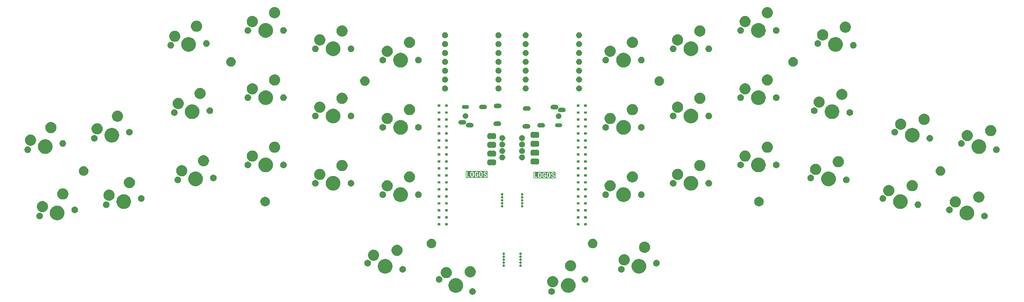
<source format=gts>
%TF.GenerationSoftware,KiCad,Pcbnew,9.0.7-1.fc43*%
%TF.CreationDate,2026-02-09T10:12:15+11:00*%
%TF.ProjectId,keyboard-split-splay-5x3+2-pinky-cluster,6b657962-6f61-4726-942d-73706c69742d,rev?*%
%TF.SameCoordinates,Original*%
%TF.FileFunction,Soldermask,Top*%
%TF.FilePolarity,Negative*%
%FSLAX46Y46*%
G04 Gerber Fmt 4.6, Leading zero omitted, Abs format (unit mm)*
G04 Created by KiCad (PCBNEW 9.0.7-1.fc43) date 2026-02-09 10:12:15*
%MOMM*%
%LPD*%
G01*
G04 APERTURE LIST*
G04 APERTURE END LIST*
G36*
X156799409Y-167828369D02*
G01*
X156971466Y-167899637D01*
X157126313Y-168003102D01*
X157257999Y-168134788D01*
X157361464Y-168289635D01*
X157432732Y-168461692D01*
X157469064Y-168644346D01*
X157469064Y-168830578D01*
X157432732Y-169013232D01*
X157361464Y-169185289D01*
X157257999Y-169340136D01*
X157126313Y-169471822D01*
X156971466Y-169575287D01*
X156799409Y-169646555D01*
X156616755Y-169682887D01*
X156430523Y-169682887D01*
X156247869Y-169646555D01*
X156075812Y-169575287D01*
X155920965Y-169471822D01*
X155789279Y-169340136D01*
X155685814Y-169185289D01*
X155614546Y-169013232D01*
X155578214Y-168830578D01*
X155578214Y-168644346D01*
X155614546Y-168461692D01*
X155685814Y-168289635D01*
X155789279Y-168134788D01*
X155920965Y-168003102D01*
X156075812Y-167899637D01*
X156247869Y-167828369D01*
X156430523Y-167792037D01*
X156616755Y-167792037D01*
X156799409Y-167828369D01*
G37*
G36*
X179352131Y-167828369D02*
G01*
X179524188Y-167899637D01*
X179679035Y-168003102D01*
X179810721Y-168134788D01*
X179914186Y-168289635D01*
X179985454Y-168461692D01*
X180021786Y-168644346D01*
X180021786Y-168830578D01*
X179985454Y-169013232D01*
X179914186Y-169185289D01*
X179810721Y-169340136D01*
X179679035Y-169471822D01*
X179524188Y-169575287D01*
X179352131Y-169646555D01*
X179169477Y-169682887D01*
X178983245Y-169682887D01*
X178800591Y-169646555D01*
X178628534Y-169575287D01*
X178473687Y-169471822D01*
X178342001Y-169340136D01*
X178238536Y-169185289D01*
X178167268Y-169013232D01*
X178130936Y-168830578D01*
X178130936Y-168644346D01*
X178167268Y-168461692D01*
X178238536Y-168289635D01*
X178342001Y-168134788D01*
X178473687Y-168003102D01*
X178628534Y-167899637D01*
X178800591Y-167828369D01*
X178983245Y-167792037D01*
X179169477Y-167792037D01*
X179352131Y-167828369D01*
G37*
G36*
X152159690Y-164940351D02*
G01*
X152425023Y-165011447D01*
X152678806Y-165116567D01*
X152916697Y-165253914D01*
X153134626Y-165421136D01*
X153328864Y-165615374D01*
X153496086Y-165833303D01*
X153633433Y-166071194D01*
X153738553Y-166324977D01*
X153809649Y-166590310D01*
X153845504Y-166862653D01*
X153845504Y-167137347D01*
X153809649Y-167409690D01*
X153738553Y-167675023D01*
X153633433Y-167928806D01*
X153496086Y-168166697D01*
X153328864Y-168384626D01*
X153134626Y-168578864D01*
X152916697Y-168746086D01*
X152678806Y-168883433D01*
X152425023Y-168988553D01*
X152159690Y-169059649D01*
X151887347Y-169095504D01*
X151612653Y-169095504D01*
X151340310Y-169059649D01*
X151074977Y-168988553D01*
X150821194Y-168883433D01*
X150583303Y-168746086D01*
X150365374Y-168578864D01*
X150171136Y-168384626D01*
X150003914Y-168166697D01*
X149866567Y-167928806D01*
X149761447Y-167675023D01*
X149690351Y-167409690D01*
X149654496Y-167137347D01*
X149654496Y-166862653D01*
X149690351Y-166590310D01*
X149761447Y-166324977D01*
X149866567Y-166071194D01*
X150003914Y-165833303D01*
X150171136Y-165615374D01*
X150365374Y-165421136D01*
X150583303Y-165253914D01*
X150821194Y-165116567D01*
X151074977Y-165011447D01*
X151340310Y-164940351D01*
X151612653Y-164904496D01*
X151887347Y-164904496D01*
X152159690Y-164940351D01*
G37*
G36*
X184259690Y-164940351D02*
G01*
X184525023Y-165011447D01*
X184778806Y-165116567D01*
X185016697Y-165253914D01*
X185234626Y-165421136D01*
X185428864Y-165615374D01*
X185596086Y-165833303D01*
X185733433Y-166071194D01*
X185838553Y-166324977D01*
X185909649Y-166590310D01*
X185945504Y-166862653D01*
X185945504Y-167137347D01*
X185909649Y-167409690D01*
X185838553Y-167675023D01*
X185733433Y-167928806D01*
X185596086Y-168166697D01*
X185428864Y-168384626D01*
X185234626Y-168578864D01*
X185016697Y-168746086D01*
X184778806Y-168883433D01*
X184525023Y-168988553D01*
X184259690Y-169059649D01*
X183987347Y-169095504D01*
X183712653Y-169095504D01*
X183440310Y-169059649D01*
X183174977Y-168988553D01*
X182921194Y-168883433D01*
X182683303Y-168746086D01*
X182465374Y-168578864D01*
X182271136Y-168384626D01*
X182103914Y-168166697D01*
X181966567Y-167928806D01*
X181861447Y-167675023D01*
X181790351Y-167409690D01*
X181754496Y-167137347D01*
X181754496Y-166862653D01*
X181790351Y-166590310D01*
X181861447Y-166324977D01*
X181966567Y-166071194D01*
X182103914Y-165833303D01*
X182271136Y-165615374D01*
X182465374Y-165421136D01*
X182683303Y-165253914D01*
X182921194Y-165116567D01*
X183174977Y-165011447D01*
X183440310Y-164940351D01*
X183712653Y-164904496D01*
X183987347Y-164904496D01*
X184259690Y-164940351D01*
G37*
G36*
X179774553Y-164360485D02*
G01*
X180013333Y-164438070D01*
X180237038Y-164552053D01*
X180440157Y-164699627D01*
X180617690Y-164877160D01*
X180765264Y-165080279D01*
X180879247Y-165303984D01*
X180956832Y-165542764D01*
X180996108Y-165790742D01*
X180996108Y-166041812D01*
X180956832Y-166289790D01*
X180879247Y-166528570D01*
X180765264Y-166752275D01*
X180617690Y-166955394D01*
X180440157Y-167132927D01*
X180237038Y-167280501D01*
X180013333Y-167394484D01*
X179774553Y-167472069D01*
X179526575Y-167511345D01*
X179275505Y-167511345D01*
X179027527Y-167472069D01*
X178788747Y-167394484D01*
X178565042Y-167280501D01*
X178361923Y-167132927D01*
X178184390Y-166955394D01*
X178036816Y-166752275D01*
X177922833Y-166528570D01*
X177845248Y-166289790D01*
X177805972Y-166041812D01*
X177805972Y-165790742D01*
X177845248Y-165542764D01*
X177922833Y-165303984D01*
X178036816Y-165080279D01*
X178184390Y-164877160D01*
X178361923Y-164699627D01*
X178565042Y-164552053D01*
X178788747Y-164438070D01*
X179027527Y-164360485D01*
X179275505Y-164321209D01*
X179526575Y-164321209D01*
X179774553Y-164360485D01*
G37*
G36*
X147252131Y-164353445D02*
G01*
X147424188Y-164424713D01*
X147579035Y-164528178D01*
X147710721Y-164659864D01*
X147814186Y-164814711D01*
X147885454Y-164986768D01*
X147921786Y-165169422D01*
X147921786Y-165355654D01*
X147885454Y-165538308D01*
X147814186Y-165710365D01*
X147710721Y-165865212D01*
X147579035Y-165996898D01*
X147424188Y-166100363D01*
X147252131Y-166171631D01*
X147069477Y-166207963D01*
X146883245Y-166207963D01*
X146700591Y-166171631D01*
X146528534Y-166100363D01*
X146373687Y-165996898D01*
X146242001Y-165865212D01*
X146138536Y-165710365D01*
X146067268Y-165538308D01*
X146030936Y-165355654D01*
X146030936Y-165169422D01*
X146067268Y-164986768D01*
X146138536Y-164814711D01*
X146242001Y-164659864D01*
X146373687Y-164528178D01*
X146528534Y-164424713D01*
X146700591Y-164353445D01*
X146883245Y-164317113D01*
X147069477Y-164317113D01*
X147252131Y-164353445D01*
G37*
G36*
X188899409Y-164353445D02*
G01*
X189071466Y-164424713D01*
X189226313Y-164528178D01*
X189357999Y-164659864D01*
X189461464Y-164814711D01*
X189532732Y-164986768D01*
X189569064Y-165169422D01*
X189569064Y-165355654D01*
X189532732Y-165538308D01*
X189461464Y-165710365D01*
X189357999Y-165865212D01*
X189226313Y-165996898D01*
X189071466Y-166100363D01*
X188899409Y-166171631D01*
X188716755Y-166207963D01*
X188530523Y-166207963D01*
X188347869Y-166171631D01*
X188175812Y-166100363D01*
X188020965Y-165996898D01*
X187889279Y-165865212D01*
X187785814Y-165710365D01*
X187714546Y-165538308D01*
X187678214Y-165355654D01*
X187678214Y-165169422D01*
X187714546Y-164986768D01*
X187785814Y-164814711D01*
X187889279Y-164659864D01*
X188020965Y-164528178D01*
X188175812Y-164424713D01*
X188347869Y-164353445D01*
X188530523Y-164317113D01*
X188716755Y-164317113D01*
X188899409Y-164353445D01*
G37*
G36*
X149412015Y-161754292D02*
G01*
X149650795Y-161831877D01*
X149874500Y-161945860D01*
X150077619Y-162093434D01*
X150255152Y-162270967D01*
X150402726Y-162474086D01*
X150516709Y-162697791D01*
X150594294Y-162936571D01*
X150633570Y-163184549D01*
X150633570Y-163435619D01*
X150594294Y-163683597D01*
X150516709Y-163922377D01*
X150402726Y-164146082D01*
X150255152Y-164349201D01*
X150077619Y-164526734D01*
X149874500Y-164674308D01*
X149650795Y-164788291D01*
X149412015Y-164865876D01*
X149164037Y-164905152D01*
X148912967Y-164905152D01*
X148664989Y-164865876D01*
X148426209Y-164788291D01*
X148202504Y-164674308D01*
X147999385Y-164526734D01*
X147821852Y-164349201D01*
X147674278Y-164146082D01*
X147560295Y-163922377D01*
X147482710Y-163683597D01*
X147443434Y-163435619D01*
X147443434Y-163184549D01*
X147482710Y-162936571D01*
X147560295Y-162697791D01*
X147674278Y-162474086D01*
X147821852Y-162270967D01*
X147999385Y-162093434D01*
X148202504Y-161945860D01*
X148426209Y-161831877D01*
X148664989Y-161754292D01*
X148912967Y-161715016D01*
X149164037Y-161715016D01*
X149412015Y-161754292D01*
G37*
G36*
X156247796Y-161539301D02*
G01*
X156486576Y-161616886D01*
X156710281Y-161730869D01*
X156913400Y-161878443D01*
X157090933Y-162055976D01*
X157238507Y-162259095D01*
X157352490Y-162482800D01*
X157430075Y-162721580D01*
X157469351Y-162969558D01*
X157469351Y-163220628D01*
X157430075Y-163468606D01*
X157352490Y-163707386D01*
X157238507Y-163931091D01*
X157090933Y-164134210D01*
X156913400Y-164311743D01*
X156710281Y-164459317D01*
X156486576Y-164573300D01*
X156247796Y-164650885D01*
X155999818Y-164690161D01*
X155748748Y-164690161D01*
X155500770Y-164650885D01*
X155261990Y-164573300D01*
X155038285Y-164459317D01*
X154835166Y-164311743D01*
X154657633Y-164134210D01*
X154510059Y-163931091D01*
X154396076Y-163707386D01*
X154318491Y-163468606D01*
X154279215Y-163220628D01*
X154279215Y-162969558D01*
X154318491Y-162721580D01*
X154396076Y-162482800D01*
X154510059Y-162259095D01*
X154657633Y-162055976D01*
X154835166Y-161878443D01*
X155038285Y-161730869D01*
X155261990Y-161616886D01*
X155500770Y-161539301D01*
X155748748Y-161500025D01*
X155999818Y-161500025D01*
X156247796Y-161539301D01*
G37*
G36*
X132009690Y-159440351D02*
G01*
X132275023Y-159511447D01*
X132528806Y-159616567D01*
X132766697Y-159753914D01*
X132984626Y-159921136D01*
X133178864Y-160115374D01*
X133346086Y-160333303D01*
X133483433Y-160571194D01*
X133588553Y-160824977D01*
X133659649Y-161090310D01*
X133695504Y-161362653D01*
X133695504Y-161637347D01*
X133659649Y-161909690D01*
X133588553Y-162175023D01*
X133483433Y-162428806D01*
X133346086Y-162666697D01*
X133178864Y-162884626D01*
X132984626Y-163078864D01*
X132766697Y-163246086D01*
X132528806Y-163383433D01*
X132275023Y-163488553D01*
X132009690Y-163559649D01*
X131737347Y-163595504D01*
X131462653Y-163595504D01*
X131190310Y-163559649D01*
X130924977Y-163488553D01*
X130671194Y-163383433D01*
X130433303Y-163246086D01*
X130215374Y-163078864D01*
X130021136Y-162884626D01*
X129853914Y-162666697D01*
X129716567Y-162428806D01*
X129611447Y-162175023D01*
X129540351Y-161909690D01*
X129504496Y-161637347D01*
X129504496Y-161362653D01*
X129540351Y-161090310D01*
X129611447Y-160824977D01*
X129716567Y-160571194D01*
X129853914Y-160333303D01*
X130021136Y-160115374D01*
X130215374Y-159921136D01*
X130433303Y-159753914D01*
X130671194Y-159616567D01*
X130924977Y-159511447D01*
X131190310Y-159440351D01*
X131462653Y-159404496D01*
X131737347Y-159404496D01*
X132009690Y-159440351D01*
G37*
G36*
X204409690Y-159440351D02*
G01*
X204675023Y-159511447D01*
X204928806Y-159616567D01*
X205166697Y-159753914D01*
X205384626Y-159921136D01*
X205578864Y-160115374D01*
X205746086Y-160333303D01*
X205883433Y-160571194D01*
X205988553Y-160824977D01*
X206059649Y-161090310D01*
X206095504Y-161362653D01*
X206095504Y-161637347D01*
X206059649Y-161909690D01*
X205988553Y-162175023D01*
X205883433Y-162428806D01*
X205746086Y-162666697D01*
X205578864Y-162884626D01*
X205384626Y-163078864D01*
X205166697Y-163246086D01*
X204928806Y-163383433D01*
X204675023Y-163488553D01*
X204409690Y-163559649D01*
X204137347Y-163595504D01*
X203862653Y-163595504D01*
X203590310Y-163559649D01*
X203324977Y-163488553D01*
X203071194Y-163383433D01*
X202833303Y-163246086D01*
X202615374Y-163078864D01*
X202421136Y-162884626D01*
X202253914Y-162666697D01*
X202116567Y-162428806D01*
X202011447Y-162175023D01*
X201940351Y-161909690D01*
X201904496Y-161637347D01*
X201904496Y-161362653D01*
X201940351Y-161090310D01*
X202011447Y-160824977D01*
X202116567Y-160571194D01*
X202253914Y-160333303D01*
X202421136Y-160115374D01*
X202615374Y-159921136D01*
X202833303Y-159753914D01*
X203071194Y-159616567D01*
X203324977Y-159511447D01*
X203590310Y-159440351D01*
X203862653Y-159404496D01*
X204137347Y-159404496D01*
X204409690Y-159440351D01*
G37*
G36*
X136878593Y-161473040D02*
G01*
X137050650Y-161544308D01*
X137205497Y-161647773D01*
X137337183Y-161779459D01*
X137440648Y-161934306D01*
X137511916Y-162106363D01*
X137548248Y-162289017D01*
X137548248Y-162475249D01*
X137511916Y-162657903D01*
X137440648Y-162829960D01*
X137337183Y-162984807D01*
X137205497Y-163116493D01*
X137050650Y-163219958D01*
X136878593Y-163291226D01*
X136695939Y-163327558D01*
X136509707Y-163327558D01*
X136327053Y-163291226D01*
X136154996Y-163219958D01*
X136000149Y-163116493D01*
X135868463Y-162984807D01*
X135764998Y-162829960D01*
X135693730Y-162657903D01*
X135657398Y-162475249D01*
X135657398Y-162289017D01*
X135693730Y-162106363D01*
X135764998Y-161934306D01*
X135868463Y-161779459D01*
X136000149Y-161647773D01*
X136154996Y-161544308D01*
X136327053Y-161473040D01*
X136509707Y-161436708D01*
X136695939Y-161436708D01*
X136878593Y-161473040D01*
G37*
G36*
X199272947Y-161473040D02*
G01*
X199445004Y-161544308D01*
X199599851Y-161647773D01*
X199731537Y-161779459D01*
X199835002Y-161934306D01*
X199906270Y-162106363D01*
X199942602Y-162289017D01*
X199942602Y-162475249D01*
X199906270Y-162657903D01*
X199835002Y-162829960D01*
X199731537Y-162984807D01*
X199599851Y-163116493D01*
X199445004Y-163219958D01*
X199272947Y-163291226D01*
X199090293Y-163327558D01*
X198904061Y-163327558D01*
X198721407Y-163291226D01*
X198549350Y-163219958D01*
X198394503Y-163116493D01*
X198262817Y-162984807D01*
X198159352Y-162829960D01*
X198088084Y-162657903D01*
X198051752Y-162475249D01*
X198051752Y-162289017D01*
X198088084Y-162106363D01*
X198159352Y-161934306D01*
X198262817Y-161779459D01*
X198394503Y-161647773D01*
X198549350Y-161544308D01*
X198721407Y-161473040D01*
X198904061Y-161436708D01*
X199090293Y-161436708D01*
X199272947Y-161473040D01*
G37*
G36*
X184872870Y-159801838D02*
G01*
X185111650Y-159879423D01*
X185335355Y-159993406D01*
X185538474Y-160140980D01*
X185716007Y-160318513D01*
X185863581Y-160521632D01*
X185977564Y-160745337D01*
X186055149Y-160984117D01*
X186094425Y-161232095D01*
X186094425Y-161483165D01*
X186055149Y-161731143D01*
X185977564Y-161969923D01*
X185863581Y-162193628D01*
X185716007Y-162396747D01*
X185538474Y-162574280D01*
X185335355Y-162721854D01*
X185111650Y-162835837D01*
X184872870Y-162913422D01*
X184624892Y-162952698D01*
X184373822Y-162952698D01*
X184125844Y-162913422D01*
X183887064Y-162835837D01*
X183663359Y-162721854D01*
X183460240Y-162574280D01*
X183282707Y-162396747D01*
X183135133Y-162193628D01*
X183021150Y-161969923D01*
X182943565Y-161731143D01*
X182904289Y-161483165D01*
X182904289Y-161232095D01*
X182943565Y-160984117D01*
X183021150Y-160745337D01*
X183135133Y-160521632D01*
X183282707Y-160318513D01*
X183460240Y-160140980D01*
X183663359Y-159993406D01*
X183887064Y-159879423D01*
X184125844Y-159801838D01*
X184373822Y-159762562D01*
X184624892Y-159762562D01*
X184872870Y-159801838D01*
G37*
G36*
X165558939Y-160976642D02*
G01*
X165638067Y-161022326D01*
X165702674Y-161086933D01*
X165748358Y-161166061D01*
X165772006Y-161254316D01*
X165772006Y-161345684D01*
X165748358Y-161433939D01*
X165702674Y-161513067D01*
X165638067Y-161577674D01*
X165558939Y-161623358D01*
X165470684Y-161647006D01*
X165379316Y-161647006D01*
X165291061Y-161623358D01*
X165211933Y-161577674D01*
X165147326Y-161513067D01*
X165101642Y-161433939D01*
X165077994Y-161345684D01*
X165077994Y-161254316D01*
X165101642Y-161166061D01*
X165147326Y-161086933D01*
X165211933Y-161022326D01*
X165291061Y-160976642D01*
X165379316Y-160952994D01*
X165470684Y-160952994D01*
X165558939Y-160976642D01*
G37*
G36*
X170358939Y-160976642D02*
G01*
X170438067Y-161022326D01*
X170502674Y-161086933D01*
X170548358Y-161166061D01*
X170572006Y-161254316D01*
X170572006Y-161345684D01*
X170548358Y-161433939D01*
X170502674Y-161513067D01*
X170438067Y-161577674D01*
X170358939Y-161623358D01*
X170270684Y-161647006D01*
X170179316Y-161647006D01*
X170091061Y-161623358D01*
X170011933Y-161577674D01*
X169947326Y-161513067D01*
X169901642Y-161433939D01*
X169877994Y-161345684D01*
X169877994Y-161254316D01*
X169901642Y-161166061D01*
X169947326Y-161086933D01*
X170011933Y-161022326D01*
X170091061Y-160976642D01*
X170179316Y-160952994D01*
X170270684Y-160952994D01*
X170358939Y-160976642D01*
G37*
G36*
X126872947Y-159708774D02*
G01*
X127045004Y-159780042D01*
X127199851Y-159883507D01*
X127331537Y-160015193D01*
X127435002Y-160170040D01*
X127506270Y-160342097D01*
X127542602Y-160524751D01*
X127542602Y-160710983D01*
X127506270Y-160893637D01*
X127435002Y-161065694D01*
X127331537Y-161220541D01*
X127199851Y-161352227D01*
X127045004Y-161455692D01*
X126872947Y-161526960D01*
X126690293Y-161563292D01*
X126504061Y-161563292D01*
X126321407Y-161526960D01*
X126149350Y-161455692D01*
X125994503Y-161352227D01*
X125862817Y-161220541D01*
X125759352Y-161065694D01*
X125688084Y-160893637D01*
X125651752Y-160710983D01*
X125651752Y-160524751D01*
X125688084Y-160342097D01*
X125759352Y-160170040D01*
X125862817Y-160015193D01*
X125994503Y-159883507D01*
X126149350Y-159780042D01*
X126321407Y-159708774D01*
X126504061Y-159672442D01*
X126690293Y-159672442D01*
X126872947Y-159708774D01*
G37*
G36*
X209278593Y-159708774D02*
G01*
X209450650Y-159780042D01*
X209605497Y-159883507D01*
X209737183Y-160015193D01*
X209840648Y-160170040D01*
X209911916Y-160342097D01*
X209948248Y-160524751D01*
X209948248Y-160710983D01*
X209911916Y-160893637D01*
X209840648Y-161065694D01*
X209737183Y-161220541D01*
X209605497Y-161352227D01*
X209450650Y-161455692D01*
X209278593Y-161526960D01*
X209095939Y-161563292D01*
X208909707Y-161563292D01*
X208727053Y-161526960D01*
X208554996Y-161455692D01*
X208400149Y-161352227D01*
X208268463Y-161220541D01*
X208164998Y-161065694D01*
X208093730Y-160893637D01*
X208057398Y-160710983D01*
X208057398Y-160524751D01*
X208093730Y-160342097D01*
X208164998Y-160170040D01*
X208268463Y-160015193D01*
X208400149Y-159883507D01*
X208554996Y-159780042D01*
X208727053Y-159708774D01*
X208909707Y-159672442D01*
X209095939Y-159672442D01*
X209278593Y-159708774D01*
G37*
G36*
X200180329Y-158104396D02*
G01*
X200419109Y-158181981D01*
X200642814Y-158295964D01*
X200845933Y-158443538D01*
X201023466Y-158621071D01*
X201171040Y-158824190D01*
X201285023Y-159047895D01*
X201362608Y-159286675D01*
X201401884Y-159534653D01*
X201401884Y-159785723D01*
X201362608Y-160033701D01*
X201285023Y-160272481D01*
X201171040Y-160496186D01*
X201023466Y-160699305D01*
X200845933Y-160876838D01*
X200642814Y-161024412D01*
X200419109Y-161138395D01*
X200180329Y-161215980D01*
X199932351Y-161255256D01*
X199681281Y-161255256D01*
X199433303Y-161215980D01*
X199194523Y-161138395D01*
X198970818Y-161024412D01*
X198767699Y-160876838D01*
X198590166Y-160699305D01*
X198442592Y-160496186D01*
X198328609Y-160272481D01*
X198251024Y-160033701D01*
X198211748Y-159785723D01*
X198211748Y-159534653D01*
X198251024Y-159286675D01*
X198328609Y-159047895D01*
X198442592Y-158824190D01*
X198590166Y-158621071D01*
X198767699Y-158443538D01*
X198970818Y-158295964D01*
X199194523Y-158181981D01*
X199433303Y-158104396D01*
X199681281Y-158065120D01*
X199932351Y-158065120D01*
X200180329Y-158104396D01*
G37*
G36*
X165558939Y-160126642D02*
G01*
X165638067Y-160172326D01*
X165702674Y-160236933D01*
X165748358Y-160316061D01*
X165772006Y-160404316D01*
X165772006Y-160495684D01*
X165748358Y-160583939D01*
X165702674Y-160663067D01*
X165638067Y-160727674D01*
X165558939Y-160773358D01*
X165470684Y-160797006D01*
X165379316Y-160797006D01*
X165291061Y-160773358D01*
X165211933Y-160727674D01*
X165147326Y-160663067D01*
X165101642Y-160583939D01*
X165077994Y-160495684D01*
X165077994Y-160404316D01*
X165101642Y-160316061D01*
X165147326Y-160236933D01*
X165211933Y-160172326D01*
X165291061Y-160126642D01*
X165379316Y-160102994D01*
X165470684Y-160102994D01*
X165558939Y-160126642D01*
G37*
G36*
X170358939Y-160126642D02*
G01*
X170438067Y-160172326D01*
X170502674Y-160236933D01*
X170548358Y-160316061D01*
X170572006Y-160404316D01*
X170572006Y-160495684D01*
X170548358Y-160583939D01*
X170502674Y-160663067D01*
X170438067Y-160727674D01*
X170358939Y-160773358D01*
X170270684Y-160797006D01*
X170179316Y-160797006D01*
X170091061Y-160773358D01*
X170011933Y-160727674D01*
X169947326Y-160663067D01*
X169901642Y-160583939D01*
X169877994Y-160495684D01*
X169877994Y-160404316D01*
X169901642Y-160316061D01*
X169947326Y-160236933D01*
X170011933Y-160172326D01*
X170091061Y-160126642D01*
X170179316Y-160102994D01*
X170270684Y-160102994D01*
X170358939Y-160126642D01*
G37*
G36*
X165558939Y-159276642D02*
G01*
X165638067Y-159322326D01*
X165702674Y-159386933D01*
X165748358Y-159466061D01*
X165772006Y-159554316D01*
X165772006Y-159645684D01*
X165748358Y-159733939D01*
X165702674Y-159813067D01*
X165638067Y-159877674D01*
X165558939Y-159923358D01*
X165470684Y-159947006D01*
X165379316Y-159947006D01*
X165291061Y-159923358D01*
X165211933Y-159877674D01*
X165147326Y-159813067D01*
X165101642Y-159733939D01*
X165077994Y-159645684D01*
X165077994Y-159554316D01*
X165101642Y-159466061D01*
X165147326Y-159386933D01*
X165211933Y-159322326D01*
X165291061Y-159276642D01*
X165379316Y-159252994D01*
X165470684Y-159252994D01*
X165558939Y-159276642D01*
G37*
G36*
X170358939Y-159276642D02*
G01*
X170438067Y-159322326D01*
X170502674Y-159386933D01*
X170548358Y-159466061D01*
X170572006Y-159554316D01*
X170572006Y-159645684D01*
X170548358Y-159733939D01*
X170502674Y-159813067D01*
X170438067Y-159877674D01*
X170358939Y-159923358D01*
X170270684Y-159947006D01*
X170179316Y-159947006D01*
X170091061Y-159923358D01*
X170011933Y-159877674D01*
X169947326Y-159813067D01*
X169901642Y-159733939D01*
X169877994Y-159645684D01*
X169877994Y-159554316D01*
X169901642Y-159466061D01*
X169947326Y-159386933D01*
X170011933Y-159322326D01*
X170091061Y-159276642D01*
X170179316Y-159252994D01*
X170270684Y-159252994D01*
X170358939Y-159276642D01*
G37*
G36*
X128662462Y-156781197D02*
G01*
X128901242Y-156858782D01*
X129124947Y-156972765D01*
X129328066Y-157120339D01*
X129505599Y-157297872D01*
X129653173Y-157500991D01*
X129767156Y-157724696D01*
X129844741Y-157963476D01*
X129884017Y-158211454D01*
X129884017Y-158462524D01*
X129844741Y-158710502D01*
X129767156Y-158949282D01*
X129653173Y-159172987D01*
X129505599Y-159376106D01*
X129328066Y-159553639D01*
X129124947Y-159701213D01*
X128901242Y-159815196D01*
X128662462Y-159892781D01*
X128414484Y-159932057D01*
X128163414Y-159932057D01*
X127915436Y-159892781D01*
X127676656Y-159815196D01*
X127452951Y-159701213D01*
X127249832Y-159553639D01*
X127072299Y-159376106D01*
X126924725Y-159172987D01*
X126810742Y-158949282D01*
X126733157Y-158710502D01*
X126693881Y-158462524D01*
X126693881Y-158211454D01*
X126733157Y-157963476D01*
X126810742Y-157724696D01*
X126924725Y-157500991D01*
X127072299Y-157297872D01*
X127249832Y-157120339D01*
X127452951Y-156972765D01*
X127676656Y-156858782D01*
X127915436Y-156781197D01*
X128163414Y-156741921D01*
X128414484Y-156741921D01*
X128662462Y-156781197D01*
G37*
G36*
X165558939Y-158426642D02*
G01*
X165638067Y-158472326D01*
X165702674Y-158536933D01*
X165748358Y-158616061D01*
X165772006Y-158704316D01*
X165772006Y-158795684D01*
X165748358Y-158883939D01*
X165702674Y-158963067D01*
X165638067Y-159027674D01*
X165558939Y-159073358D01*
X165470684Y-159097006D01*
X165379316Y-159097006D01*
X165291061Y-159073358D01*
X165211933Y-159027674D01*
X165147326Y-158963067D01*
X165101642Y-158883939D01*
X165077994Y-158795684D01*
X165077994Y-158704316D01*
X165101642Y-158616061D01*
X165147326Y-158536933D01*
X165211933Y-158472326D01*
X165291061Y-158426642D01*
X165379316Y-158402994D01*
X165470684Y-158402994D01*
X165558939Y-158426642D01*
G37*
G36*
X170358939Y-158426642D02*
G01*
X170438067Y-158472326D01*
X170502674Y-158536933D01*
X170548358Y-158616061D01*
X170572006Y-158704316D01*
X170572006Y-158795684D01*
X170548358Y-158883939D01*
X170502674Y-158963067D01*
X170438067Y-159027674D01*
X170358939Y-159073358D01*
X170270684Y-159097006D01*
X170179316Y-159097006D01*
X170091061Y-159073358D01*
X170011933Y-159027674D01*
X169947326Y-158963067D01*
X169901642Y-158883939D01*
X169877994Y-158795684D01*
X169877994Y-158704316D01*
X169901642Y-158616061D01*
X169947326Y-158536933D01*
X170011933Y-158472326D01*
X170091061Y-158426642D01*
X170179316Y-158402994D01*
X170270684Y-158402994D01*
X170358939Y-158426642D01*
G37*
G36*
X135357057Y-155382451D02*
G01*
X135595837Y-155460036D01*
X135819542Y-155574019D01*
X136022661Y-155721593D01*
X136200194Y-155899126D01*
X136347768Y-156102245D01*
X136461751Y-156325950D01*
X136539336Y-156564730D01*
X136578612Y-156812708D01*
X136578612Y-157063778D01*
X136539336Y-157311756D01*
X136461751Y-157550536D01*
X136347768Y-157774241D01*
X136200194Y-157977360D01*
X136022661Y-158154893D01*
X135819542Y-158302467D01*
X135595837Y-158416450D01*
X135357057Y-158494035D01*
X135109079Y-158533311D01*
X134858009Y-158533311D01*
X134610031Y-158494035D01*
X134371251Y-158416450D01*
X134147546Y-158302467D01*
X133944427Y-158154893D01*
X133766894Y-157977360D01*
X133619320Y-157774241D01*
X133505337Y-157550536D01*
X133427752Y-157311756D01*
X133388476Y-157063778D01*
X133388476Y-156812708D01*
X133427752Y-156564730D01*
X133505337Y-156325950D01*
X133619320Y-156102245D01*
X133766894Y-155899126D01*
X133944427Y-155721593D01*
X134147546Y-155574019D01*
X134371251Y-155460036D01*
X134610031Y-155382451D01*
X134858009Y-155343175D01*
X135109079Y-155343175D01*
X135357057Y-155382451D01*
G37*
G36*
X165558939Y-157576642D02*
G01*
X165638067Y-157622326D01*
X165702674Y-157686933D01*
X165748358Y-157766061D01*
X165772006Y-157854316D01*
X165772006Y-157945684D01*
X165748358Y-158033939D01*
X165702674Y-158113067D01*
X165638067Y-158177674D01*
X165558939Y-158223358D01*
X165470684Y-158247006D01*
X165379316Y-158247006D01*
X165291061Y-158223358D01*
X165211933Y-158177674D01*
X165147326Y-158113067D01*
X165101642Y-158033939D01*
X165077994Y-157945684D01*
X165077994Y-157854316D01*
X165101642Y-157766061D01*
X165147326Y-157686933D01*
X165211933Y-157622326D01*
X165291061Y-157576642D01*
X165379316Y-157552994D01*
X165470684Y-157552994D01*
X165558939Y-157576642D01*
G37*
G36*
X170358939Y-157576642D02*
G01*
X170438067Y-157622326D01*
X170502674Y-157686933D01*
X170548358Y-157766061D01*
X170572006Y-157854316D01*
X170572006Y-157945684D01*
X170548358Y-158033939D01*
X170502674Y-158113067D01*
X170438067Y-158177674D01*
X170358939Y-158223358D01*
X170270684Y-158247006D01*
X170179316Y-158247006D01*
X170091061Y-158223358D01*
X170011933Y-158177674D01*
X169947326Y-158113067D01*
X169901642Y-158033939D01*
X169877994Y-157945684D01*
X169877994Y-157854316D01*
X169901642Y-157766061D01*
X169947326Y-157686933D01*
X170011933Y-157622326D01*
X170091061Y-157576642D01*
X170179316Y-157552994D01*
X170270684Y-157552994D01*
X170358939Y-157576642D01*
G37*
G36*
X205992792Y-154500318D02*
G01*
X206231572Y-154577903D01*
X206455277Y-154691886D01*
X206658396Y-154839460D01*
X206835929Y-155016993D01*
X206983503Y-155220112D01*
X207097486Y-155443817D01*
X207175071Y-155682597D01*
X207214347Y-155930575D01*
X207214347Y-156181645D01*
X207175071Y-156429623D01*
X207097486Y-156668403D01*
X206983503Y-156892108D01*
X206835929Y-157095227D01*
X206658396Y-157272760D01*
X206455277Y-157420334D01*
X206231572Y-157534317D01*
X205992792Y-157611902D01*
X205744814Y-157651178D01*
X205493744Y-157651178D01*
X205245766Y-157611902D01*
X205006986Y-157534317D01*
X204783281Y-157420334D01*
X204580162Y-157272760D01*
X204402629Y-157095227D01*
X204255055Y-156892108D01*
X204141072Y-156668403D01*
X204063487Y-156429623D01*
X204024211Y-156181645D01*
X204024211Y-155930575D01*
X204063487Y-155682597D01*
X204141072Y-155443817D01*
X204255055Y-155220112D01*
X204402629Y-155016993D01*
X204580162Y-154839460D01*
X204783281Y-154691886D01*
X205006986Y-154577903D01*
X205245766Y-154500318D01*
X205493744Y-154461042D01*
X205744814Y-154461042D01*
X205992792Y-154500318D01*
G37*
G36*
X145119820Y-153667853D02*
G01*
X145324276Y-153734285D01*
X145515823Y-153831883D01*
X145689744Y-153958244D01*
X145841756Y-154110256D01*
X145968117Y-154284177D01*
X146065715Y-154475724D01*
X146132147Y-154680180D01*
X146165777Y-154892511D01*
X146165777Y-155107489D01*
X146132147Y-155319820D01*
X146065715Y-155524276D01*
X145968117Y-155715823D01*
X145841756Y-155889744D01*
X145689744Y-156041756D01*
X145515823Y-156168117D01*
X145324276Y-156265715D01*
X145119820Y-156332147D01*
X144907489Y-156365777D01*
X144692511Y-156365777D01*
X144480180Y-156332147D01*
X144275724Y-156265715D01*
X144084177Y-156168117D01*
X143910256Y-156041756D01*
X143758244Y-155889744D01*
X143631883Y-155715823D01*
X143534285Y-155524276D01*
X143467853Y-155319820D01*
X143434223Y-155107489D01*
X143434223Y-154892511D01*
X143467853Y-154680180D01*
X143534285Y-154475724D01*
X143631883Y-154284177D01*
X143758244Y-154110256D01*
X143910256Y-153958244D01*
X144084177Y-153831883D01*
X144275724Y-153734285D01*
X144480180Y-153667853D01*
X144692511Y-153634223D01*
X144907489Y-153634223D01*
X145119820Y-153667853D01*
G37*
G36*
X191119820Y-153667853D02*
G01*
X191324276Y-153734285D01*
X191515823Y-153831883D01*
X191689744Y-153958244D01*
X191841756Y-154110256D01*
X191968117Y-154284177D01*
X192065715Y-154475724D01*
X192132147Y-154680180D01*
X192165777Y-154892511D01*
X192165777Y-155107489D01*
X192132147Y-155319820D01*
X192065715Y-155524276D01*
X191968117Y-155715823D01*
X191841756Y-155889744D01*
X191689744Y-156041756D01*
X191515823Y-156168117D01*
X191324276Y-156265715D01*
X191119820Y-156332147D01*
X190907489Y-156365777D01*
X190692511Y-156365777D01*
X190480180Y-156332147D01*
X190275724Y-156265715D01*
X190084177Y-156168117D01*
X189910256Y-156041756D01*
X189758244Y-155889744D01*
X189631883Y-155715823D01*
X189534285Y-155524276D01*
X189467853Y-155319820D01*
X189434223Y-155107489D01*
X189434223Y-154892511D01*
X189467853Y-154680180D01*
X189534285Y-154475724D01*
X189631883Y-154284177D01*
X189758244Y-154110256D01*
X189910256Y-153958244D01*
X190084177Y-153831883D01*
X190275724Y-153734285D01*
X190480180Y-153667853D01*
X190692511Y-153634223D01*
X190907489Y-153634223D01*
X191119820Y-153667853D01*
G37*
G36*
X147278268Y-149182612D02*
G01*
X147310711Y-149204289D01*
X147332388Y-149236732D01*
X147340000Y-149275000D01*
X147340000Y-149725000D01*
X147332388Y-149763268D01*
X147310711Y-149795711D01*
X147278268Y-149817388D01*
X147240000Y-149825000D01*
X146650000Y-149825000D01*
X146611732Y-149817388D01*
X146579289Y-149795711D01*
X146557612Y-149763268D01*
X146550000Y-149725000D01*
X146550000Y-149275000D01*
X146557612Y-149236732D01*
X146579289Y-149204289D01*
X146611732Y-149182612D01*
X146650000Y-149175000D01*
X147240000Y-149175000D01*
X147278268Y-149182612D01*
G37*
G36*
X149388268Y-149182612D02*
G01*
X149420711Y-149204289D01*
X149442388Y-149236732D01*
X149450000Y-149275000D01*
X149450000Y-149725000D01*
X149442388Y-149763268D01*
X149420711Y-149795711D01*
X149388268Y-149817388D01*
X149350000Y-149825000D01*
X148760000Y-149825000D01*
X148721732Y-149817388D01*
X148689289Y-149795711D01*
X148667612Y-149763268D01*
X148660000Y-149725000D01*
X148660000Y-149275000D01*
X148667612Y-149236732D01*
X148689289Y-149204289D01*
X148721732Y-149182612D01*
X148760000Y-149175000D01*
X149350000Y-149175000D01*
X149388268Y-149182612D01*
G37*
G36*
X186973268Y-149182612D02*
G01*
X187005711Y-149204289D01*
X187027388Y-149236732D01*
X187035000Y-149275000D01*
X187035000Y-149725000D01*
X187027388Y-149763268D01*
X187005711Y-149795711D01*
X186973268Y-149817388D01*
X186935000Y-149825000D01*
X186345000Y-149825000D01*
X186306732Y-149817388D01*
X186274289Y-149795711D01*
X186252612Y-149763268D01*
X186245000Y-149725000D01*
X186245000Y-149275000D01*
X186252612Y-149236732D01*
X186274289Y-149204289D01*
X186306732Y-149182612D01*
X186345000Y-149175000D01*
X186935000Y-149175000D01*
X186973268Y-149182612D01*
G37*
G36*
X189083268Y-149182612D02*
G01*
X189115711Y-149204289D01*
X189137388Y-149236732D01*
X189145000Y-149275000D01*
X189145000Y-149725000D01*
X189137388Y-149763268D01*
X189115711Y-149795711D01*
X189083268Y-149817388D01*
X189045000Y-149825000D01*
X188455000Y-149825000D01*
X188416732Y-149817388D01*
X188384289Y-149795711D01*
X188362612Y-149763268D01*
X188355000Y-149725000D01*
X188355000Y-149275000D01*
X188362612Y-149236732D01*
X188384289Y-149204289D01*
X188416732Y-149182612D01*
X188455000Y-149175000D01*
X189045000Y-149175000D01*
X189083268Y-149182612D01*
G37*
G36*
X38409690Y-144190351D02*
G01*
X38675023Y-144261447D01*
X38928806Y-144366567D01*
X39166697Y-144503914D01*
X39384626Y-144671136D01*
X39578864Y-144865374D01*
X39746086Y-145083303D01*
X39883433Y-145321194D01*
X39988553Y-145574977D01*
X40059649Y-145840310D01*
X40095504Y-146112653D01*
X40095504Y-146387347D01*
X40059649Y-146659690D01*
X39988553Y-146925023D01*
X39883433Y-147178806D01*
X39746086Y-147416697D01*
X39578864Y-147634626D01*
X39384626Y-147828864D01*
X39166697Y-147996086D01*
X38928806Y-148133433D01*
X38675023Y-148238553D01*
X38409690Y-148309649D01*
X38137347Y-148345504D01*
X37862653Y-148345504D01*
X37590310Y-148309649D01*
X37324977Y-148238553D01*
X37071194Y-148133433D01*
X36833303Y-147996086D01*
X36615374Y-147828864D01*
X36421136Y-147634626D01*
X36253914Y-147416697D01*
X36116567Y-147178806D01*
X36011447Y-146925023D01*
X35940351Y-146659690D01*
X35904496Y-146387347D01*
X35904496Y-146112653D01*
X35940351Y-145840310D01*
X36011447Y-145574977D01*
X36116567Y-145321194D01*
X36253914Y-145083303D01*
X36421136Y-144865374D01*
X36615374Y-144671136D01*
X36833303Y-144503914D01*
X37071194Y-144366567D01*
X37324977Y-144261447D01*
X37590310Y-144190351D01*
X37862653Y-144154496D01*
X38137347Y-144154496D01*
X38409690Y-144190351D01*
G37*
G36*
X298009690Y-144190351D02*
G01*
X298275023Y-144261447D01*
X298528806Y-144366567D01*
X298766697Y-144503914D01*
X298984626Y-144671136D01*
X299178864Y-144865374D01*
X299346086Y-145083303D01*
X299483433Y-145321194D01*
X299588553Y-145574977D01*
X299659649Y-145840310D01*
X299695504Y-146112653D01*
X299695504Y-146387347D01*
X299659649Y-146659690D01*
X299588553Y-146925023D01*
X299483433Y-147178806D01*
X299346086Y-147416697D01*
X299178864Y-147634626D01*
X298984626Y-147828864D01*
X298766697Y-147996086D01*
X298528806Y-148133433D01*
X298275023Y-148238553D01*
X298009690Y-148309649D01*
X297737347Y-148345504D01*
X297462653Y-148345504D01*
X297190310Y-148309649D01*
X296924977Y-148238553D01*
X296671194Y-148133433D01*
X296433303Y-147996086D01*
X296215374Y-147828864D01*
X296021136Y-147634626D01*
X295853914Y-147416697D01*
X295716567Y-147178806D01*
X295611447Y-146925023D01*
X295540351Y-146659690D01*
X295504496Y-146387347D01*
X295504496Y-146112653D01*
X295540351Y-145840310D01*
X295611447Y-145574977D01*
X295716567Y-145321194D01*
X295853914Y-145083303D01*
X296021136Y-144865374D01*
X296215374Y-144671136D01*
X296433303Y-144503914D01*
X296671194Y-144366567D01*
X296924977Y-144261447D01*
X297190310Y-144190351D01*
X297462653Y-144154496D01*
X297737347Y-144154496D01*
X298009690Y-144190351D01*
G37*
G36*
X33272947Y-146223040D02*
G01*
X33445004Y-146294308D01*
X33599851Y-146397773D01*
X33731537Y-146529459D01*
X33835002Y-146684306D01*
X33906270Y-146856363D01*
X33942602Y-147039017D01*
X33942602Y-147225249D01*
X33906270Y-147407903D01*
X33835002Y-147579960D01*
X33731537Y-147734807D01*
X33599851Y-147866493D01*
X33445004Y-147969958D01*
X33272947Y-148041226D01*
X33090293Y-148077558D01*
X32904061Y-148077558D01*
X32721407Y-148041226D01*
X32549350Y-147969958D01*
X32394503Y-147866493D01*
X32262817Y-147734807D01*
X32159352Y-147579960D01*
X32088084Y-147407903D01*
X32051752Y-147225249D01*
X32051752Y-147039017D01*
X32088084Y-146856363D01*
X32159352Y-146684306D01*
X32262817Y-146529459D01*
X32394503Y-146397773D01*
X32549350Y-146294308D01*
X32721407Y-146223040D01*
X32904061Y-146186708D01*
X33090293Y-146186708D01*
X33272947Y-146223040D01*
G37*
G36*
X302878593Y-146223040D02*
G01*
X303050650Y-146294308D01*
X303205497Y-146397773D01*
X303337183Y-146529459D01*
X303440648Y-146684306D01*
X303511916Y-146856363D01*
X303548248Y-147039017D01*
X303548248Y-147225249D01*
X303511916Y-147407903D01*
X303440648Y-147579960D01*
X303337183Y-147734807D01*
X303205497Y-147866493D01*
X303050650Y-147969958D01*
X302878593Y-148041226D01*
X302695939Y-148077558D01*
X302509707Y-148077558D01*
X302327053Y-148041226D01*
X302154996Y-147969958D01*
X302000149Y-147866493D01*
X301868463Y-147734807D01*
X301764998Y-147579960D01*
X301693730Y-147407903D01*
X301657398Y-147225249D01*
X301657398Y-147039017D01*
X301693730Y-146856363D01*
X301764998Y-146684306D01*
X301868463Y-146529459D01*
X302000149Y-146397773D01*
X302154996Y-146294308D01*
X302327053Y-146223040D01*
X302509707Y-146186708D01*
X302695939Y-146186708D01*
X302878593Y-146223040D01*
G37*
G36*
X147278268Y-147182612D02*
G01*
X147310711Y-147204289D01*
X147332388Y-147236732D01*
X147340000Y-147275000D01*
X147340000Y-147725000D01*
X147332388Y-147763268D01*
X147310711Y-147795711D01*
X147278268Y-147817388D01*
X147240000Y-147825000D01*
X146650000Y-147825000D01*
X146611732Y-147817388D01*
X146579289Y-147795711D01*
X146557612Y-147763268D01*
X146550000Y-147725000D01*
X146550000Y-147275000D01*
X146557612Y-147236732D01*
X146579289Y-147204289D01*
X146611732Y-147182612D01*
X146650000Y-147175000D01*
X147240000Y-147175000D01*
X147278268Y-147182612D01*
G37*
G36*
X149388268Y-147182612D02*
G01*
X149420711Y-147204289D01*
X149442388Y-147236732D01*
X149450000Y-147275000D01*
X149450000Y-147725000D01*
X149442388Y-147763268D01*
X149420711Y-147795711D01*
X149388268Y-147817388D01*
X149350000Y-147825000D01*
X148760000Y-147825000D01*
X148721732Y-147817388D01*
X148689289Y-147795711D01*
X148667612Y-147763268D01*
X148660000Y-147725000D01*
X148660000Y-147275000D01*
X148667612Y-147236732D01*
X148689289Y-147204289D01*
X148721732Y-147182612D01*
X148760000Y-147175000D01*
X149350000Y-147175000D01*
X149388268Y-147182612D01*
G37*
G36*
X186973268Y-147182612D02*
G01*
X187005711Y-147204289D01*
X187027388Y-147236732D01*
X187035000Y-147275000D01*
X187035000Y-147725000D01*
X187027388Y-147763268D01*
X187005711Y-147795711D01*
X186973268Y-147817388D01*
X186935000Y-147825000D01*
X186345000Y-147825000D01*
X186306732Y-147817388D01*
X186274289Y-147795711D01*
X186252612Y-147763268D01*
X186245000Y-147725000D01*
X186245000Y-147275000D01*
X186252612Y-147236732D01*
X186274289Y-147204289D01*
X186306732Y-147182612D01*
X186345000Y-147175000D01*
X186935000Y-147175000D01*
X186973268Y-147182612D01*
G37*
G36*
X189083268Y-147182612D02*
G01*
X189115711Y-147204289D01*
X189137388Y-147236732D01*
X189145000Y-147275000D01*
X189145000Y-147725000D01*
X189137388Y-147763268D01*
X189115711Y-147795711D01*
X189083268Y-147817388D01*
X189045000Y-147825000D01*
X188455000Y-147825000D01*
X188416732Y-147817388D01*
X188384289Y-147795711D01*
X188362612Y-147763268D01*
X188355000Y-147725000D01*
X188355000Y-147275000D01*
X188362612Y-147236732D01*
X188384289Y-147204289D01*
X188416732Y-147182612D01*
X188455000Y-147175000D01*
X189045000Y-147175000D01*
X189083268Y-147182612D01*
G37*
G36*
X43278593Y-144458774D02*
G01*
X43450650Y-144530042D01*
X43605497Y-144633507D01*
X43737183Y-144765193D01*
X43840648Y-144920040D01*
X43911916Y-145092097D01*
X43948248Y-145274751D01*
X43948248Y-145460983D01*
X43911916Y-145643637D01*
X43840648Y-145815694D01*
X43737183Y-145970541D01*
X43605497Y-146102227D01*
X43450650Y-146205692D01*
X43278593Y-146276960D01*
X43095939Y-146313292D01*
X42909707Y-146313292D01*
X42727053Y-146276960D01*
X42554996Y-146205692D01*
X42400149Y-146102227D01*
X42268463Y-145970541D01*
X42164998Y-145815694D01*
X42093730Y-145643637D01*
X42057398Y-145460983D01*
X42057398Y-145274751D01*
X42093730Y-145092097D01*
X42164998Y-144920040D01*
X42268463Y-144765193D01*
X42400149Y-144633507D01*
X42554996Y-144530042D01*
X42727053Y-144458774D01*
X42909707Y-144422442D01*
X43095939Y-144422442D01*
X43278593Y-144458774D01*
G37*
G36*
X292872947Y-144458774D02*
G01*
X293045004Y-144530042D01*
X293199851Y-144633507D01*
X293331537Y-144765193D01*
X293435002Y-144920040D01*
X293506270Y-145092097D01*
X293542602Y-145274751D01*
X293542602Y-145460983D01*
X293506270Y-145643637D01*
X293435002Y-145815694D01*
X293331537Y-145970541D01*
X293199851Y-146102227D01*
X293045004Y-146205692D01*
X292872947Y-146276960D01*
X292690293Y-146313292D01*
X292504061Y-146313292D01*
X292321407Y-146276960D01*
X292149350Y-146205692D01*
X291994503Y-146102227D01*
X291862817Y-145970541D01*
X291759352Y-145815694D01*
X291688084Y-145643637D01*
X291651752Y-145460983D01*
X291651752Y-145274751D01*
X291688084Y-145092097D01*
X291759352Y-144920040D01*
X291862817Y-144765193D01*
X291994503Y-144633507D01*
X292149350Y-144530042D01*
X292321407Y-144458774D01*
X292504061Y-144422442D01*
X292690293Y-144422442D01*
X292872947Y-144458774D01*
G37*
G36*
X34180329Y-142854396D02*
G01*
X34419109Y-142931981D01*
X34642814Y-143045964D01*
X34845933Y-143193538D01*
X35023466Y-143371071D01*
X35171040Y-143574190D01*
X35285023Y-143797895D01*
X35362608Y-144036675D01*
X35401884Y-144284653D01*
X35401884Y-144535723D01*
X35362608Y-144783701D01*
X35285023Y-145022481D01*
X35171040Y-145246186D01*
X35023466Y-145449305D01*
X34845933Y-145626838D01*
X34642814Y-145774412D01*
X34419109Y-145888395D01*
X34180329Y-145965980D01*
X33932351Y-146005256D01*
X33681281Y-146005256D01*
X33433303Y-145965980D01*
X33194523Y-145888395D01*
X32970818Y-145774412D01*
X32767699Y-145626838D01*
X32590166Y-145449305D01*
X32442592Y-145246186D01*
X32328609Y-145022481D01*
X32251024Y-144783701D01*
X32211748Y-144535723D01*
X32211748Y-144284653D01*
X32251024Y-144036675D01*
X32328609Y-143797895D01*
X32442592Y-143574190D01*
X32590166Y-143371071D01*
X32767699Y-143193538D01*
X32970818Y-143045964D01*
X33194523Y-142931981D01*
X33433303Y-142854396D01*
X33681281Y-142815120D01*
X33932351Y-142815120D01*
X34180329Y-142854396D01*
G37*
G36*
X147278268Y-145182612D02*
G01*
X147310711Y-145204289D01*
X147332388Y-145236732D01*
X147340000Y-145275000D01*
X147340000Y-145725000D01*
X147332388Y-145763268D01*
X147310711Y-145795711D01*
X147278268Y-145817388D01*
X147240000Y-145825000D01*
X146650000Y-145825000D01*
X146611732Y-145817388D01*
X146579289Y-145795711D01*
X146557612Y-145763268D01*
X146550000Y-145725000D01*
X146550000Y-145275000D01*
X146557612Y-145236732D01*
X146579289Y-145204289D01*
X146611732Y-145182612D01*
X146650000Y-145175000D01*
X147240000Y-145175000D01*
X147278268Y-145182612D01*
G37*
G36*
X149388268Y-145182612D02*
G01*
X149420711Y-145204289D01*
X149442388Y-145236732D01*
X149450000Y-145275000D01*
X149450000Y-145725000D01*
X149442388Y-145763268D01*
X149420711Y-145795711D01*
X149388268Y-145817388D01*
X149350000Y-145825000D01*
X148760000Y-145825000D01*
X148721732Y-145817388D01*
X148689289Y-145795711D01*
X148667612Y-145763268D01*
X148660000Y-145725000D01*
X148660000Y-145275000D01*
X148667612Y-145236732D01*
X148689289Y-145204289D01*
X148721732Y-145182612D01*
X148760000Y-145175000D01*
X149350000Y-145175000D01*
X149388268Y-145182612D01*
G37*
G36*
X186973268Y-145182612D02*
G01*
X187005711Y-145204289D01*
X187027388Y-145236732D01*
X187035000Y-145275000D01*
X187035000Y-145725000D01*
X187027388Y-145763268D01*
X187005711Y-145795711D01*
X186973268Y-145817388D01*
X186935000Y-145825000D01*
X186345000Y-145825000D01*
X186306732Y-145817388D01*
X186274289Y-145795711D01*
X186252612Y-145763268D01*
X186245000Y-145725000D01*
X186245000Y-145275000D01*
X186252612Y-145236732D01*
X186274289Y-145204289D01*
X186306732Y-145182612D01*
X186345000Y-145175000D01*
X186935000Y-145175000D01*
X186973268Y-145182612D01*
G37*
G36*
X189083268Y-145182612D02*
G01*
X189115711Y-145204289D01*
X189137388Y-145236732D01*
X189145000Y-145275000D01*
X189145000Y-145725000D01*
X189137388Y-145763268D01*
X189115711Y-145795711D01*
X189083268Y-145817388D01*
X189045000Y-145825000D01*
X188455000Y-145825000D01*
X188416732Y-145817388D01*
X188384289Y-145795711D01*
X188362612Y-145763268D01*
X188355000Y-145725000D01*
X188355000Y-145275000D01*
X188362612Y-145236732D01*
X188384289Y-145204289D01*
X188416732Y-145182612D01*
X188455000Y-145175000D01*
X189045000Y-145175000D01*
X189083268Y-145182612D01*
G37*
G36*
X57409690Y-140940351D02*
G01*
X57675023Y-141011447D01*
X57928806Y-141116567D01*
X58166697Y-141253914D01*
X58384626Y-141421136D01*
X58578864Y-141615374D01*
X58746086Y-141833303D01*
X58883433Y-142071194D01*
X58988553Y-142324977D01*
X59059649Y-142590310D01*
X59095504Y-142862653D01*
X59095504Y-143137347D01*
X59059649Y-143409690D01*
X58988553Y-143675023D01*
X58883433Y-143928806D01*
X58746086Y-144166697D01*
X58578864Y-144384626D01*
X58384626Y-144578864D01*
X58166697Y-144746086D01*
X57928806Y-144883433D01*
X57675023Y-144988553D01*
X57409690Y-145059649D01*
X57137347Y-145095504D01*
X56862653Y-145095504D01*
X56590310Y-145059649D01*
X56324977Y-144988553D01*
X56071194Y-144883433D01*
X55833303Y-144746086D01*
X55615374Y-144578864D01*
X55421136Y-144384626D01*
X55253914Y-144166697D01*
X55116567Y-143928806D01*
X55011447Y-143675023D01*
X54940351Y-143409690D01*
X54904496Y-143137347D01*
X54904496Y-142862653D01*
X54940351Y-142590310D01*
X55011447Y-142324977D01*
X55116567Y-142071194D01*
X55253914Y-141833303D01*
X55421136Y-141615374D01*
X55615374Y-141421136D01*
X55833303Y-141253914D01*
X56071194Y-141116567D01*
X56324977Y-141011447D01*
X56590310Y-140940351D01*
X56862653Y-140904496D01*
X57137347Y-140904496D01*
X57409690Y-140940351D01*
G37*
G36*
X279009690Y-140940351D02*
G01*
X279275023Y-141011447D01*
X279528806Y-141116567D01*
X279766697Y-141253914D01*
X279984626Y-141421136D01*
X280178864Y-141615374D01*
X280346086Y-141833303D01*
X280483433Y-142071194D01*
X280588553Y-142324977D01*
X280659649Y-142590310D01*
X280695504Y-142862653D01*
X280695504Y-143137347D01*
X280659649Y-143409690D01*
X280588553Y-143675023D01*
X280483433Y-143928806D01*
X280346086Y-144166697D01*
X280178864Y-144384626D01*
X279984626Y-144578864D01*
X279766697Y-144746086D01*
X279528806Y-144883433D01*
X279275023Y-144988553D01*
X279009690Y-145059649D01*
X278737347Y-145095504D01*
X278462653Y-145095504D01*
X278190310Y-145059649D01*
X277924977Y-144988553D01*
X277671194Y-144883433D01*
X277433303Y-144746086D01*
X277215374Y-144578864D01*
X277021136Y-144384626D01*
X276853914Y-144166697D01*
X276716567Y-143928806D01*
X276611447Y-143675023D01*
X276540351Y-143409690D01*
X276504496Y-143137347D01*
X276504496Y-142862653D01*
X276540351Y-142590310D01*
X276611447Y-142324977D01*
X276716567Y-142071194D01*
X276853914Y-141833303D01*
X277021136Y-141615374D01*
X277215374Y-141421136D01*
X277433303Y-141253914D01*
X277671194Y-141116567D01*
X277924977Y-141011447D01*
X278190310Y-140940351D01*
X278462653Y-140904496D01*
X278737347Y-140904496D01*
X279009690Y-140940351D01*
G37*
G36*
X52272947Y-142973040D02*
G01*
X52445004Y-143044308D01*
X52599851Y-143147773D01*
X52731537Y-143279459D01*
X52835002Y-143434306D01*
X52906270Y-143606363D01*
X52942602Y-143789017D01*
X52942602Y-143975249D01*
X52906270Y-144157903D01*
X52835002Y-144329960D01*
X52731537Y-144484807D01*
X52599851Y-144616493D01*
X52445004Y-144719958D01*
X52272947Y-144791226D01*
X52090293Y-144827558D01*
X51904061Y-144827558D01*
X51721407Y-144791226D01*
X51549350Y-144719958D01*
X51394503Y-144616493D01*
X51262817Y-144484807D01*
X51159352Y-144329960D01*
X51088084Y-144157903D01*
X51051752Y-143975249D01*
X51051752Y-143789017D01*
X51088084Y-143606363D01*
X51159352Y-143434306D01*
X51262817Y-143279459D01*
X51394503Y-143147773D01*
X51549350Y-143044308D01*
X51721407Y-142973040D01*
X51904061Y-142936708D01*
X52090293Y-142936708D01*
X52272947Y-142973040D01*
G37*
G36*
X283878593Y-142973040D02*
G01*
X284050650Y-143044308D01*
X284205497Y-143147773D01*
X284337183Y-143279459D01*
X284440648Y-143434306D01*
X284511916Y-143606363D01*
X284548248Y-143789017D01*
X284548248Y-143975249D01*
X284511916Y-144157903D01*
X284440648Y-144329960D01*
X284337183Y-144484807D01*
X284205497Y-144616493D01*
X284050650Y-144719958D01*
X283878593Y-144791226D01*
X283695939Y-144827558D01*
X283509707Y-144827558D01*
X283327053Y-144791226D01*
X283154996Y-144719958D01*
X283000149Y-144616493D01*
X282868463Y-144484807D01*
X282764998Y-144329960D01*
X282693730Y-144157903D01*
X282657398Y-143975249D01*
X282657398Y-143789017D01*
X282693730Y-143606363D01*
X282764998Y-143434306D01*
X282868463Y-143279459D01*
X283000149Y-143147773D01*
X283154996Y-143044308D01*
X283327053Y-142973040D01*
X283509707Y-142936708D01*
X283695939Y-142936708D01*
X283878593Y-142973040D01*
G37*
G36*
X294662462Y-141531197D02*
G01*
X294901242Y-141608782D01*
X295124947Y-141722765D01*
X295328066Y-141870339D01*
X295505599Y-142047872D01*
X295653173Y-142250991D01*
X295767156Y-142474696D01*
X295844741Y-142713476D01*
X295884017Y-142961454D01*
X295884017Y-143212524D01*
X295844741Y-143460502D01*
X295767156Y-143699282D01*
X295653173Y-143922987D01*
X295505599Y-144126106D01*
X295328066Y-144303639D01*
X295124947Y-144451213D01*
X294901242Y-144565196D01*
X294662462Y-144642781D01*
X294414484Y-144682057D01*
X294163414Y-144682057D01*
X293915436Y-144642781D01*
X293676656Y-144565196D01*
X293452951Y-144451213D01*
X293249832Y-144303639D01*
X293072299Y-144126106D01*
X292924725Y-143922987D01*
X292810742Y-143699282D01*
X292733157Y-143460502D01*
X292693881Y-143212524D01*
X292693881Y-142961454D01*
X292733157Y-142713476D01*
X292810742Y-142474696D01*
X292924725Y-142250991D01*
X293072299Y-142047872D01*
X293249832Y-141870339D01*
X293452951Y-141722765D01*
X293676656Y-141608782D01*
X293915436Y-141531197D01*
X294163414Y-141491921D01*
X294414484Y-141491921D01*
X294662462Y-141531197D01*
G37*
G36*
X165108939Y-143976642D02*
G01*
X165188067Y-144022326D01*
X165252674Y-144086933D01*
X165298358Y-144166061D01*
X165322006Y-144254316D01*
X165322006Y-144345684D01*
X165298358Y-144433939D01*
X165252674Y-144513067D01*
X165188067Y-144577674D01*
X165108939Y-144623358D01*
X165020684Y-144647006D01*
X164929316Y-144647006D01*
X164841061Y-144623358D01*
X164761933Y-144577674D01*
X164697326Y-144513067D01*
X164651642Y-144433939D01*
X164627994Y-144345684D01*
X164627994Y-144254316D01*
X164651642Y-144166061D01*
X164697326Y-144086933D01*
X164761933Y-144022326D01*
X164841061Y-143976642D01*
X164929316Y-143952994D01*
X165020684Y-143952994D01*
X165108939Y-143976642D01*
G37*
G36*
X170808939Y-143976642D02*
G01*
X170888067Y-144022326D01*
X170952674Y-144086933D01*
X170998358Y-144166061D01*
X171022006Y-144254316D01*
X171022006Y-144345684D01*
X170998358Y-144433939D01*
X170952674Y-144513067D01*
X170888067Y-144577674D01*
X170808939Y-144623358D01*
X170720684Y-144647006D01*
X170629316Y-144647006D01*
X170541061Y-144623358D01*
X170461933Y-144577674D01*
X170397326Y-144513067D01*
X170351642Y-144433939D01*
X170327994Y-144345684D01*
X170327994Y-144254316D01*
X170351642Y-144166061D01*
X170397326Y-144086933D01*
X170461933Y-144022326D01*
X170541061Y-143976642D01*
X170629316Y-143952994D01*
X170720684Y-143952994D01*
X170808939Y-143976642D01*
G37*
G36*
X97669820Y-141667853D02*
G01*
X97874276Y-141734285D01*
X98065823Y-141831883D01*
X98239744Y-141958244D01*
X98391756Y-142110256D01*
X98518117Y-142284177D01*
X98615715Y-142475724D01*
X98682147Y-142680180D01*
X98715777Y-142892511D01*
X98715777Y-143107489D01*
X98682147Y-143319820D01*
X98615715Y-143524276D01*
X98518117Y-143715823D01*
X98391756Y-143889744D01*
X98239744Y-144041756D01*
X98065823Y-144168117D01*
X97874276Y-144265715D01*
X97669820Y-144332147D01*
X97457489Y-144365777D01*
X97242511Y-144365777D01*
X97030180Y-144332147D01*
X96825724Y-144265715D01*
X96634177Y-144168117D01*
X96460256Y-144041756D01*
X96308244Y-143889744D01*
X96181883Y-143715823D01*
X96084285Y-143524276D01*
X96017853Y-143319820D01*
X95984223Y-143107489D01*
X95984223Y-142892511D01*
X96017853Y-142680180D01*
X96084285Y-142475724D01*
X96181883Y-142284177D01*
X96308244Y-142110256D01*
X96460256Y-141958244D01*
X96634177Y-141831883D01*
X96825724Y-141734285D01*
X97030180Y-141667853D01*
X97242511Y-141634223D01*
X97457489Y-141634223D01*
X97669820Y-141667853D01*
G37*
G36*
X238569820Y-141667853D02*
G01*
X238774276Y-141734285D01*
X238965823Y-141831883D01*
X239139744Y-141958244D01*
X239291756Y-142110256D01*
X239418117Y-142284177D01*
X239515715Y-142475724D01*
X239582147Y-142680180D01*
X239615777Y-142892511D01*
X239615777Y-143107489D01*
X239582147Y-143319820D01*
X239515715Y-143524276D01*
X239418117Y-143715823D01*
X239291756Y-143889744D01*
X239139744Y-144041756D01*
X238965823Y-144168117D01*
X238774276Y-144265715D01*
X238569820Y-144332147D01*
X238357489Y-144365777D01*
X238142511Y-144365777D01*
X237930180Y-144332147D01*
X237725724Y-144265715D01*
X237534177Y-144168117D01*
X237360256Y-144041756D01*
X237208244Y-143889744D01*
X237081883Y-143715823D01*
X236984285Y-143524276D01*
X236917853Y-143319820D01*
X236884223Y-143107489D01*
X236884223Y-142892511D01*
X236917853Y-142680180D01*
X236984285Y-142475724D01*
X237081883Y-142284177D01*
X237208244Y-142110256D01*
X237360256Y-141958244D01*
X237534177Y-141831883D01*
X237725724Y-141734285D01*
X237930180Y-141667853D01*
X238142511Y-141634223D01*
X238357489Y-141634223D01*
X238569820Y-141667853D01*
G37*
G36*
X147278268Y-143182612D02*
G01*
X147310711Y-143204289D01*
X147332388Y-143236732D01*
X147340000Y-143275000D01*
X147340000Y-143725000D01*
X147332388Y-143763268D01*
X147310711Y-143795711D01*
X147278268Y-143817388D01*
X147240000Y-143825000D01*
X146650000Y-143825000D01*
X146611732Y-143817388D01*
X146579289Y-143795711D01*
X146557612Y-143763268D01*
X146550000Y-143725000D01*
X146550000Y-143275000D01*
X146557612Y-143236732D01*
X146579289Y-143204289D01*
X146611732Y-143182612D01*
X146650000Y-143175000D01*
X147240000Y-143175000D01*
X147278268Y-143182612D01*
G37*
G36*
X149388268Y-143182612D02*
G01*
X149420711Y-143204289D01*
X149442388Y-143236732D01*
X149450000Y-143275000D01*
X149450000Y-143725000D01*
X149442388Y-143763268D01*
X149420711Y-143795711D01*
X149388268Y-143817388D01*
X149350000Y-143825000D01*
X148760000Y-143825000D01*
X148721732Y-143817388D01*
X148689289Y-143795711D01*
X148667612Y-143763268D01*
X148660000Y-143725000D01*
X148660000Y-143275000D01*
X148667612Y-143236732D01*
X148689289Y-143204289D01*
X148721732Y-143182612D01*
X148760000Y-143175000D01*
X149350000Y-143175000D01*
X149388268Y-143182612D01*
G37*
G36*
X186973268Y-143182612D02*
G01*
X187005711Y-143204289D01*
X187027388Y-143236732D01*
X187035000Y-143275000D01*
X187035000Y-143725000D01*
X187027388Y-143763268D01*
X187005711Y-143795711D01*
X186973268Y-143817388D01*
X186935000Y-143825000D01*
X186345000Y-143825000D01*
X186306732Y-143817388D01*
X186274289Y-143795711D01*
X186252612Y-143763268D01*
X186245000Y-143725000D01*
X186245000Y-143275000D01*
X186252612Y-143236732D01*
X186274289Y-143204289D01*
X186306732Y-143182612D01*
X186345000Y-143175000D01*
X186935000Y-143175000D01*
X186973268Y-143182612D01*
G37*
G36*
X189083268Y-143182612D02*
G01*
X189115711Y-143204289D01*
X189137388Y-143236732D01*
X189145000Y-143275000D01*
X189145000Y-143725000D01*
X189137388Y-143763268D01*
X189115711Y-143795711D01*
X189083268Y-143817388D01*
X189045000Y-143825000D01*
X188455000Y-143825000D01*
X188416732Y-143817388D01*
X188384289Y-143795711D01*
X188362612Y-143763268D01*
X188355000Y-143725000D01*
X188355000Y-143275000D01*
X188362612Y-143236732D01*
X188384289Y-143204289D01*
X188416732Y-143182612D01*
X188455000Y-143175000D01*
X189045000Y-143175000D01*
X189083268Y-143182612D01*
G37*
G36*
X165108939Y-143126642D02*
G01*
X165188067Y-143172326D01*
X165252674Y-143236933D01*
X165298358Y-143316061D01*
X165322006Y-143404316D01*
X165322006Y-143495684D01*
X165298358Y-143583939D01*
X165252674Y-143663067D01*
X165188067Y-143727674D01*
X165108939Y-143773358D01*
X165020684Y-143797006D01*
X164929316Y-143797006D01*
X164841061Y-143773358D01*
X164761933Y-143727674D01*
X164697326Y-143663067D01*
X164651642Y-143583939D01*
X164627994Y-143495684D01*
X164627994Y-143404316D01*
X164651642Y-143316061D01*
X164697326Y-143236933D01*
X164761933Y-143172326D01*
X164841061Y-143126642D01*
X164929316Y-143102994D01*
X165020684Y-143102994D01*
X165108939Y-143126642D01*
G37*
G36*
X170808939Y-143126642D02*
G01*
X170888067Y-143172326D01*
X170952674Y-143236933D01*
X170998358Y-143316061D01*
X171022006Y-143404316D01*
X171022006Y-143495684D01*
X170998358Y-143583939D01*
X170952674Y-143663067D01*
X170888067Y-143727674D01*
X170808939Y-143773358D01*
X170720684Y-143797006D01*
X170629316Y-143797006D01*
X170541061Y-143773358D01*
X170461933Y-143727674D01*
X170397326Y-143663067D01*
X170351642Y-143583939D01*
X170327994Y-143495684D01*
X170327994Y-143404316D01*
X170351642Y-143316061D01*
X170397326Y-143236933D01*
X170461933Y-143172326D01*
X170541061Y-143126642D01*
X170629316Y-143102994D01*
X170720684Y-143102994D01*
X170808939Y-143126642D01*
G37*
G36*
X301357057Y-140132451D02*
G01*
X301595837Y-140210036D01*
X301819542Y-140324019D01*
X302022661Y-140471593D01*
X302200194Y-140649126D01*
X302347768Y-140852245D01*
X302461751Y-141075950D01*
X302539336Y-141314730D01*
X302578612Y-141562708D01*
X302578612Y-141813778D01*
X302539336Y-142061756D01*
X302461751Y-142300536D01*
X302347768Y-142524241D01*
X302200194Y-142727360D01*
X302022661Y-142904893D01*
X301819542Y-143052467D01*
X301595837Y-143166450D01*
X301357057Y-143244035D01*
X301109079Y-143283311D01*
X300858009Y-143283311D01*
X300610031Y-143244035D01*
X300371251Y-143166450D01*
X300147546Y-143052467D01*
X299944427Y-142904893D01*
X299766894Y-142727360D01*
X299619320Y-142524241D01*
X299505337Y-142300536D01*
X299427752Y-142061756D01*
X299388476Y-141813778D01*
X299388476Y-141562708D01*
X299427752Y-141314730D01*
X299505337Y-141075950D01*
X299619320Y-140852245D01*
X299766894Y-140649126D01*
X299944427Y-140471593D01*
X300147546Y-140324019D01*
X300371251Y-140210036D01*
X300610031Y-140132451D01*
X300858009Y-140093175D01*
X301109079Y-140093175D01*
X301357057Y-140132451D01*
G37*
G36*
X136409690Y-138940351D02*
G01*
X136675023Y-139011447D01*
X136928806Y-139116567D01*
X137166697Y-139253914D01*
X137384626Y-139421136D01*
X137578864Y-139615374D01*
X137746086Y-139833303D01*
X137883433Y-140071194D01*
X137988553Y-140324977D01*
X138059649Y-140590310D01*
X138095504Y-140862653D01*
X138095504Y-141137347D01*
X138059649Y-141409690D01*
X137988553Y-141675023D01*
X137883433Y-141928806D01*
X137746086Y-142166697D01*
X137578864Y-142384626D01*
X137384626Y-142578864D01*
X137166697Y-142746086D01*
X136928806Y-142883433D01*
X136675023Y-142988553D01*
X136409690Y-143059649D01*
X136137347Y-143095504D01*
X135862653Y-143095504D01*
X135590310Y-143059649D01*
X135324977Y-142988553D01*
X135071194Y-142883433D01*
X134833303Y-142746086D01*
X134615374Y-142578864D01*
X134421136Y-142384626D01*
X134253914Y-142166697D01*
X134116567Y-141928806D01*
X134011447Y-141675023D01*
X133940351Y-141409690D01*
X133904496Y-141137347D01*
X133904496Y-140862653D01*
X133940351Y-140590310D01*
X134011447Y-140324977D01*
X134116567Y-140071194D01*
X134253914Y-139833303D01*
X134421136Y-139615374D01*
X134615374Y-139421136D01*
X134833303Y-139253914D01*
X135071194Y-139116567D01*
X135324977Y-139011447D01*
X135590310Y-138940351D01*
X135862653Y-138904496D01*
X136137347Y-138904496D01*
X136409690Y-138940351D01*
G37*
G36*
X200009690Y-138940351D02*
G01*
X200275023Y-139011447D01*
X200528806Y-139116567D01*
X200766697Y-139253914D01*
X200984626Y-139421136D01*
X201178864Y-139615374D01*
X201346086Y-139833303D01*
X201483433Y-140071194D01*
X201588553Y-140324977D01*
X201659649Y-140590310D01*
X201695504Y-140862653D01*
X201695504Y-141137347D01*
X201659649Y-141409690D01*
X201588553Y-141675023D01*
X201483433Y-141928806D01*
X201346086Y-142166697D01*
X201178864Y-142384626D01*
X200984626Y-142578864D01*
X200766697Y-142746086D01*
X200528806Y-142883433D01*
X200275023Y-142988553D01*
X200009690Y-143059649D01*
X199737347Y-143095504D01*
X199462653Y-143095504D01*
X199190310Y-143059649D01*
X198924977Y-142988553D01*
X198671194Y-142883433D01*
X198433303Y-142746086D01*
X198215374Y-142578864D01*
X198021136Y-142384626D01*
X197853914Y-142166697D01*
X197716567Y-141928806D01*
X197611447Y-141675023D01*
X197540351Y-141409690D01*
X197504496Y-141137347D01*
X197504496Y-140862653D01*
X197540351Y-140590310D01*
X197611447Y-140324977D01*
X197716567Y-140071194D01*
X197853914Y-139833303D01*
X198021136Y-139615374D01*
X198215374Y-139421136D01*
X198433303Y-139253914D01*
X198671194Y-139116567D01*
X198924977Y-139011447D01*
X199190310Y-138940351D01*
X199462653Y-138904496D01*
X199737347Y-138904496D01*
X200009690Y-138940351D01*
G37*
G36*
X62278593Y-141208774D02*
G01*
X62450650Y-141280042D01*
X62605497Y-141383507D01*
X62737183Y-141515193D01*
X62840648Y-141670040D01*
X62911916Y-141842097D01*
X62948248Y-142024751D01*
X62948248Y-142210983D01*
X62911916Y-142393637D01*
X62840648Y-142565694D01*
X62737183Y-142720541D01*
X62605497Y-142852227D01*
X62450650Y-142955692D01*
X62278593Y-143026960D01*
X62095939Y-143063292D01*
X61909707Y-143063292D01*
X61727053Y-143026960D01*
X61554996Y-142955692D01*
X61400149Y-142852227D01*
X61268463Y-142720541D01*
X61164998Y-142565694D01*
X61093730Y-142393637D01*
X61057398Y-142210983D01*
X61057398Y-142024751D01*
X61093730Y-141842097D01*
X61164998Y-141670040D01*
X61268463Y-141515193D01*
X61400149Y-141383507D01*
X61554996Y-141280042D01*
X61727053Y-141208774D01*
X61909707Y-141172442D01*
X62095939Y-141172442D01*
X62278593Y-141208774D01*
G37*
G36*
X273872947Y-141208774D02*
G01*
X274045004Y-141280042D01*
X274199851Y-141383507D01*
X274331537Y-141515193D01*
X274435002Y-141670040D01*
X274506270Y-141842097D01*
X274542602Y-142024751D01*
X274542602Y-142210983D01*
X274506270Y-142393637D01*
X274435002Y-142565694D01*
X274331537Y-142720541D01*
X274199851Y-142852227D01*
X274045004Y-142955692D01*
X273872947Y-143026960D01*
X273690293Y-143063292D01*
X273504061Y-143063292D01*
X273321407Y-143026960D01*
X273149350Y-142955692D01*
X272994503Y-142852227D01*
X272862817Y-142720541D01*
X272759352Y-142565694D01*
X272688084Y-142393637D01*
X272651752Y-142210983D01*
X272651752Y-142024751D01*
X272688084Y-141842097D01*
X272759352Y-141670040D01*
X272862817Y-141515193D01*
X272994503Y-141383507D01*
X273149350Y-141280042D01*
X273321407Y-141208774D01*
X273504061Y-141172442D01*
X273690293Y-141172442D01*
X273872947Y-141208774D01*
G37*
G36*
X165108939Y-142276642D02*
G01*
X165188067Y-142322326D01*
X165252674Y-142386933D01*
X165298358Y-142466061D01*
X165322006Y-142554316D01*
X165322006Y-142645684D01*
X165298358Y-142733939D01*
X165252674Y-142813067D01*
X165188067Y-142877674D01*
X165108939Y-142923358D01*
X165020684Y-142947006D01*
X164929316Y-142947006D01*
X164841061Y-142923358D01*
X164761933Y-142877674D01*
X164697326Y-142813067D01*
X164651642Y-142733939D01*
X164627994Y-142645684D01*
X164627994Y-142554316D01*
X164651642Y-142466061D01*
X164697326Y-142386933D01*
X164761933Y-142322326D01*
X164841061Y-142276642D01*
X164929316Y-142252994D01*
X165020684Y-142252994D01*
X165108939Y-142276642D01*
G37*
G36*
X170808939Y-142276642D02*
G01*
X170888067Y-142322326D01*
X170952674Y-142386933D01*
X170998358Y-142466061D01*
X171022006Y-142554316D01*
X171022006Y-142645684D01*
X170998358Y-142733939D01*
X170952674Y-142813067D01*
X170888067Y-142877674D01*
X170808939Y-142923358D01*
X170720684Y-142947006D01*
X170629316Y-142947006D01*
X170541061Y-142923358D01*
X170461933Y-142877674D01*
X170397326Y-142813067D01*
X170351642Y-142733939D01*
X170327994Y-142645684D01*
X170327994Y-142554316D01*
X170351642Y-142466061D01*
X170397326Y-142386933D01*
X170461933Y-142322326D01*
X170541061Y-142276642D01*
X170629316Y-142252994D01*
X170720684Y-142252994D01*
X170808939Y-142276642D01*
G37*
G36*
X53180329Y-139604396D02*
G01*
X53419109Y-139681981D01*
X53642814Y-139795964D01*
X53845933Y-139943538D01*
X54023466Y-140121071D01*
X54171040Y-140324190D01*
X54285023Y-140547895D01*
X54362608Y-140786675D01*
X54401884Y-141034653D01*
X54401884Y-141285723D01*
X54362608Y-141533701D01*
X54285023Y-141772481D01*
X54171040Y-141996186D01*
X54023466Y-142199305D01*
X53845933Y-142376838D01*
X53642814Y-142524412D01*
X53419109Y-142638395D01*
X53180329Y-142715980D01*
X52932351Y-142755256D01*
X52681281Y-142755256D01*
X52433303Y-142715980D01*
X52194523Y-142638395D01*
X51970818Y-142524412D01*
X51767699Y-142376838D01*
X51590166Y-142199305D01*
X51442592Y-141996186D01*
X51328609Y-141772481D01*
X51251024Y-141533701D01*
X51211748Y-141285723D01*
X51211748Y-141034653D01*
X51251024Y-140786675D01*
X51328609Y-140547895D01*
X51442592Y-140324190D01*
X51590166Y-140121071D01*
X51767699Y-139943538D01*
X51970818Y-139795964D01*
X52194523Y-139681981D01*
X52433303Y-139604396D01*
X52681281Y-139565120D01*
X52932351Y-139565120D01*
X53180329Y-139604396D01*
G37*
G36*
X39992792Y-139250318D02*
G01*
X40231572Y-139327903D01*
X40455277Y-139441886D01*
X40658396Y-139589460D01*
X40835929Y-139766993D01*
X40983503Y-139970112D01*
X41097486Y-140193817D01*
X41175071Y-140432597D01*
X41214347Y-140680575D01*
X41214347Y-140931645D01*
X41175071Y-141179623D01*
X41097486Y-141418403D01*
X40983503Y-141642108D01*
X40835929Y-141845227D01*
X40658396Y-142022760D01*
X40455277Y-142170334D01*
X40231572Y-142284317D01*
X39992792Y-142361902D01*
X39744814Y-142401178D01*
X39493744Y-142401178D01*
X39245766Y-142361902D01*
X39006986Y-142284317D01*
X38783281Y-142170334D01*
X38580162Y-142022760D01*
X38402629Y-141845227D01*
X38255055Y-141642108D01*
X38141072Y-141418403D01*
X38063487Y-141179623D01*
X38024211Y-140931645D01*
X38024211Y-140680575D01*
X38063487Y-140432597D01*
X38141072Y-140193817D01*
X38255055Y-139970112D01*
X38402629Y-139766993D01*
X38580162Y-139589460D01*
X38783281Y-139441886D01*
X39006986Y-139327903D01*
X39245766Y-139250318D01*
X39493744Y-139211042D01*
X39744814Y-139211042D01*
X39992792Y-139250318D01*
G37*
G36*
X165108939Y-141426642D02*
G01*
X165188067Y-141472326D01*
X165252674Y-141536933D01*
X165298358Y-141616061D01*
X165322006Y-141704316D01*
X165322006Y-141795684D01*
X165298358Y-141883939D01*
X165252674Y-141963067D01*
X165188067Y-142027674D01*
X165108939Y-142073358D01*
X165020684Y-142097006D01*
X164929316Y-142097006D01*
X164841061Y-142073358D01*
X164761933Y-142027674D01*
X164697326Y-141963067D01*
X164651642Y-141883939D01*
X164627994Y-141795684D01*
X164627994Y-141704316D01*
X164651642Y-141616061D01*
X164697326Y-141536933D01*
X164761933Y-141472326D01*
X164841061Y-141426642D01*
X164929316Y-141402994D01*
X165020684Y-141402994D01*
X165108939Y-141426642D01*
G37*
G36*
X170808939Y-141426642D02*
G01*
X170888067Y-141472326D01*
X170952674Y-141536933D01*
X170998358Y-141616061D01*
X171022006Y-141704316D01*
X171022006Y-141795684D01*
X170998358Y-141883939D01*
X170952674Y-141963067D01*
X170888067Y-142027674D01*
X170808939Y-142073358D01*
X170720684Y-142097006D01*
X170629316Y-142097006D01*
X170541061Y-142073358D01*
X170461933Y-142027674D01*
X170397326Y-141963067D01*
X170351642Y-141883939D01*
X170327994Y-141795684D01*
X170327994Y-141704316D01*
X170351642Y-141616061D01*
X170397326Y-141536933D01*
X170461933Y-141472326D01*
X170541061Y-141426642D01*
X170629316Y-141402994D01*
X170720684Y-141402994D01*
X170808939Y-141426642D01*
G37*
G36*
X131195770Y-140090907D02*
G01*
X131367827Y-140162175D01*
X131522674Y-140265640D01*
X131654360Y-140397326D01*
X131757825Y-140552173D01*
X131829093Y-140724230D01*
X131865425Y-140906884D01*
X131865425Y-141093116D01*
X131829093Y-141275770D01*
X131757825Y-141447827D01*
X131654360Y-141602674D01*
X131522674Y-141734360D01*
X131367827Y-141837825D01*
X131195770Y-141909093D01*
X131013116Y-141945425D01*
X130826884Y-141945425D01*
X130644230Y-141909093D01*
X130472173Y-141837825D01*
X130317326Y-141734360D01*
X130185640Y-141602674D01*
X130082175Y-141447827D01*
X130010907Y-141275770D01*
X129974575Y-141093116D01*
X129974575Y-140906884D01*
X130010907Y-140724230D01*
X130082175Y-140552173D01*
X130185640Y-140397326D01*
X130317326Y-140265640D01*
X130472173Y-140162175D01*
X130644230Y-140090907D01*
X130826884Y-140054575D01*
X131013116Y-140054575D01*
X131195770Y-140090907D01*
G37*
G36*
X141355770Y-140090907D02*
G01*
X141527827Y-140162175D01*
X141682674Y-140265640D01*
X141814360Y-140397326D01*
X141917825Y-140552173D01*
X141989093Y-140724230D01*
X142025425Y-140906884D01*
X142025425Y-141093116D01*
X141989093Y-141275770D01*
X141917825Y-141447827D01*
X141814360Y-141602674D01*
X141682674Y-141734360D01*
X141527827Y-141837825D01*
X141355770Y-141909093D01*
X141173116Y-141945425D01*
X140986884Y-141945425D01*
X140804230Y-141909093D01*
X140632173Y-141837825D01*
X140477326Y-141734360D01*
X140345640Y-141602674D01*
X140242175Y-141447827D01*
X140170907Y-141275770D01*
X140134575Y-141093116D01*
X140134575Y-140906884D01*
X140170907Y-140724230D01*
X140242175Y-140552173D01*
X140345640Y-140397326D01*
X140477326Y-140265640D01*
X140632173Y-140162175D01*
X140804230Y-140090907D01*
X140986884Y-140054575D01*
X141173116Y-140054575D01*
X141355770Y-140090907D01*
G37*
G36*
X194795770Y-140090907D02*
G01*
X194967827Y-140162175D01*
X195122674Y-140265640D01*
X195254360Y-140397326D01*
X195357825Y-140552173D01*
X195429093Y-140724230D01*
X195465425Y-140906884D01*
X195465425Y-141093116D01*
X195429093Y-141275770D01*
X195357825Y-141447827D01*
X195254360Y-141602674D01*
X195122674Y-141734360D01*
X194967827Y-141837825D01*
X194795770Y-141909093D01*
X194613116Y-141945425D01*
X194426884Y-141945425D01*
X194244230Y-141909093D01*
X194072173Y-141837825D01*
X193917326Y-141734360D01*
X193785640Y-141602674D01*
X193682175Y-141447827D01*
X193610907Y-141275770D01*
X193574575Y-141093116D01*
X193574575Y-140906884D01*
X193610907Y-140724230D01*
X193682175Y-140552173D01*
X193785640Y-140397326D01*
X193917326Y-140265640D01*
X194072173Y-140162175D01*
X194244230Y-140090907D01*
X194426884Y-140054575D01*
X194613116Y-140054575D01*
X194795770Y-140090907D01*
G37*
G36*
X204955770Y-140090907D02*
G01*
X205127827Y-140162175D01*
X205282674Y-140265640D01*
X205414360Y-140397326D01*
X205517825Y-140552173D01*
X205589093Y-140724230D01*
X205625425Y-140906884D01*
X205625425Y-141093116D01*
X205589093Y-141275770D01*
X205517825Y-141447827D01*
X205414360Y-141602674D01*
X205282674Y-141734360D01*
X205127827Y-141837825D01*
X204955770Y-141909093D01*
X204773116Y-141945425D01*
X204586884Y-141945425D01*
X204404230Y-141909093D01*
X204232173Y-141837825D01*
X204077326Y-141734360D01*
X203945640Y-141602674D01*
X203842175Y-141447827D01*
X203770907Y-141275770D01*
X203734575Y-141093116D01*
X203734575Y-140906884D01*
X203770907Y-140724230D01*
X203842175Y-140552173D01*
X203945640Y-140397326D01*
X204077326Y-140265640D01*
X204232173Y-140162175D01*
X204404230Y-140090907D01*
X204586884Y-140054575D01*
X204773116Y-140054575D01*
X204955770Y-140090907D01*
G37*
G36*
X147278268Y-141182612D02*
G01*
X147310711Y-141204289D01*
X147332388Y-141236732D01*
X147340000Y-141275000D01*
X147340000Y-141725000D01*
X147332388Y-141763268D01*
X147310711Y-141795711D01*
X147278268Y-141817388D01*
X147240000Y-141825000D01*
X146650000Y-141825000D01*
X146611732Y-141817388D01*
X146579289Y-141795711D01*
X146557612Y-141763268D01*
X146550000Y-141725000D01*
X146550000Y-141275000D01*
X146557612Y-141236732D01*
X146579289Y-141204289D01*
X146611732Y-141182612D01*
X146650000Y-141175000D01*
X147240000Y-141175000D01*
X147278268Y-141182612D01*
G37*
G36*
X149388268Y-141182612D02*
G01*
X149420711Y-141204289D01*
X149442388Y-141236732D01*
X149450000Y-141275000D01*
X149450000Y-141725000D01*
X149442388Y-141763268D01*
X149420711Y-141795711D01*
X149388268Y-141817388D01*
X149350000Y-141825000D01*
X148760000Y-141825000D01*
X148721732Y-141817388D01*
X148689289Y-141795711D01*
X148667612Y-141763268D01*
X148660000Y-141725000D01*
X148660000Y-141275000D01*
X148667612Y-141236732D01*
X148689289Y-141204289D01*
X148721732Y-141182612D01*
X148760000Y-141175000D01*
X149350000Y-141175000D01*
X149388268Y-141182612D01*
G37*
G36*
X186973268Y-141182612D02*
G01*
X187005711Y-141204289D01*
X187027388Y-141236732D01*
X187035000Y-141275000D01*
X187035000Y-141725000D01*
X187027388Y-141763268D01*
X187005711Y-141795711D01*
X186973268Y-141817388D01*
X186935000Y-141825000D01*
X186345000Y-141825000D01*
X186306732Y-141817388D01*
X186274289Y-141795711D01*
X186252612Y-141763268D01*
X186245000Y-141725000D01*
X186245000Y-141275000D01*
X186252612Y-141236732D01*
X186274289Y-141204289D01*
X186306732Y-141182612D01*
X186345000Y-141175000D01*
X186935000Y-141175000D01*
X186973268Y-141182612D01*
G37*
G36*
X189083268Y-141182612D02*
G01*
X189115711Y-141204289D01*
X189137388Y-141236732D01*
X189145000Y-141275000D01*
X189145000Y-141725000D01*
X189137388Y-141763268D01*
X189115711Y-141795711D01*
X189083268Y-141817388D01*
X189045000Y-141825000D01*
X188455000Y-141825000D01*
X188416732Y-141817388D01*
X188384289Y-141795711D01*
X188362612Y-141763268D01*
X188355000Y-141725000D01*
X188355000Y-141275000D01*
X188362612Y-141236732D01*
X188384289Y-141204289D01*
X188416732Y-141182612D01*
X188455000Y-141175000D01*
X189045000Y-141175000D01*
X189083268Y-141182612D01*
G37*
G36*
X275662462Y-138281197D02*
G01*
X275901242Y-138358782D01*
X276124947Y-138472765D01*
X276328066Y-138620339D01*
X276505599Y-138797872D01*
X276653173Y-139000991D01*
X276767156Y-139224696D01*
X276844741Y-139463476D01*
X276884017Y-139711454D01*
X276884017Y-139962524D01*
X276844741Y-140210502D01*
X276767156Y-140449282D01*
X276653173Y-140672987D01*
X276505599Y-140876106D01*
X276328066Y-141053639D01*
X276124947Y-141201213D01*
X275901242Y-141315196D01*
X275662462Y-141392781D01*
X275414484Y-141432057D01*
X275163414Y-141432057D01*
X274915436Y-141392781D01*
X274676656Y-141315196D01*
X274452951Y-141201213D01*
X274249832Y-141053639D01*
X274072299Y-140876106D01*
X273924725Y-140672987D01*
X273810742Y-140449282D01*
X273733157Y-140210502D01*
X273693881Y-139962524D01*
X273693881Y-139711454D01*
X273733157Y-139463476D01*
X273810742Y-139224696D01*
X273924725Y-139000991D01*
X274072299Y-138797872D01*
X274249832Y-138620339D01*
X274452951Y-138472765D01*
X274676656Y-138358782D01*
X274915436Y-138281197D01*
X275163414Y-138241921D01*
X275414484Y-138241921D01*
X275662462Y-138281197D01*
G37*
G36*
X165108939Y-140576642D02*
G01*
X165188067Y-140622326D01*
X165252674Y-140686933D01*
X165298358Y-140766061D01*
X165322006Y-140854316D01*
X165322006Y-140945684D01*
X165298358Y-141033939D01*
X165252674Y-141113067D01*
X165188067Y-141177674D01*
X165108939Y-141223358D01*
X165020684Y-141247006D01*
X164929316Y-141247006D01*
X164841061Y-141223358D01*
X164761933Y-141177674D01*
X164697326Y-141113067D01*
X164651642Y-141033939D01*
X164627994Y-140945684D01*
X164627994Y-140854316D01*
X164651642Y-140766061D01*
X164697326Y-140686933D01*
X164761933Y-140622326D01*
X164841061Y-140576642D01*
X164929316Y-140552994D01*
X165020684Y-140552994D01*
X165108939Y-140576642D01*
G37*
G36*
X170808939Y-140576642D02*
G01*
X170888067Y-140622326D01*
X170952674Y-140686933D01*
X170998358Y-140766061D01*
X171022006Y-140854316D01*
X171022006Y-140945684D01*
X170998358Y-141033939D01*
X170952674Y-141113067D01*
X170888067Y-141177674D01*
X170808939Y-141223358D01*
X170720684Y-141247006D01*
X170629316Y-141247006D01*
X170541061Y-141223358D01*
X170461933Y-141177674D01*
X170397326Y-141113067D01*
X170351642Y-141033939D01*
X170327994Y-140945684D01*
X170327994Y-140854316D01*
X170351642Y-140766061D01*
X170397326Y-140686933D01*
X170461933Y-140622326D01*
X170541061Y-140576642D01*
X170629316Y-140552994D01*
X170720684Y-140552994D01*
X170808939Y-140576642D01*
G37*
G36*
X132563513Y-136904208D02*
G01*
X132802293Y-136981793D01*
X133025998Y-137095776D01*
X133229117Y-137243350D01*
X133406650Y-137420883D01*
X133554224Y-137624002D01*
X133668207Y-137847707D01*
X133745792Y-138086487D01*
X133785068Y-138334465D01*
X133785068Y-138585535D01*
X133745792Y-138833513D01*
X133668207Y-139072293D01*
X133554224Y-139295998D01*
X133406650Y-139499117D01*
X133229117Y-139676650D01*
X133025998Y-139824224D01*
X132802293Y-139938207D01*
X132563513Y-140015792D01*
X132315535Y-140055068D01*
X132064465Y-140055068D01*
X131816487Y-140015792D01*
X131577707Y-139938207D01*
X131354002Y-139824224D01*
X131150883Y-139676650D01*
X130973350Y-139499117D01*
X130825776Y-139295998D01*
X130711793Y-139072293D01*
X130634208Y-138833513D01*
X130594932Y-138585535D01*
X130594932Y-138334465D01*
X130634208Y-138086487D01*
X130711793Y-137847707D01*
X130825776Y-137624002D01*
X130973350Y-137420883D01*
X131150883Y-137243350D01*
X131354002Y-137095776D01*
X131577707Y-136981793D01*
X131816487Y-136904208D01*
X132064465Y-136864932D01*
X132315535Y-136864932D01*
X132563513Y-136904208D01*
G37*
G36*
X196163513Y-136904208D02*
G01*
X196402293Y-136981793D01*
X196625998Y-137095776D01*
X196829117Y-137243350D01*
X197006650Y-137420883D01*
X197154224Y-137624002D01*
X197268207Y-137847707D01*
X197345792Y-138086487D01*
X197385068Y-138334465D01*
X197385068Y-138585535D01*
X197345792Y-138833513D01*
X197268207Y-139072293D01*
X197154224Y-139295998D01*
X197006650Y-139499117D01*
X196829117Y-139676650D01*
X196625998Y-139824224D01*
X196402293Y-139938207D01*
X196163513Y-140015792D01*
X195915535Y-140055068D01*
X195664465Y-140055068D01*
X195416487Y-140015792D01*
X195177707Y-139938207D01*
X194954002Y-139824224D01*
X194750883Y-139676650D01*
X194573350Y-139499117D01*
X194425776Y-139295998D01*
X194311793Y-139072293D01*
X194234208Y-138833513D01*
X194194932Y-138585535D01*
X194194932Y-138334465D01*
X194234208Y-138086487D01*
X194311793Y-137847707D01*
X194425776Y-137624002D01*
X194573350Y-137420883D01*
X194750883Y-137243350D01*
X194954002Y-137095776D01*
X195177707Y-136981793D01*
X195416487Y-136904208D01*
X195664465Y-136864932D01*
X195915535Y-136864932D01*
X196163513Y-136904208D01*
G37*
G36*
X282357057Y-136882451D02*
G01*
X282595837Y-136960036D01*
X282819542Y-137074019D01*
X283022661Y-137221593D01*
X283200194Y-137399126D01*
X283347768Y-137602245D01*
X283461751Y-137825950D01*
X283539336Y-138064730D01*
X283578612Y-138312708D01*
X283578612Y-138563778D01*
X283539336Y-138811756D01*
X283461751Y-139050536D01*
X283347768Y-139274241D01*
X283200194Y-139477360D01*
X283022661Y-139654893D01*
X282819542Y-139802467D01*
X282595837Y-139916450D01*
X282357057Y-139994035D01*
X282109079Y-140033311D01*
X281858009Y-140033311D01*
X281610031Y-139994035D01*
X281371251Y-139916450D01*
X281147546Y-139802467D01*
X280944427Y-139654893D01*
X280766894Y-139477360D01*
X280619320Y-139274241D01*
X280505337Y-139050536D01*
X280427752Y-138811756D01*
X280388476Y-138563778D01*
X280388476Y-138312708D01*
X280427752Y-138064730D01*
X280505337Y-137825950D01*
X280619320Y-137602245D01*
X280766894Y-137399126D01*
X280944427Y-137221593D01*
X281147546Y-137074019D01*
X281371251Y-136960036D01*
X281610031Y-136882451D01*
X281858009Y-136843175D01*
X282109079Y-136843175D01*
X282357057Y-136882451D01*
G37*
G36*
X117159690Y-135690351D02*
G01*
X117425023Y-135761447D01*
X117678806Y-135866567D01*
X117916697Y-136003914D01*
X118134626Y-136171136D01*
X118328864Y-136365374D01*
X118496086Y-136583303D01*
X118633433Y-136821194D01*
X118738553Y-137074977D01*
X118809649Y-137340310D01*
X118845504Y-137612653D01*
X118845504Y-137887347D01*
X118809649Y-138159690D01*
X118738553Y-138425023D01*
X118633433Y-138678806D01*
X118496086Y-138916697D01*
X118328864Y-139134626D01*
X118134626Y-139328864D01*
X117916697Y-139496086D01*
X117678806Y-139633433D01*
X117425023Y-139738553D01*
X117159690Y-139809649D01*
X116887347Y-139845504D01*
X116612653Y-139845504D01*
X116340310Y-139809649D01*
X116074977Y-139738553D01*
X115821194Y-139633433D01*
X115583303Y-139496086D01*
X115365374Y-139328864D01*
X115171136Y-139134626D01*
X115003914Y-138916697D01*
X114866567Y-138678806D01*
X114761447Y-138425023D01*
X114690351Y-138159690D01*
X114654496Y-137887347D01*
X114654496Y-137612653D01*
X114690351Y-137340310D01*
X114761447Y-137074977D01*
X114866567Y-136821194D01*
X115003914Y-136583303D01*
X115171136Y-136365374D01*
X115365374Y-136171136D01*
X115583303Y-136003914D01*
X115821194Y-135866567D01*
X116074977Y-135761447D01*
X116340310Y-135690351D01*
X116612653Y-135654496D01*
X116887347Y-135654496D01*
X117159690Y-135690351D01*
G37*
G36*
X219259690Y-135690351D02*
G01*
X219525023Y-135761447D01*
X219778806Y-135866567D01*
X220016697Y-136003914D01*
X220234626Y-136171136D01*
X220428864Y-136365374D01*
X220596086Y-136583303D01*
X220733433Y-136821194D01*
X220838553Y-137074977D01*
X220909649Y-137340310D01*
X220945504Y-137612653D01*
X220945504Y-137887347D01*
X220909649Y-138159690D01*
X220838553Y-138425023D01*
X220733433Y-138678806D01*
X220596086Y-138916697D01*
X220428864Y-139134626D01*
X220234626Y-139328864D01*
X220016697Y-139496086D01*
X219778806Y-139633433D01*
X219525023Y-139738553D01*
X219259690Y-139809649D01*
X218987347Y-139845504D01*
X218712653Y-139845504D01*
X218440310Y-139809649D01*
X218174977Y-139738553D01*
X217921194Y-139633433D01*
X217683303Y-139496086D01*
X217465374Y-139328864D01*
X217271136Y-139134626D01*
X217103914Y-138916697D01*
X216966567Y-138678806D01*
X216861447Y-138425023D01*
X216790351Y-138159690D01*
X216754496Y-137887347D01*
X216754496Y-137612653D01*
X216790351Y-137340310D01*
X216861447Y-137074977D01*
X216966567Y-136821194D01*
X217103914Y-136583303D01*
X217271136Y-136365374D01*
X217465374Y-136171136D01*
X217683303Y-136003914D01*
X217921194Y-135866567D01*
X218174977Y-135761447D01*
X218440310Y-135690351D01*
X218712653Y-135654496D01*
X218987347Y-135654496D01*
X219259690Y-135690351D01*
G37*
G36*
X147278268Y-139182612D02*
G01*
X147310711Y-139204289D01*
X147332388Y-139236732D01*
X147340000Y-139275000D01*
X147340000Y-139725000D01*
X147332388Y-139763268D01*
X147310711Y-139795711D01*
X147278268Y-139817388D01*
X147240000Y-139825000D01*
X146650000Y-139825000D01*
X146611732Y-139817388D01*
X146579289Y-139795711D01*
X146557612Y-139763268D01*
X146550000Y-139725000D01*
X146550000Y-139275000D01*
X146557612Y-139236732D01*
X146579289Y-139204289D01*
X146611732Y-139182612D01*
X146650000Y-139175000D01*
X147240000Y-139175000D01*
X147278268Y-139182612D01*
G37*
G36*
X149388268Y-139182612D02*
G01*
X149420711Y-139204289D01*
X149442388Y-139236732D01*
X149450000Y-139275000D01*
X149450000Y-139725000D01*
X149442388Y-139763268D01*
X149420711Y-139795711D01*
X149388268Y-139817388D01*
X149350000Y-139825000D01*
X148760000Y-139825000D01*
X148721732Y-139817388D01*
X148689289Y-139795711D01*
X148667612Y-139763268D01*
X148660000Y-139725000D01*
X148660000Y-139275000D01*
X148667612Y-139236732D01*
X148689289Y-139204289D01*
X148721732Y-139182612D01*
X148760000Y-139175000D01*
X149350000Y-139175000D01*
X149388268Y-139182612D01*
G37*
G36*
X186973268Y-139182612D02*
G01*
X187005711Y-139204289D01*
X187027388Y-139236732D01*
X187035000Y-139275000D01*
X187035000Y-139725000D01*
X187027388Y-139763268D01*
X187005711Y-139795711D01*
X186973268Y-139817388D01*
X186935000Y-139825000D01*
X186345000Y-139825000D01*
X186306732Y-139817388D01*
X186274289Y-139795711D01*
X186252612Y-139763268D01*
X186245000Y-139725000D01*
X186245000Y-139275000D01*
X186252612Y-139236732D01*
X186274289Y-139204289D01*
X186306732Y-139182612D01*
X186345000Y-139175000D01*
X186935000Y-139175000D01*
X186973268Y-139182612D01*
G37*
G36*
X189083268Y-139182612D02*
G01*
X189115711Y-139204289D01*
X189137388Y-139236732D01*
X189145000Y-139275000D01*
X189145000Y-139725000D01*
X189137388Y-139763268D01*
X189115711Y-139795711D01*
X189083268Y-139817388D01*
X189045000Y-139825000D01*
X188455000Y-139825000D01*
X188416732Y-139817388D01*
X188384289Y-139795711D01*
X188362612Y-139763268D01*
X188355000Y-139725000D01*
X188355000Y-139275000D01*
X188362612Y-139236732D01*
X188384289Y-139204289D01*
X188416732Y-139182612D01*
X188455000Y-139175000D01*
X189045000Y-139175000D01*
X189083268Y-139182612D01*
G37*
G36*
X58992792Y-136000318D02*
G01*
X59231572Y-136077903D01*
X59455277Y-136191886D01*
X59658396Y-136339460D01*
X59835929Y-136516993D01*
X59983503Y-136720112D01*
X60097486Y-136943817D01*
X60175071Y-137182597D01*
X60214347Y-137430575D01*
X60214347Y-137681645D01*
X60175071Y-137929623D01*
X60097486Y-138168403D01*
X59983503Y-138392108D01*
X59835929Y-138595227D01*
X59658396Y-138772760D01*
X59455277Y-138920334D01*
X59231572Y-139034317D01*
X58992792Y-139111902D01*
X58744814Y-139151178D01*
X58493744Y-139151178D01*
X58245766Y-139111902D01*
X58006986Y-139034317D01*
X57783281Y-138920334D01*
X57580162Y-138772760D01*
X57402629Y-138595227D01*
X57255055Y-138392108D01*
X57141072Y-138168403D01*
X57063487Y-137929623D01*
X57024211Y-137681645D01*
X57024211Y-137430575D01*
X57063487Y-137182597D01*
X57141072Y-136943817D01*
X57255055Y-136720112D01*
X57402629Y-136516993D01*
X57580162Y-136339460D01*
X57783281Y-136191886D01*
X58006986Y-136077903D01*
X58245766Y-136000318D01*
X58493744Y-135961042D01*
X58744814Y-135961042D01*
X58992792Y-136000318D01*
G37*
G36*
X111945770Y-136840907D02*
G01*
X112117827Y-136912175D01*
X112272674Y-137015640D01*
X112404360Y-137147326D01*
X112507825Y-137302173D01*
X112579093Y-137474230D01*
X112615425Y-137656884D01*
X112615425Y-137843116D01*
X112579093Y-138025770D01*
X112507825Y-138197827D01*
X112404360Y-138352674D01*
X112272674Y-138484360D01*
X112117827Y-138587825D01*
X111945770Y-138659093D01*
X111763116Y-138695425D01*
X111576884Y-138695425D01*
X111394230Y-138659093D01*
X111222173Y-138587825D01*
X111067326Y-138484360D01*
X110935640Y-138352674D01*
X110832175Y-138197827D01*
X110760907Y-138025770D01*
X110724575Y-137843116D01*
X110724575Y-137656884D01*
X110760907Y-137474230D01*
X110832175Y-137302173D01*
X110935640Y-137147326D01*
X111067326Y-137015640D01*
X111222173Y-136912175D01*
X111394230Y-136840907D01*
X111576884Y-136804575D01*
X111763116Y-136804575D01*
X111945770Y-136840907D01*
G37*
G36*
X122105770Y-136840907D02*
G01*
X122277827Y-136912175D01*
X122432674Y-137015640D01*
X122564360Y-137147326D01*
X122667825Y-137302173D01*
X122739093Y-137474230D01*
X122775425Y-137656884D01*
X122775425Y-137843116D01*
X122739093Y-138025770D01*
X122667825Y-138197827D01*
X122564360Y-138352674D01*
X122432674Y-138484360D01*
X122277827Y-138587825D01*
X122105770Y-138659093D01*
X121923116Y-138695425D01*
X121736884Y-138695425D01*
X121554230Y-138659093D01*
X121382173Y-138587825D01*
X121227326Y-138484360D01*
X121095640Y-138352674D01*
X120992175Y-138197827D01*
X120920907Y-138025770D01*
X120884575Y-137843116D01*
X120884575Y-137656884D01*
X120920907Y-137474230D01*
X120992175Y-137302173D01*
X121095640Y-137147326D01*
X121227326Y-137015640D01*
X121382173Y-136912175D01*
X121554230Y-136840907D01*
X121736884Y-136804575D01*
X121923116Y-136804575D01*
X122105770Y-136840907D01*
G37*
G36*
X214045770Y-136840907D02*
G01*
X214217827Y-136912175D01*
X214372674Y-137015640D01*
X214504360Y-137147326D01*
X214607825Y-137302173D01*
X214679093Y-137474230D01*
X214715425Y-137656884D01*
X214715425Y-137843116D01*
X214679093Y-138025770D01*
X214607825Y-138197827D01*
X214504360Y-138352674D01*
X214372674Y-138484360D01*
X214217827Y-138587825D01*
X214045770Y-138659093D01*
X213863116Y-138695425D01*
X213676884Y-138695425D01*
X213494230Y-138659093D01*
X213322173Y-138587825D01*
X213167326Y-138484360D01*
X213035640Y-138352674D01*
X212932175Y-138197827D01*
X212860907Y-138025770D01*
X212824575Y-137843116D01*
X212824575Y-137656884D01*
X212860907Y-137474230D01*
X212932175Y-137302173D01*
X213035640Y-137147326D01*
X213167326Y-137015640D01*
X213322173Y-136912175D01*
X213494230Y-136840907D01*
X213676884Y-136804575D01*
X213863116Y-136804575D01*
X214045770Y-136840907D01*
G37*
G36*
X224205770Y-136840907D02*
G01*
X224377827Y-136912175D01*
X224532674Y-137015640D01*
X224664360Y-137147326D01*
X224767825Y-137302173D01*
X224839093Y-137474230D01*
X224875425Y-137656884D01*
X224875425Y-137843116D01*
X224839093Y-138025770D01*
X224767825Y-138197827D01*
X224664360Y-138352674D01*
X224532674Y-138484360D01*
X224377827Y-138587825D01*
X224205770Y-138659093D01*
X224023116Y-138695425D01*
X223836884Y-138695425D01*
X223654230Y-138659093D01*
X223482173Y-138587825D01*
X223327326Y-138484360D01*
X223195640Y-138352674D01*
X223092175Y-138197827D01*
X223020907Y-138025770D01*
X222984575Y-137843116D01*
X222984575Y-137656884D01*
X223020907Y-137474230D01*
X223092175Y-137302173D01*
X223195640Y-137147326D01*
X223327326Y-137015640D01*
X223482173Y-136912175D01*
X223654230Y-136840907D01*
X223836884Y-136804575D01*
X224023116Y-136804575D01*
X224205770Y-136840907D01*
G37*
G36*
X77909690Y-134440351D02*
G01*
X78175023Y-134511447D01*
X78428806Y-134616567D01*
X78666697Y-134753914D01*
X78884626Y-134921136D01*
X79078864Y-135115374D01*
X79246086Y-135333303D01*
X79383433Y-135571194D01*
X79488553Y-135824977D01*
X79559649Y-136090310D01*
X79595504Y-136362653D01*
X79595504Y-136637347D01*
X79559649Y-136909690D01*
X79488553Y-137175023D01*
X79383433Y-137428806D01*
X79246086Y-137666697D01*
X79078864Y-137884626D01*
X78884626Y-138078864D01*
X78666697Y-138246086D01*
X78428806Y-138383433D01*
X78175023Y-138488553D01*
X77909690Y-138559649D01*
X77637347Y-138595504D01*
X77362653Y-138595504D01*
X77090310Y-138559649D01*
X76824977Y-138488553D01*
X76571194Y-138383433D01*
X76333303Y-138246086D01*
X76115374Y-138078864D01*
X75921136Y-137884626D01*
X75753914Y-137666697D01*
X75616567Y-137428806D01*
X75511447Y-137175023D01*
X75440351Y-136909690D01*
X75404496Y-136637347D01*
X75404496Y-136362653D01*
X75440351Y-136090310D01*
X75511447Y-135824977D01*
X75616567Y-135571194D01*
X75753914Y-135333303D01*
X75921136Y-135115374D01*
X76115374Y-134921136D01*
X76333303Y-134753914D01*
X76571194Y-134616567D01*
X76824977Y-134511447D01*
X77090310Y-134440351D01*
X77362653Y-134404496D01*
X77637347Y-134404496D01*
X77909690Y-134440351D01*
G37*
G36*
X258509690Y-134440351D02*
G01*
X258775023Y-134511447D01*
X259028806Y-134616567D01*
X259266697Y-134753914D01*
X259484626Y-134921136D01*
X259678864Y-135115374D01*
X259846086Y-135333303D01*
X259983433Y-135571194D01*
X260088553Y-135824977D01*
X260159649Y-136090310D01*
X260195504Y-136362653D01*
X260195504Y-136637347D01*
X260159649Y-136909690D01*
X260088553Y-137175023D01*
X259983433Y-137428806D01*
X259846086Y-137666697D01*
X259678864Y-137884626D01*
X259484626Y-138078864D01*
X259266697Y-138246086D01*
X259028806Y-138383433D01*
X258775023Y-138488553D01*
X258509690Y-138559649D01*
X258237347Y-138595504D01*
X257962653Y-138595504D01*
X257690310Y-138559649D01*
X257424977Y-138488553D01*
X257171194Y-138383433D01*
X256933303Y-138246086D01*
X256715374Y-138078864D01*
X256521136Y-137884626D01*
X256353914Y-137666697D01*
X256216567Y-137428806D01*
X256111447Y-137175023D01*
X256040351Y-136909690D01*
X256004496Y-136637347D01*
X256004496Y-136362653D01*
X256040351Y-136090310D01*
X256111447Y-135824977D01*
X256216567Y-135571194D01*
X256353914Y-135333303D01*
X256521136Y-135115374D01*
X256715374Y-134921136D01*
X256933303Y-134753914D01*
X257171194Y-134616567D01*
X257424977Y-134511447D01*
X257690310Y-134440351D01*
X257962653Y-134404496D01*
X258237347Y-134404496D01*
X258509690Y-134440351D01*
G37*
G36*
X147278268Y-137182612D02*
G01*
X147310711Y-137204289D01*
X147332388Y-137236732D01*
X147340000Y-137275000D01*
X147340000Y-137725000D01*
X147332388Y-137763268D01*
X147310711Y-137795711D01*
X147278268Y-137817388D01*
X147240000Y-137825000D01*
X146650000Y-137825000D01*
X146611732Y-137817388D01*
X146579289Y-137795711D01*
X146557612Y-137763268D01*
X146550000Y-137725000D01*
X146550000Y-137275000D01*
X146557612Y-137236732D01*
X146579289Y-137204289D01*
X146611732Y-137182612D01*
X146650000Y-137175000D01*
X147240000Y-137175000D01*
X147278268Y-137182612D01*
G37*
G36*
X149388268Y-137182612D02*
G01*
X149420711Y-137204289D01*
X149442388Y-137236732D01*
X149450000Y-137275000D01*
X149450000Y-137725000D01*
X149442388Y-137763268D01*
X149420711Y-137795711D01*
X149388268Y-137817388D01*
X149350000Y-137825000D01*
X148760000Y-137825000D01*
X148721732Y-137817388D01*
X148689289Y-137795711D01*
X148667612Y-137763268D01*
X148660000Y-137725000D01*
X148660000Y-137275000D01*
X148667612Y-137236732D01*
X148689289Y-137204289D01*
X148721732Y-137182612D01*
X148760000Y-137175000D01*
X149350000Y-137175000D01*
X149388268Y-137182612D01*
G37*
G36*
X186973268Y-137182612D02*
G01*
X187005711Y-137204289D01*
X187027388Y-137236732D01*
X187035000Y-137275000D01*
X187035000Y-137725000D01*
X187027388Y-137763268D01*
X187005711Y-137795711D01*
X186973268Y-137817388D01*
X186935000Y-137825000D01*
X186345000Y-137825000D01*
X186306732Y-137817388D01*
X186274289Y-137795711D01*
X186252612Y-137763268D01*
X186245000Y-137725000D01*
X186245000Y-137275000D01*
X186252612Y-137236732D01*
X186274289Y-137204289D01*
X186306732Y-137182612D01*
X186345000Y-137175000D01*
X186935000Y-137175000D01*
X186973268Y-137182612D01*
G37*
G36*
X189083268Y-137182612D02*
G01*
X189115711Y-137204289D01*
X189137388Y-137236732D01*
X189145000Y-137275000D01*
X189145000Y-137725000D01*
X189137388Y-137763268D01*
X189115711Y-137795711D01*
X189083268Y-137817388D01*
X189045000Y-137825000D01*
X188455000Y-137825000D01*
X188416732Y-137817388D01*
X188384289Y-137795711D01*
X188362612Y-137763268D01*
X188355000Y-137725000D01*
X188355000Y-137275000D01*
X188362612Y-137236732D01*
X188384289Y-137204289D01*
X188416732Y-137182612D01*
X188455000Y-137175000D01*
X189045000Y-137175000D01*
X189083268Y-137182612D01*
G37*
G36*
X72702732Y-135856774D02*
G01*
X72874789Y-135928042D01*
X73029636Y-136031507D01*
X73161322Y-136163193D01*
X73264787Y-136318040D01*
X73336055Y-136490097D01*
X73372387Y-136672751D01*
X73372387Y-136858983D01*
X73336055Y-137041637D01*
X73264787Y-137213694D01*
X73161322Y-137368541D01*
X73029636Y-137500227D01*
X72874789Y-137603692D01*
X72702732Y-137674960D01*
X72520078Y-137711292D01*
X72333846Y-137711292D01*
X72151192Y-137674960D01*
X71979135Y-137603692D01*
X71824288Y-137500227D01*
X71692602Y-137368541D01*
X71589137Y-137213694D01*
X71517869Y-137041637D01*
X71481537Y-136858983D01*
X71481537Y-136672751D01*
X71517869Y-136490097D01*
X71589137Y-136318040D01*
X71692602Y-136163193D01*
X71824288Y-136031507D01*
X71979135Y-135928042D01*
X72151192Y-135856774D01*
X72333846Y-135820442D01*
X72520078Y-135820442D01*
X72702732Y-135856774D01*
G37*
G36*
X263448808Y-135856774D02*
G01*
X263620865Y-135928042D01*
X263775712Y-136031507D01*
X263907398Y-136163193D01*
X264010863Y-136318040D01*
X264082131Y-136490097D01*
X264118463Y-136672751D01*
X264118463Y-136858983D01*
X264082131Y-137041637D01*
X264010863Y-137213694D01*
X263907398Y-137368541D01*
X263775712Y-137500227D01*
X263620865Y-137603692D01*
X263448808Y-137674960D01*
X263266154Y-137711292D01*
X263079922Y-137711292D01*
X262897268Y-137674960D01*
X262725211Y-137603692D01*
X262570364Y-137500227D01*
X262438678Y-137368541D01*
X262335213Y-137213694D01*
X262263945Y-137041637D01*
X262227613Y-136858983D01*
X262227613Y-136672751D01*
X262263945Y-136490097D01*
X262335213Y-136318040D01*
X262438678Y-136163193D01*
X262570364Y-136031507D01*
X262725211Y-135928042D01*
X262897268Y-135856774D01*
X263079922Y-135820442D01*
X263266154Y-135820442D01*
X263448808Y-135856774D01*
G37*
G36*
X138913513Y-134364208D02*
G01*
X139152293Y-134441793D01*
X139375998Y-134555776D01*
X139579117Y-134703350D01*
X139756650Y-134880883D01*
X139904224Y-135084002D01*
X140018207Y-135307707D01*
X140095792Y-135546487D01*
X140135068Y-135794465D01*
X140135068Y-136045535D01*
X140095792Y-136293513D01*
X140018207Y-136532293D01*
X139904224Y-136755998D01*
X139756650Y-136959117D01*
X139579117Y-137136650D01*
X139375998Y-137284224D01*
X139152293Y-137398207D01*
X138913513Y-137475792D01*
X138665535Y-137515068D01*
X138414465Y-137515068D01*
X138166487Y-137475792D01*
X137927707Y-137398207D01*
X137704002Y-137284224D01*
X137500883Y-137136650D01*
X137323350Y-136959117D01*
X137175776Y-136755998D01*
X137061793Y-136532293D01*
X136984208Y-136293513D01*
X136944932Y-136045535D01*
X136944932Y-135794465D01*
X136984208Y-135546487D01*
X137061793Y-135307707D01*
X137175776Y-135084002D01*
X137323350Y-134880883D01*
X137500883Y-134703350D01*
X137704002Y-134555776D01*
X137927707Y-134441793D01*
X138166487Y-134364208D01*
X138414465Y-134324932D01*
X138665535Y-134324932D01*
X138913513Y-134364208D01*
G37*
G36*
X202513513Y-134364208D02*
G01*
X202752293Y-134441793D01*
X202975998Y-134555776D01*
X203179117Y-134703350D01*
X203356650Y-134880883D01*
X203504224Y-135084002D01*
X203618207Y-135307707D01*
X203695792Y-135546487D01*
X203735068Y-135794465D01*
X203735068Y-136045535D01*
X203695792Y-136293513D01*
X203618207Y-136532293D01*
X203504224Y-136755998D01*
X203356650Y-136959117D01*
X203179117Y-137136650D01*
X202975998Y-137284224D01*
X202752293Y-137398207D01*
X202513513Y-137475792D01*
X202265535Y-137515068D01*
X202014465Y-137515068D01*
X201766487Y-137475792D01*
X201527707Y-137398207D01*
X201304002Y-137284224D01*
X201100883Y-137136650D01*
X200923350Y-136959117D01*
X200775776Y-136755998D01*
X200661793Y-136532293D01*
X200584208Y-136293513D01*
X200544932Y-136045535D01*
X200544932Y-135794465D01*
X200584208Y-135546487D01*
X200661793Y-135307707D01*
X200775776Y-135084002D01*
X200923350Y-134880883D01*
X201100883Y-134703350D01*
X201304002Y-134555776D01*
X201527707Y-134441793D01*
X201766487Y-134364208D01*
X202014465Y-134324932D01*
X202265535Y-134324932D01*
X202513513Y-134364208D01*
G37*
G36*
X82848808Y-135325040D02*
G01*
X83020865Y-135396308D01*
X83175712Y-135499773D01*
X83307398Y-135631459D01*
X83410863Y-135786306D01*
X83482131Y-135958363D01*
X83518463Y-136141017D01*
X83518463Y-136327249D01*
X83482131Y-136509903D01*
X83410863Y-136681960D01*
X83307398Y-136836807D01*
X83175712Y-136968493D01*
X83020865Y-137071958D01*
X82848808Y-137143226D01*
X82666154Y-137179558D01*
X82479922Y-137179558D01*
X82297268Y-137143226D01*
X82125211Y-137071958D01*
X81970364Y-136968493D01*
X81838678Y-136836807D01*
X81735213Y-136681960D01*
X81663945Y-136509903D01*
X81627613Y-136327249D01*
X81627613Y-136141017D01*
X81663945Y-135958363D01*
X81735213Y-135786306D01*
X81838678Y-135631459D01*
X81970364Y-135499773D01*
X82125211Y-135396308D01*
X82297268Y-135325040D01*
X82479922Y-135288708D01*
X82666154Y-135288708D01*
X82848808Y-135325040D01*
G37*
G36*
X253302732Y-135325040D02*
G01*
X253474789Y-135396308D01*
X253629636Y-135499773D01*
X253761322Y-135631459D01*
X253864787Y-135786306D01*
X253936055Y-135958363D01*
X253972387Y-136141017D01*
X253972387Y-136327249D01*
X253936055Y-136509903D01*
X253864787Y-136681960D01*
X253761322Y-136836807D01*
X253629636Y-136968493D01*
X253474789Y-137071958D01*
X253302732Y-137143226D01*
X253120078Y-137179558D01*
X252933846Y-137179558D01*
X252751192Y-137143226D01*
X252579135Y-137071958D01*
X252424288Y-136968493D01*
X252292602Y-136836807D01*
X252189137Y-136681960D01*
X252117869Y-136509903D01*
X252081537Y-136327249D01*
X252081537Y-136141017D01*
X252117869Y-135958363D01*
X252189137Y-135786306D01*
X252292602Y-135631459D01*
X252424288Y-135499773D01*
X252579135Y-135396308D01*
X252751192Y-135325040D01*
X252933846Y-135288708D01*
X253120078Y-135288708D01*
X253302732Y-135325040D01*
G37*
G36*
X113313513Y-133654208D02*
G01*
X113552293Y-133731793D01*
X113775998Y-133845776D01*
X113979117Y-133993350D01*
X114156650Y-134170883D01*
X114304224Y-134374002D01*
X114418207Y-134597707D01*
X114495792Y-134836487D01*
X114535068Y-135084465D01*
X114535068Y-135335535D01*
X114495792Y-135583513D01*
X114418207Y-135822293D01*
X114304224Y-136045998D01*
X114156650Y-136249117D01*
X113979117Y-136426650D01*
X113775998Y-136574224D01*
X113552293Y-136688207D01*
X113313513Y-136765792D01*
X113065535Y-136805068D01*
X112814465Y-136805068D01*
X112566487Y-136765792D01*
X112327707Y-136688207D01*
X112104002Y-136574224D01*
X111900883Y-136426650D01*
X111723350Y-136249117D01*
X111575776Y-136045998D01*
X111461793Y-135822293D01*
X111384208Y-135583513D01*
X111344932Y-135335535D01*
X111344932Y-135084465D01*
X111384208Y-134836487D01*
X111461793Y-134597707D01*
X111575776Y-134374002D01*
X111723350Y-134170883D01*
X111900883Y-133993350D01*
X112104002Y-133845776D01*
X112327707Y-133731793D01*
X112566487Y-133654208D01*
X112814465Y-133614932D01*
X113065535Y-133614932D01*
X113313513Y-133654208D01*
G37*
G36*
X215413513Y-133654208D02*
G01*
X215652293Y-133731793D01*
X215875998Y-133845776D01*
X216079117Y-133993350D01*
X216256650Y-134170883D01*
X216404224Y-134374002D01*
X216518207Y-134597707D01*
X216595792Y-134836487D01*
X216635068Y-135084465D01*
X216635068Y-135335535D01*
X216595792Y-135583513D01*
X216518207Y-135822293D01*
X216404224Y-136045998D01*
X216256650Y-136249117D01*
X216079117Y-136426650D01*
X215875998Y-136574224D01*
X215652293Y-136688207D01*
X215413513Y-136765792D01*
X215165535Y-136805068D01*
X214914465Y-136805068D01*
X214666487Y-136765792D01*
X214427707Y-136688207D01*
X214204002Y-136574224D01*
X214000883Y-136426650D01*
X213823350Y-136249117D01*
X213675776Y-136045998D01*
X213561793Y-135822293D01*
X213484208Y-135583513D01*
X213444932Y-135335535D01*
X213444932Y-135084465D01*
X213484208Y-134836487D01*
X213561793Y-134597707D01*
X213675776Y-134374002D01*
X213823350Y-134170883D01*
X214000883Y-133993350D01*
X214204002Y-133845776D01*
X214427707Y-133731793D01*
X214666487Y-133654208D01*
X214914465Y-133614932D01*
X215165535Y-133614932D01*
X215413513Y-133654208D01*
G37*
G36*
X175782397Y-134855079D02*
G01*
X175834965Y-134874759D01*
X175874991Y-134905677D01*
X175904179Y-134947340D01*
X175922797Y-135001065D01*
X175929579Y-135070358D01*
X175929579Y-135737691D01*
X175922795Y-135807047D01*
X175904175Y-135860799D01*
X175874991Y-135902463D01*
X175834973Y-135933328D01*
X175782405Y-135952979D01*
X175713424Y-135960165D01*
X175644381Y-135952977D01*
X175591786Y-135933324D01*
X175551766Y-135902463D01*
X175522634Y-135860806D01*
X175504044Y-135807054D01*
X175497269Y-135737691D01*
X175497269Y-135070358D01*
X175504042Y-135001057D01*
X175522630Y-134947333D01*
X175551766Y-134905677D01*
X175591793Y-134874764D01*
X175644389Y-134855081D01*
X175713424Y-134847883D01*
X175782397Y-134855079D01*
G37*
G36*
X178300052Y-134855079D02*
G01*
X178352620Y-134874759D01*
X178392646Y-134905677D01*
X178421834Y-134947340D01*
X178440452Y-135001065D01*
X178447234Y-135070358D01*
X178447234Y-135737691D01*
X178440450Y-135807047D01*
X178421830Y-135860799D01*
X178392646Y-135902463D01*
X178352628Y-135933328D01*
X178300060Y-135952979D01*
X178231079Y-135960165D01*
X178162036Y-135952977D01*
X178109441Y-135933324D01*
X178069421Y-135902463D01*
X178040289Y-135860806D01*
X178021699Y-135807054D01*
X178014924Y-135737691D01*
X178014924Y-135070358D01*
X178021697Y-135001057D01*
X178040286Y-134947333D01*
X178069421Y-134905677D01*
X178109449Y-134874764D01*
X178162044Y-134855081D01*
X178231079Y-134847883D01*
X178300052Y-134855079D01*
G37*
G36*
X180166462Y-136357642D02*
G01*
X173912223Y-136357642D01*
X173912223Y-136170000D01*
X174078890Y-136170000D01*
X174991778Y-136170000D01*
X174991778Y-135932871D01*
X174341207Y-135932871D01*
X174341207Y-135091332D01*
X175234952Y-135091332D01*
X175234952Y-135716716D01*
X175243863Y-135826970D01*
X175269012Y-135919824D01*
X175309039Y-135998426D01*
X175364004Y-136065129D01*
X175432009Y-136118792D01*
X175511335Y-136157847D01*
X175604175Y-136182329D01*
X175713424Y-136190975D01*
X175822624Y-136182330D01*
X175915434Y-136157851D01*
X175994747Y-136118795D01*
X176062752Y-136065129D01*
X176117761Y-135998421D01*
X176157815Y-135919816D01*
X176182980Y-135826964D01*
X176191896Y-135716716D01*
X176191896Y-135089226D01*
X176190359Y-135070358D01*
X176493780Y-135070358D01*
X176493780Y-135737691D01*
X176500819Y-135828396D01*
X176521002Y-135907872D01*
X176553589Y-135978026D01*
X176598778Y-136040555D01*
X176654681Y-136092761D01*
X176722483Y-136135379D01*
X176797130Y-136165497D01*
X176882511Y-136184357D01*
X176980587Y-136190975D01*
X177077236Y-136184389D01*
X177161956Y-136165560D01*
X177236584Y-136135379D01*
X177304508Y-136092794D01*
X177360791Y-136040586D01*
X177406577Y-135978026D01*
X177439787Y-135907806D01*
X177460327Y-135828335D01*
X177467485Y-135737691D01*
X177467485Y-135341101D01*
X176942851Y-135341101D01*
X176942851Y-135567698D01*
X177203061Y-135567698D01*
X177203061Y-135737691D01*
X177195974Y-135806810D01*
X177176383Y-135860980D01*
X177145359Y-135903562D01*
X177103367Y-135935128D01*
X177049604Y-135955053D01*
X176980587Y-135962272D01*
X176911610Y-135955082D01*
X176857466Y-135935175D01*
X176814807Y-135903562D01*
X176783198Y-135860901D01*
X176763289Y-135806729D01*
X176756097Y-135737691D01*
X176756097Y-135091332D01*
X177752608Y-135091332D01*
X177752608Y-135716716D01*
X177761518Y-135826970D01*
X177786668Y-135919824D01*
X177826694Y-135998426D01*
X177881659Y-136065129D01*
X177949664Y-136118792D01*
X178028990Y-136157847D01*
X178121830Y-136182329D01*
X178231079Y-136190975D01*
X178340279Y-136182330D01*
X178433089Y-136157851D01*
X178512402Y-136118795D01*
X178580408Y-136065129D01*
X178635416Y-135998421D01*
X178675470Y-135919816D01*
X178700635Y-135826964D01*
X178707855Y-135737691D01*
X178979928Y-135737691D01*
X178987460Y-135829577D01*
X179009044Y-135909695D01*
X179043950Y-135980132D01*
X179092010Y-136042262D01*
X179151670Y-136094184D01*
X179224385Y-136136478D01*
X179303802Y-136166030D01*
X179393786Y-136184510D01*
X179496135Y-136190975D01*
X179597066Y-136184364D01*
X179685271Y-136165505D01*
X179762665Y-136135379D01*
X179833362Y-136092655D01*
X179891307Y-136040733D01*
X179937879Y-135979033D01*
X179971697Y-135909479D01*
X179992545Y-135831067D01*
X179999795Y-135741904D01*
X179993400Y-135655909D01*
X179974830Y-135578092D01*
X179944503Y-135507099D01*
X179902158Y-135441852D01*
X179849487Y-135384699D01*
X179788113Y-135337913D01*
X179717015Y-135300970D01*
X179634713Y-135273965D01*
X179422679Y-135221483D01*
X179355807Y-135193297D01*
X179308282Y-135154347D01*
X179278032Y-135102989D01*
X179267432Y-135036836D01*
X179274128Y-134981962D01*
X179293315Y-134936138D01*
X179325135Y-134897251D01*
X179366552Y-134868344D01*
X179417763Y-134850244D01*
X179481481Y-134843762D01*
X179546596Y-134850335D01*
X179599590Y-134868779D01*
X179643047Y-134898350D01*
X179676711Y-134938136D01*
X179696918Y-134984943D01*
X179703955Y-135040957D01*
X179959952Y-135040957D01*
X179953091Y-134957333D01*
X179933314Y-134883446D01*
X179901151Y-134817567D01*
X179856951Y-134759124D01*
X179801806Y-134709967D01*
X179734364Y-134669556D01*
X179660578Y-134641088D01*
X179576863Y-134623298D01*
X179481481Y-134617074D01*
X179375064Y-134625097D01*
X179284249Y-134647823D01*
X179206377Y-134684025D01*
X179139388Y-134733578D01*
X179084009Y-134795858D01*
X179044441Y-134867228D01*
X179019994Y-134949482D01*
X179011435Y-135045171D01*
X179022468Y-135147961D01*
X179054567Y-135238701D01*
X179107972Y-135320127D01*
X179178603Y-135387817D01*
X179265080Y-135440236D01*
X179370289Y-135477480D01*
X179575911Y-135529962D01*
X179626232Y-135548635D01*
X179666610Y-135574827D01*
X179698643Y-135608639D01*
X179730798Y-135670401D01*
X179741691Y-135741904D01*
X179733929Y-135806134D01*
X179711868Y-135858758D01*
X179675562Y-135902463D01*
X179628259Y-135934712D01*
X179569500Y-135954990D01*
X179496135Y-135962272D01*
X179419987Y-135954892D01*
X179358391Y-135934276D01*
X179308282Y-135901455D01*
X179269588Y-135856722D01*
X179246225Y-135803052D01*
X179238032Y-135737691D01*
X178979928Y-135737691D01*
X178707855Y-135737691D01*
X178709551Y-135716716D01*
X178709551Y-135089226D01*
X178700669Y-134980175D01*
X178675558Y-134888032D01*
X178635512Y-134809736D01*
X178580408Y-134743012D01*
X178512397Y-134689302D01*
X178433081Y-134650219D01*
X178340273Y-134625724D01*
X178231079Y-134617074D01*
X178121836Y-134625725D01*
X178028998Y-134650223D01*
X177949670Y-134689306D01*
X177881659Y-134743012D01*
X177826690Y-134809715D01*
X177786664Y-134888304D01*
X177761517Y-134981128D01*
X177754304Y-135070358D01*
X177752608Y-135091332D01*
X176756097Y-135091332D01*
X176756097Y-135068252D01*
X176763337Y-134999316D01*
X176783275Y-134945955D01*
X176814807Y-134904578D01*
X176857308Y-134874133D01*
X176911448Y-134854863D01*
X176980587Y-134847883D01*
X177049679Y-134855006D01*
X177103440Y-134874643D01*
X177145359Y-134905677D01*
X177176345Y-134947587D01*
X177195950Y-135001320D01*
X177203061Y-135070358D01*
X177467485Y-135070358D01*
X177460325Y-134979714D01*
X177439784Y-134900276D01*
X177406577Y-134830115D01*
X177360786Y-134767497D01*
X177304502Y-134715260D01*
X177236584Y-134672670D01*
X177161956Y-134642489D01*
X177077236Y-134623660D01*
X176980587Y-134617074D01*
X176882511Y-134623692D01*
X176797130Y-134642551D01*
X176722483Y-134672670D01*
X176654687Y-134715293D01*
X176598784Y-134767528D01*
X176553589Y-134830115D01*
X176521005Y-134900210D01*
X176500820Y-134979654D01*
X176493780Y-135070358D01*
X176190359Y-135070358D01*
X176183013Y-134980175D01*
X176157903Y-134888032D01*
X176117856Y-134809736D01*
X176062752Y-134743012D01*
X175994741Y-134689302D01*
X175915426Y-134650219D01*
X175822618Y-134625724D01*
X175713424Y-134617074D01*
X175604180Y-134625725D01*
X175511343Y-134650223D01*
X175432015Y-134689306D01*
X175364004Y-134743012D01*
X175309035Y-134809715D01*
X175269009Y-134888304D01*
X175243862Y-134981128D01*
X175236648Y-135070358D01*
X175234952Y-135091332D01*
X174341207Y-135091332D01*
X174341207Y-134638048D01*
X174078890Y-134638048D01*
X174078890Y-136170000D01*
X173912223Y-136170000D01*
X173912223Y-134450407D01*
X180166462Y-134450407D01*
X180166462Y-136357642D01*
G37*
G36*
X156457397Y-134655078D02*
G01*
X156509965Y-134674758D01*
X156549991Y-134705676D01*
X156579179Y-134747339D01*
X156597797Y-134801064D01*
X156604579Y-134870357D01*
X156604579Y-135537690D01*
X156597795Y-135607046D01*
X156579175Y-135660798D01*
X156549991Y-135702462D01*
X156509973Y-135733327D01*
X156457405Y-135752978D01*
X156388424Y-135760164D01*
X156319381Y-135752976D01*
X156266786Y-135733323D01*
X156226766Y-135702462D01*
X156197634Y-135660805D01*
X156179044Y-135607053D01*
X156172269Y-135537690D01*
X156172269Y-134870357D01*
X156179042Y-134801056D01*
X156197630Y-134747332D01*
X156226766Y-134705676D01*
X156266793Y-134674763D01*
X156319389Y-134655080D01*
X156388424Y-134647882D01*
X156457397Y-134655078D01*
G37*
G36*
X158975052Y-134655078D02*
G01*
X159027620Y-134674758D01*
X159067646Y-134705676D01*
X159096834Y-134747339D01*
X159115452Y-134801064D01*
X159122234Y-134870357D01*
X159122234Y-135537690D01*
X159115450Y-135607046D01*
X159096830Y-135660798D01*
X159067646Y-135702462D01*
X159027628Y-135733327D01*
X158975060Y-135752978D01*
X158906079Y-135760164D01*
X158837036Y-135752976D01*
X158784441Y-135733323D01*
X158744421Y-135702462D01*
X158715289Y-135660805D01*
X158696699Y-135607053D01*
X158689924Y-135537690D01*
X158689924Y-134870357D01*
X158696697Y-134801056D01*
X158715286Y-134747332D01*
X158744421Y-134705676D01*
X158784449Y-134674763D01*
X158837044Y-134655080D01*
X158906079Y-134647882D01*
X158975052Y-134655078D01*
G37*
G36*
X160841462Y-136157641D02*
G01*
X154587223Y-136157641D01*
X154587223Y-135970000D01*
X154753890Y-135970000D01*
X155666778Y-135970000D01*
X155666778Y-135732870D01*
X155016207Y-135732870D01*
X155016207Y-134891331D01*
X155909952Y-134891331D01*
X155909952Y-135516715D01*
X155918863Y-135626969D01*
X155944012Y-135719823D01*
X155984039Y-135798425D01*
X156039004Y-135865128D01*
X156107009Y-135918791D01*
X156186335Y-135957846D01*
X156279175Y-135982328D01*
X156388424Y-135990974D01*
X156497624Y-135982329D01*
X156590434Y-135957850D01*
X156669747Y-135918794D01*
X156737752Y-135865128D01*
X156792761Y-135798420D01*
X156832815Y-135719815D01*
X156857980Y-135626963D01*
X156866896Y-135516715D01*
X156866896Y-134889225D01*
X156865359Y-134870357D01*
X157168780Y-134870357D01*
X157168780Y-135537690D01*
X157175819Y-135628395D01*
X157196002Y-135707871D01*
X157228589Y-135778025D01*
X157273778Y-135840554D01*
X157329681Y-135892760D01*
X157397483Y-135935378D01*
X157472130Y-135965496D01*
X157557511Y-135984356D01*
X157655587Y-135990974D01*
X157752236Y-135984388D01*
X157836956Y-135965559D01*
X157911584Y-135935378D01*
X157979508Y-135892793D01*
X158035791Y-135840585D01*
X158081577Y-135778025D01*
X158114787Y-135707805D01*
X158135327Y-135628334D01*
X158142485Y-135537690D01*
X158142485Y-135141100D01*
X157617851Y-135141100D01*
X157617851Y-135367697D01*
X157878061Y-135367697D01*
X157878061Y-135537690D01*
X157870974Y-135606809D01*
X157851383Y-135660979D01*
X157820359Y-135703561D01*
X157778367Y-135735127D01*
X157724604Y-135755052D01*
X157655587Y-135762271D01*
X157586610Y-135755081D01*
X157532466Y-135735174D01*
X157489807Y-135703561D01*
X157458198Y-135660900D01*
X157438289Y-135606728D01*
X157431097Y-135537690D01*
X157431097Y-134891331D01*
X158427608Y-134891331D01*
X158427608Y-135516715D01*
X158436518Y-135626969D01*
X158461668Y-135719823D01*
X158501694Y-135798425D01*
X158556659Y-135865128D01*
X158624664Y-135918791D01*
X158703990Y-135957846D01*
X158796830Y-135982328D01*
X158906079Y-135990974D01*
X159015279Y-135982329D01*
X159108089Y-135957850D01*
X159187402Y-135918794D01*
X159255408Y-135865128D01*
X159310416Y-135798420D01*
X159350470Y-135719815D01*
X159375635Y-135626963D01*
X159382855Y-135537690D01*
X159654928Y-135537690D01*
X159662460Y-135629576D01*
X159684044Y-135709694D01*
X159718950Y-135780131D01*
X159767010Y-135842261D01*
X159826670Y-135894183D01*
X159899385Y-135936477D01*
X159978802Y-135966029D01*
X160068786Y-135984509D01*
X160171135Y-135990974D01*
X160272066Y-135984363D01*
X160360271Y-135965504D01*
X160437665Y-135935378D01*
X160508362Y-135892654D01*
X160566307Y-135840732D01*
X160612879Y-135779032D01*
X160646697Y-135709478D01*
X160667545Y-135631066D01*
X160674795Y-135541903D01*
X160668400Y-135455908D01*
X160649830Y-135378091D01*
X160619503Y-135307098D01*
X160577158Y-135241851D01*
X160524487Y-135184698D01*
X160463113Y-135137912D01*
X160392015Y-135100969D01*
X160309713Y-135073964D01*
X160097679Y-135021482D01*
X160030807Y-134993296D01*
X159983282Y-134954346D01*
X159953032Y-134902988D01*
X159942432Y-134836835D01*
X159949128Y-134781961D01*
X159968315Y-134736137D01*
X160000135Y-134697250D01*
X160041552Y-134668343D01*
X160092763Y-134650243D01*
X160156481Y-134643761D01*
X160221596Y-134650334D01*
X160274590Y-134668778D01*
X160318047Y-134698349D01*
X160351711Y-134738135D01*
X160371918Y-134784942D01*
X160378955Y-134840956D01*
X160634952Y-134840956D01*
X160628091Y-134757332D01*
X160608314Y-134683445D01*
X160576151Y-134617566D01*
X160531951Y-134559123D01*
X160476806Y-134509966D01*
X160409364Y-134469555D01*
X160335578Y-134441087D01*
X160251863Y-134423297D01*
X160156481Y-134417073D01*
X160050064Y-134425096D01*
X159959249Y-134447822D01*
X159881377Y-134484024D01*
X159814388Y-134533577D01*
X159759009Y-134595857D01*
X159719441Y-134667227D01*
X159694994Y-134749481D01*
X159686435Y-134845170D01*
X159697468Y-134947960D01*
X159729567Y-135038700D01*
X159782972Y-135120126D01*
X159853603Y-135187816D01*
X159940080Y-135240235D01*
X160045289Y-135277479D01*
X160250911Y-135329961D01*
X160301232Y-135348634D01*
X160341610Y-135374826D01*
X160373643Y-135408638D01*
X160405798Y-135470400D01*
X160416691Y-135541903D01*
X160408929Y-135606133D01*
X160386868Y-135658757D01*
X160350562Y-135702462D01*
X160303259Y-135734711D01*
X160244500Y-135754989D01*
X160171135Y-135762271D01*
X160094987Y-135754891D01*
X160033391Y-135734275D01*
X159983282Y-135701454D01*
X159944588Y-135656721D01*
X159921225Y-135603051D01*
X159913032Y-135537690D01*
X159654928Y-135537690D01*
X159382855Y-135537690D01*
X159384551Y-135516715D01*
X159384551Y-134889225D01*
X159375669Y-134780174D01*
X159350558Y-134688031D01*
X159310512Y-134609735D01*
X159255408Y-134543011D01*
X159187397Y-134489301D01*
X159108081Y-134450218D01*
X159015273Y-134425723D01*
X158906079Y-134417073D01*
X158796836Y-134425724D01*
X158703998Y-134450222D01*
X158624670Y-134489305D01*
X158556659Y-134543011D01*
X158501690Y-134609714D01*
X158461664Y-134688303D01*
X158436517Y-134781127D01*
X158429304Y-134870357D01*
X158427608Y-134891331D01*
X157431097Y-134891331D01*
X157431097Y-134868251D01*
X157438337Y-134799315D01*
X157458275Y-134745954D01*
X157489807Y-134704577D01*
X157532308Y-134674132D01*
X157586448Y-134654862D01*
X157655587Y-134647882D01*
X157724679Y-134655005D01*
X157778440Y-134674642D01*
X157820359Y-134705676D01*
X157851345Y-134747586D01*
X157870950Y-134801319D01*
X157878061Y-134870357D01*
X158142485Y-134870357D01*
X158135325Y-134779713D01*
X158114784Y-134700275D01*
X158081577Y-134630114D01*
X158035786Y-134567496D01*
X157979502Y-134515259D01*
X157911584Y-134472669D01*
X157836956Y-134442488D01*
X157752236Y-134423659D01*
X157655587Y-134417073D01*
X157557511Y-134423691D01*
X157472130Y-134442550D01*
X157397483Y-134472669D01*
X157329687Y-134515292D01*
X157273784Y-134567527D01*
X157228589Y-134630114D01*
X157196005Y-134700209D01*
X157175820Y-134779653D01*
X157168780Y-134870357D01*
X156865359Y-134870357D01*
X156858013Y-134780174D01*
X156832903Y-134688031D01*
X156792856Y-134609735D01*
X156737752Y-134543011D01*
X156669741Y-134489301D01*
X156590426Y-134450218D01*
X156497618Y-134425723D01*
X156388424Y-134417073D01*
X156279180Y-134425724D01*
X156186343Y-134450222D01*
X156107015Y-134489305D01*
X156039004Y-134543011D01*
X155984035Y-134609714D01*
X155944009Y-134688303D01*
X155918862Y-134781127D01*
X155911648Y-134870357D01*
X155909952Y-134891331D01*
X155016207Y-134891331D01*
X155016207Y-134438047D01*
X154753890Y-134438047D01*
X154753890Y-135970000D01*
X154587223Y-135970000D01*
X154587223Y-134250406D01*
X160841462Y-134250406D01*
X160841462Y-136157641D01*
G37*
G36*
X147278268Y-135182612D02*
G01*
X147310711Y-135204289D01*
X147332388Y-135236732D01*
X147340000Y-135275000D01*
X147340000Y-135725000D01*
X147332388Y-135763268D01*
X147310711Y-135795711D01*
X147278268Y-135817388D01*
X147240000Y-135825000D01*
X146650000Y-135825000D01*
X146611732Y-135817388D01*
X146579289Y-135795711D01*
X146557612Y-135763268D01*
X146550000Y-135725000D01*
X146550000Y-135275000D01*
X146557612Y-135236732D01*
X146579289Y-135204289D01*
X146611732Y-135182612D01*
X146650000Y-135175000D01*
X147240000Y-135175000D01*
X147278268Y-135182612D01*
G37*
G36*
X149388268Y-135182612D02*
G01*
X149420711Y-135204289D01*
X149442388Y-135236732D01*
X149450000Y-135275000D01*
X149450000Y-135725000D01*
X149442388Y-135763268D01*
X149420711Y-135795711D01*
X149388268Y-135817388D01*
X149350000Y-135825000D01*
X148760000Y-135825000D01*
X148721732Y-135817388D01*
X148689289Y-135795711D01*
X148667612Y-135763268D01*
X148660000Y-135725000D01*
X148660000Y-135275000D01*
X148667612Y-135236732D01*
X148689289Y-135204289D01*
X148721732Y-135182612D01*
X148760000Y-135175000D01*
X149350000Y-135175000D01*
X149388268Y-135182612D01*
G37*
G36*
X186973268Y-135182612D02*
G01*
X187005711Y-135204289D01*
X187027388Y-135236732D01*
X187035000Y-135275000D01*
X187035000Y-135725000D01*
X187027388Y-135763268D01*
X187005711Y-135795711D01*
X186973268Y-135817388D01*
X186935000Y-135825000D01*
X186345000Y-135825000D01*
X186306732Y-135817388D01*
X186274289Y-135795711D01*
X186252612Y-135763268D01*
X186245000Y-135725000D01*
X186245000Y-135275000D01*
X186252612Y-135236732D01*
X186274289Y-135204289D01*
X186306732Y-135182612D01*
X186345000Y-135175000D01*
X186935000Y-135175000D01*
X186973268Y-135182612D01*
G37*
G36*
X189083268Y-135182612D02*
G01*
X189115711Y-135204289D01*
X189137388Y-135236732D01*
X189145000Y-135275000D01*
X189145000Y-135725000D01*
X189137388Y-135763268D01*
X189115711Y-135795711D01*
X189083268Y-135817388D01*
X189045000Y-135825000D01*
X188455000Y-135825000D01*
X188416732Y-135817388D01*
X188384289Y-135795711D01*
X188362612Y-135763268D01*
X188355000Y-135725000D01*
X188355000Y-135275000D01*
X188362612Y-135236732D01*
X188384289Y-135204289D01*
X188416732Y-135182612D01*
X188455000Y-135175000D01*
X189045000Y-135175000D01*
X189083268Y-135182612D01*
G37*
G36*
X73935801Y-132607089D02*
G01*
X74174581Y-132684674D01*
X74398286Y-132798657D01*
X74601405Y-132946231D01*
X74778938Y-133123764D01*
X74926512Y-133326883D01*
X75040495Y-133550588D01*
X75118080Y-133789368D01*
X75157356Y-134037346D01*
X75157356Y-134288416D01*
X75118080Y-134536394D01*
X75040495Y-134775174D01*
X74926512Y-134998879D01*
X74778938Y-135201998D01*
X74601405Y-135379531D01*
X74398286Y-135527105D01*
X74174581Y-135641088D01*
X73935801Y-135718673D01*
X73687823Y-135757949D01*
X73436753Y-135757949D01*
X73188775Y-135718673D01*
X72949995Y-135641088D01*
X72726290Y-135527105D01*
X72523171Y-135379531D01*
X72345638Y-135201998D01*
X72198064Y-134998879D01*
X72084081Y-134775174D01*
X72006496Y-134536394D01*
X71967220Y-134288416D01*
X71967220Y-134037346D01*
X72006496Y-133789368D01*
X72084081Y-133550588D01*
X72198064Y-133326883D01*
X72345638Y-133123764D01*
X72523171Y-132946231D01*
X72726290Y-132798657D01*
X72949995Y-132684674D01*
X73188775Y-132607089D01*
X73436753Y-132567813D01*
X73687823Y-132567813D01*
X73935801Y-132607089D01*
G37*
G36*
X45869820Y-132917853D02*
G01*
X46074276Y-132984285D01*
X46265823Y-133081883D01*
X46439744Y-133208244D01*
X46591756Y-133360256D01*
X46718117Y-133534177D01*
X46815715Y-133725724D01*
X46882147Y-133930180D01*
X46915777Y-134142511D01*
X46915777Y-134357489D01*
X46882147Y-134569820D01*
X46815715Y-134774276D01*
X46718117Y-134965823D01*
X46591756Y-135139744D01*
X46439744Y-135291756D01*
X46265823Y-135418117D01*
X46074276Y-135515715D01*
X45869820Y-135582147D01*
X45657489Y-135615777D01*
X45442511Y-135615777D01*
X45230180Y-135582147D01*
X45025724Y-135515715D01*
X44834177Y-135418117D01*
X44660256Y-135291756D01*
X44508244Y-135139744D01*
X44381883Y-134965823D01*
X44284285Y-134774276D01*
X44217853Y-134569820D01*
X44184223Y-134357489D01*
X44184223Y-134142511D01*
X44217853Y-133930180D01*
X44284285Y-133725724D01*
X44381883Y-133534177D01*
X44508244Y-133360256D01*
X44660256Y-133208244D01*
X44834177Y-133081883D01*
X45025724Y-132984285D01*
X45230180Y-132917853D01*
X45442511Y-132884223D01*
X45657489Y-132884223D01*
X45869820Y-132917853D01*
G37*
G36*
X290369820Y-132917853D02*
G01*
X290574276Y-132984285D01*
X290765823Y-133081883D01*
X290939744Y-133208244D01*
X291091756Y-133360256D01*
X291218117Y-133534177D01*
X291315715Y-133725724D01*
X291382147Y-133930180D01*
X291415777Y-134142511D01*
X291415777Y-134357489D01*
X291382147Y-134569820D01*
X291315715Y-134774276D01*
X291218117Y-134965823D01*
X291091756Y-135139744D01*
X290939744Y-135291756D01*
X290765823Y-135418117D01*
X290574276Y-135515715D01*
X290369820Y-135582147D01*
X290157489Y-135615777D01*
X289942511Y-135615777D01*
X289730180Y-135582147D01*
X289525724Y-135515715D01*
X289334177Y-135418117D01*
X289160256Y-135291756D01*
X289008244Y-135139744D01*
X288881883Y-134965823D01*
X288784285Y-134774276D01*
X288717853Y-134569820D01*
X288684223Y-134357489D01*
X288684223Y-134142511D01*
X288717853Y-133930180D01*
X288784285Y-133725724D01*
X288881883Y-133534177D01*
X289008244Y-133360256D01*
X289160256Y-133208244D01*
X289334177Y-133081883D01*
X289525724Y-132984285D01*
X289730180Y-132917853D01*
X289942511Y-132884223D01*
X290157489Y-132884223D01*
X290369820Y-132917853D01*
G37*
G36*
X254801668Y-132208289D02*
G01*
X255040448Y-132285874D01*
X255264153Y-132399857D01*
X255467272Y-132547431D01*
X255644805Y-132724964D01*
X255792379Y-132928083D01*
X255906362Y-133151788D01*
X255983947Y-133390568D01*
X256023223Y-133638546D01*
X256023223Y-133889616D01*
X255983947Y-134137594D01*
X255906362Y-134376374D01*
X255792379Y-134600079D01*
X255644805Y-134803198D01*
X255467272Y-134980731D01*
X255264153Y-135128305D01*
X255040448Y-135242288D01*
X254801668Y-135319873D01*
X254553690Y-135359149D01*
X254302620Y-135359149D01*
X254054642Y-135319873D01*
X253815862Y-135242288D01*
X253592157Y-135128305D01*
X253389038Y-134980731D01*
X253211505Y-134803198D01*
X253063931Y-134600079D01*
X252949948Y-134376374D01*
X252872363Y-134137594D01*
X252833087Y-133889616D01*
X252833087Y-133638546D01*
X252872363Y-133390568D01*
X252949948Y-133151788D01*
X253063931Y-132928083D01*
X253211505Y-132724964D01*
X253389038Y-132547431D01*
X253592157Y-132399857D01*
X253815862Y-132285874D01*
X254054642Y-132208289D01*
X254302620Y-132169013D01*
X254553690Y-132169013D01*
X254801668Y-132208289D01*
G37*
G36*
X97909690Y-130440351D02*
G01*
X98175023Y-130511447D01*
X98428806Y-130616567D01*
X98666697Y-130753914D01*
X98884626Y-130921136D01*
X99078864Y-131115374D01*
X99246086Y-131333303D01*
X99383433Y-131571194D01*
X99488553Y-131824977D01*
X99559649Y-132090310D01*
X99595504Y-132362653D01*
X99595504Y-132637347D01*
X99559649Y-132909690D01*
X99488553Y-133175023D01*
X99383433Y-133428806D01*
X99246086Y-133666697D01*
X99078864Y-133884626D01*
X98884626Y-134078864D01*
X98666697Y-134246086D01*
X98428806Y-134383433D01*
X98175023Y-134488553D01*
X97909690Y-134559649D01*
X97637347Y-134595504D01*
X97362653Y-134595504D01*
X97090310Y-134559649D01*
X96824977Y-134488553D01*
X96571194Y-134383433D01*
X96333303Y-134246086D01*
X96115374Y-134078864D01*
X95921136Y-133884626D01*
X95753914Y-133666697D01*
X95616567Y-133428806D01*
X95511447Y-133175023D01*
X95440351Y-132909690D01*
X95404496Y-132637347D01*
X95404496Y-132362653D01*
X95440351Y-132090310D01*
X95511447Y-131824977D01*
X95616567Y-131571194D01*
X95753914Y-131333303D01*
X95921136Y-131115374D01*
X96115374Y-130921136D01*
X96333303Y-130753914D01*
X96571194Y-130616567D01*
X96824977Y-130511447D01*
X97090310Y-130440351D01*
X97362653Y-130404496D01*
X97637347Y-130404496D01*
X97909690Y-130440351D01*
G37*
G36*
X238509690Y-130440351D02*
G01*
X238775023Y-130511447D01*
X239028806Y-130616567D01*
X239266697Y-130753914D01*
X239484626Y-130921136D01*
X239678864Y-131115374D01*
X239846086Y-131333303D01*
X239983433Y-131571194D01*
X240088553Y-131824977D01*
X240159649Y-132090310D01*
X240195504Y-132362653D01*
X240195504Y-132637347D01*
X240159649Y-132909690D01*
X240088553Y-133175023D01*
X239983433Y-133428806D01*
X239846086Y-133666697D01*
X239678864Y-133884626D01*
X239484626Y-134078864D01*
X239266697Y-134246086D01*
X239028806Y-134383433D01*
X238775023Y-134488553D01*
X238509690Y-134559649D01*
X238237347Y-134595504D01*
X237962653Y-134595504D01*
X237690310Y-134559649D01*
X237424977Y-134488553D01*
X237171194Y-134383433D01*
X236933303Y-134246086D01*
X236715374Y-134078864D01*
X236521136Y-133884626D01*
X236353914Y-133666697D01*
X236216567Y-133428806D01*
X236111447Y-133175023D01*
X236040351Y-132909690D01*
X236004496Y-132637347D01*
X236004496Y-132362653D01*
X236040351Y-132090310D01*
X236111447Y-131824977D01*
X236216567Y-131571194D01*
X236353914Y-131333303D01*
X236521136Y-131115374D01*
X236715374Y-130921136D01*
X236933303Y-130753914D01*
X237171194Y-130616567D01*
X237424977Y-130511447D01*
X237690310Y-130440351D01*
X237962653Y-130404496D01*
X238237347Y-130404496D01*
X238509690Y-130440351D01*
G37*
G36*
X119663513Y-131114208D02*
G01*
X119902293Y-131191793D01*
X120125998Y-131305776D01*
X120329117Y-131453350D01*
X120506650Y-131630883D01*
X120654224Y-131834002D01*
X120768207Y-132057707D01*
X120845792Y-132296487D01*
X120885068Y-132544465D01*
X120885068Y-132795535D01*
X120845792Y-133043513D01*
X120768207Y-133282293D01*
X120654224Y-133505998D01*
X120506650Y-133709117D01*
X120329117Y-133886650D01*
X120125998Y-134034224D01*
X119902293Y-134148207D01*
X119663513Y-134225792D01*
X119415535Y-134265068D01*
X119164465Y-134265068D01*
X118916487Y-134225792D01*
X118677707Y-134148207D01*
X118454002Y-134034224D01*
X118250883Y-133886650D01*
X118073350Y-133709117D01*
X117925776Y-133505998D01*
X117811793Y-133282293D01*
X117734208Y-133043513D01*
X117694932Y-132795535D01*
X117694932Y-132544465D01*
X117734208Y-132296487D01*
X117811793Y-132057707D01*
X117925776Y-131834002D01*
X118073350Y-131630883D01*
X118250883Y-131453350D01*
X118454002Y-131305776D01*
X118677707Y-131191793D01*
X118916487Y-131114208D01*
X119164465Y-131074932D01*
X119415535Y-131074932D01*
X119663513Y-131114208D01*
G37*
G36*
X221763513Y-131114208D02*
G01*
X222002293Y-131191793D01*
X222225998Y-131305776D01*
X222429117Y-131453350D01*
X222606650Y-131630883D01*
X222754224Y-131834002D01*
X222868207Y-132057707D01*
X222945792Y-132296487D01*
X222985068Y-132544465D01*
X222985068Y-132795535D01*
X222945792Y-133043513D01*
X222868207Y-133282293D01*
X222754224Y-133505998D01*
X222606650Y-133709117D01*
X222429117Y-133886650D01*
X222225998Y-134034224D01*
X222002293Y-134148207D01*
X221763513Y-134225792D01*
X221515535Y-134265068D01*
X221264465Y-134265068D01*
X221016487Y-134225792D01*
X220777707Y-134148207D01*
X220554002Y-134034224D01*
X220350883Y-133886650D01*
X220173350Y-133709117D01*
X220025776Y-133505998D01*
X219911793Y-133282293D01*
X219834208Y-133043513D01*
X219794932Y-132795535D01*
X219794932Y-132544465D01*
X219834208Y-132296487D01*
X219911793Y-132057707D01*
X220025776Y-131834002D01*
X220173350Y-131630883D01*
X220350883Y-131453350D01*
X220554002Y-131305776D01*
X220777707Y-131191793D01*
X221016487Y-131114208D01*
X221264465Y-131074932D01*
X221515535Y-131074932D01*
X221763513Y-131114208D01*
G37*
G36*
X147278268Y-133182612D02*
G01*
X147310711Y-133204289D01*
X147332388Y-133236732D01*
X147340000Y-133275000D01*
X147340000Y-133725000D01*
X147332388Y-133763268D01*
X147310711Y-133795711D01*
X147278268Y-133817388D01*
X147240000Y-133825000D01*
X146650000Y-133825000D01*
X146611732Y-133817388D01*
X146579289Y-133795711D01*
X146557612Y-133763268D01*
X146550000Y-133725000D01*
X146550000Y-133275000D01*
X146557612Y-133236732D01*
X146579289Y-133204289D01*
X146611732Y-133182612D01*
X146650000Y-133175000D01*
X147240000Y-133175000D01*
X147278268Y-133182612D01*
G37*
G36*
X149388268Y-133182612D02*
G01*
X149420711Y-133204289D01*
X149442388Y-133236732D01*
X149450000Y-133275000D01*
X149450000Y-133725000D01*
X149442388Y-133763268D01*
X149420711Y-133795711D01*
X149388268Y-133817388D01*
X149350000Y-133825000D01*
X148760000Y-133825000D01*
X148721732Y-133817388D01*
X148689289Y-133795711D01*
X148667612Y-133763268D01*
X148660000Y-133725000D01*
X148660000Y-133275000D01*
X148667612Y-133236732D01*
X148689289Y-133204289D01*
X148721732Y-133182612D01*
X148760000Y-133175000D01*
X149350000Y-133175000D01*
X149388268Y-133182612D01*
G37*
G36*
X186973268Y-133182612D02*
G01*
X187005711Y-133204289D01*
X187027388Y-133236732D01*
X187035000Y-133275000D01*
X187035000Y-133725000D01*
X187027388Y-133763268D01*
X187005711Y-133795711D01*
X186973268Y-133817388D01*
X186935000Y-133825000D01*
X186345000Y-133825000D01*
X186306732Y-133817388D01*
X186274289Y-133795711D01*
X186252612Y-133763268D01*
X186245000Y-133725000D01*
X186245000Y-133275000D01*
X186252612Y-133236732D01*
X186274289Y-133204289D01*
X186306732Y-133182612D01*
X186345000Y-133175000D01*
X186935000Y-133175000D01*
X186973268Y-133182612D01*
G37*
G36*
X189083268Y-133182612D02*
G01*
X189115711Y-133204289D01*
X189137388Y-133236732D01*
X189145000Y-133275000D01*
X189145000Y-133725000D01*
X189137388Y-133763268D01*
X189115711Y-133795711D01*
X189083268Y-133817388D01*
X189045000Y-133825000D01*
X188455000Y-133825000D01*
X188416732Y-133817388D01*
X188384289Y-133795711D01*
X188362612Y-133763268D01*
X188355000Y-133725000D01*
X188355000Y-133275000D01*
X188362612Y-133236732D01*
X188384289Y-133204289D01*
X188416732Y-133182612D01*
X188455000Y-133175000D01*
X189045000Y-133175000D01*
X189083268Y-133182612D01*
G37*
G36*
X92695770Y-131590907D02*
G01*
X92867827Y-131662175D01*
X93022674Y-131765640D01*
X93154360Y-131897326D01*
X93257825Y-132052173D01*
X93329093Y-132224230D01*
X93365425Y-132406884D01*
X93365425Y-132593116D01*
X93329093Y-132775770D01*
X93257825Y-132947827D01*
X93154360Y-133102674D01*
X93022674Y-133234360D01*
X92867827Y-133337825D01*
X92695770Y-133409093D01*
X92513116Y-133445425D01*
X92326884Y-133445425D01*
X92144230Y-133409093D01*
X91972173Y-133337825D01*
X91817326Y-133234360D01*
X91685640Y-133102674D01*
X91582175Y-132947827D01*
X91510907Y-132775770D01*
X91474575Y-132593116D01*
X91474575Y-132406884D01*
X91510907Y-132224230D01*
X91582175Y-132052173D01*
X91685640Y-131897326D01*
X91817326Y-131765640D01*
X91972173Y-131662175D01*
X92144230Y-131590907D01*
X92326884Y-131554575D01*
X92513116Y-131554575D01*
X92695770Y-131590907D01*
G37*
G36*
X102855770Y-131590907D02*
G01*
X103027827Y-131662175D01*
X103182674Y-131765640D01*
X103314360Y-131897326D01*
X103417825Y-132052173D01*
X103489093Y-132224230D01*
X103525425Y-132406884D01*
X103525425Y-132593116D01*
X103489093Y-132775770D01*
X103417825Y-132947827D01*
X103314360Y-133102674D01*
X103182674Y-133234360D01*
X103027827Y-133337825D01*
X102855770Y-133409093D01*
X102673116Y-133445425D01*
X102486884Y-133445425D01*
X102304230Y-133409093D01*
X102132173Y-133337825D01*
X101977326Y-133234360D01*
X101845640Y-133102674D01*
X101742175Y-132947827D01*
X101670907Y-132775770D01*
X101634575Y-132593116D01*
X101634575Y-132406884D01*
X101670907Y-132224230D01*
X101742175Y-132052173D01*
X101845640Y-131897326D01*
X101977326Y-131765640D01*
X102132173Y-131662175D01*
X102304230Y-131590907D01*
X102486884Y-131554575D01*
X102673116Y-131554575D01*
X102855770Y-131590907D01*
G37*
G36*
X233295770Y-131590907D02*
G01*
X233467827Y-131662175D01*
X233622674Y-131765640D01*
X233754360Y-131897326D01*
X233857825Y-132052173D01*
X233929093Y-132224230D01*
X233965425Y-132406884D01*
X233965425Y-132593116D01*
X233929093Y-132775770D01*
X233857825Y-132947827D01*
X233754360Y-133102674D01*
X233622674Y-133234360D01*
X233467827Y-133337825D01*
X233295770Y-133409093D01*
X233113116Y-133445425D01*
X232926884Y-133445425D01*
X232744230Y-133409093D01*
X232572173Y-133337825D01*
X232417326Y-133234360D01*
X232285640Y-133102674D01*
X232182175Y-132947827D01*
X232110907Y-132775770D01*
X232074575Y-132593116D01*
X232074575Y-132406884D01*
X232110907Y-132224230D01*
X232182175Y-132052173D01*
X232285640Y-131897326D01*
X232417326Y-131765640D01*
X232572173Y-131662175D01*
X232744230Y-131590907D01*
X232926884Y-131554575D01*
X233113116Y-131554575D01*
X233295770Y-131590907D01*
G37*
G36*
X243455770Y-131590907D02*
G01*
X243627827Y-131662175D01*
X243782674Y-131765640D01*
X243914360Y-131897326D01*
X244017825Y-132052173D01*
X244089093Y-132224230D01*
X244125425Y-132406884D01*
X244125425Y-132593116D01*
X244089093Y-132775770D01*
X244017825Y-132947827D01*
X243914360Y-133102674D01*
X243782674Y-133234360D01*
X243627827Y-133337825D01*
X243455770Y-133409093D01*
X243273116Y-133445425D01*
X243086884Y-133445425D01*
X242904230Y-133409093D01*
X242732173Y-133337825D01*
X242577326Y-133234360D01*
X242445640Y-133102674D01*
X242342175Y-132947827D01*
X242270907Y-132775770D01*
X242234575Y-132593116D01*
X242234575Y-132406884D01*
X242270907Y-132224230D01*
X242342175Y-132052173D01*
X242445640Y-131897326D01*
X242577326Y-131765640D01*
X242732173Y-131662175D01*
X242904230Y-131590907D01*
X243086884Y-131554575D01*
X243273116Y-131554575D01*
X243455770Y-131590907D01*
G37*
G36*
X261275899Y-130004103D02*
G01*
X261514679Y-130081688D01*
X261738384Y-130195671D01*
X261941503Y-130343245D01*
X262119036Y-130520778D01*
X262266610Y-130723897D01*
X262380593Y-130947602D01*
X262458178Y-131186382D01*
X262497454Y-131434360D01*
X262497454Y-131685430D01*
X262458178Y-131933408D01*
X262380593Y-132172188D01*
X262266610Y-132395893D01*
X262119036Y-132599012D01*
X261941503Y-132776545D01*
X261738384Y-132924119D01*
X261514679Y-133038102D01*
X261275899Y-133115687D01*
X261027921Y-133154963D01*
X260776851Y-133154963D01*
X260528873Y-133115687D01*
X260290093Y-133038102D01*
X260066388Y-132924119D01*
X259863269Y-132776545D01*
X259685736Y-132599012D01*
X259538162Y-132395893D01*
X259424179Y-132172188D01*
X259346594Y-131933408D01*
X259307318Y-131685430D01*
X259307318Y-131434360D01*
X259346594Y-131186382D01*
X259424179Y-130947602D01*
X259538162Y-130723897D01*
X259685736Y-130520778D01*
X259863269Y-130343245D01*
X260066388Y-130195671D01*
X260290093Y-130081688D01*
X260528873Y-130004103D01*
X260776851Y-129964827D01*
X261027921Y-129964827D01*
X261275899Y-130004103D01*
G37*
G36*
X80144165Y-129738237D02*
G01*
X80382945Y-129815822D01*
X80606650Y-129929805D01*
X80809769Y-130077379D01*
X80987302Y-130254912D01*
X81134876Y-130458031D01*
X81248859Y-130681736D01*
X81326444Y-130920516D01*
X81365720Y-131168494D01*
X81365720Y-131419564D01*
X81326444Y-131667542D01*
X81248859Y-131906322D01*
X81134876Y-132130027D01*
X80987302Y-132333146D01*
X80809769Y-132510679D01*
X80606650Y-132658253D01*
X80382945Y-132772236D01*
X80144165Y-132849821D01*
X79896187Y-132889097D01*
X79645117Y-132889097D01*
X79397139Y-132849821D01*
X79158359Y-132772236D01*
X78934654Y-132658253D01*
X78731535Y-132510679D01*
X78554002Y-132333146D01*
X78406428Y-132130027D01*
X78292445Y-131906322D01*
X78214860Y-131667542D01*
X78175584Y-131419564D01*
X78175584Y-131168494D01*
X78214860Y-130920516D01*
X78292445Y-130681736D01*
X78406428Y-130458031D01*
X78554002Y-130254912D01*
X78731535Y-130077379D01*
X78934654Y-129929805D01*
X79158359Y-129815822D01*
X79397139Y-129738237D01*
X79645117Y-129698961D01*
X79896187Y-129698961D01*
X80144165Y-129738237D01*
G37*
G36*
X161880950Y-130905056D02*
G01*
X161901618Y-130910594D01*
X161903362Y-130912338D01*
X161911717Y-130915053D01*
X161926704Y-130935680D01*
X161939405Y-130948382D01*
X161941434Y-130955954D01*
X161949861Y-130967553D01*
X161952284Y-130982853D01*
X161974630Y-131000000D01*
X162025370Y-131000000D01*
X162051519Y-130979934D01*
X162055055Y-130969050D01*
X162060594Y-130948383D01*
X162062337Y-130946639D01*
X162065053Y-130938283D01*
X162085682Y-130923294D01*
X162098383Y-130910594D01*
X162105955Y-130908564D01*
X162117553Y-130900139D01*
X162150000Y-130895000D01*
X162650000Y-130895000D01*
X162663166Y-130899278D01*
X162711988Y-130899278D01*
X162715263Y-130899278D01*
X162742438Y-130902856D01*
X162745593Y-130903701D01*
X162745605Y-130903703D01*
X162865348Y-130935787D01*
X162865360Y-130935792D01*
X162868517Y-130936638D01*
X162893842Y-130947127D01*
X162896681Y-130948766D01*
X162896683Y-130948767D01*
X163004040Y-131010749D01*
X163004043Y-131010752D01*
X163006881Y-131012390D01*
X163028627Y-131029077D01*
X163120923Y-131121373D01*
X163137610Y-131143119D01*
X163139248Y-131145957D01*
X163139250Y-131145959D01*
X163173326Y-131204981D01*
X163202873Y-131256158D01*
X163213362Y-131281483D01*
X163214208Y-131284643D01*
X163214212Y-131284651D01*
X163246296Y-131404394D01*
X163246296Y-131404400D01*
X163247144Y-131407562D01*
X163250722Y-131434737D01*
X163250722Y-131472989D01*
X163255000Y-131500000D01*
X163255000Y-132000000D01*
X163250722Y-132013166D01*
X163250722Y-132065263D01*
X163247144Y-132092438D01*
X163246296Y-132095600D01*
X163246296Y-132095605D01*
X163214212Y-132215348D01*
X163214209Y-132215354D01*
X163213362Y-132218517D01*
X163202873Y-132243842D01*
X163137610Y-132356881D01*
X163120923Y-132378627D01*
X163028627Y-132470923D01*
X163006881Y-132487610D01*
X162893842Y-132552873D01*
X162868517Y-132563362D01*
X162865354Y-132564209D01*
X162865348Y-132564212D01*
X162745605Y-132596296D01*
X162745600Y-132596296D01*
X162742438Y-132597144D01*
X162715263Y-132600722D01*
X162677011Y-132600722D01*
X162650000Y-132605000D01*
X162643418Y-132605000D01*
X162156582Y-132605000D01*
X162150000Y-132605000D01*
X162119038Y-132594939D01*
X162098382Y-132589405D01*
X162096638Y-132587662D01*
X162088283Y-132584947D01*
X162073296Y-132564320D01*
X162060594Y-132551618D01*
X162058564Y-132544043D01*
X162050139Y-132532447D01*
X162047715Y-132517146D01*
X162025370Y-132500000D01*
X161974630Y-132500000D01*
X161948480Y-132520065D01*
X161944942Y-132530954D01*
X161939405Y-132551617D01*
X161937662Y-132553359D01*
X161934947Y-132561717D01*
X161914314Y-132576707D01*
X161901617Y-132589405D01*
X161894045Y-132591433D01*
X161882447Y-132599861D01*
X161850000Y-132605000D01*
X161843418Y-132605000D01*
X161356582Y-132605000D01*
X161350000Y-132605000D01*
X161336834Y-132600722D01*
X161288012Y-132600722D01*
X161284737Y-132600722D01*
X161257562Y-132597144D01*
X161254400Y-132596296D01*
X161254394Y-132596296D01*
X161134651Y-132564212D01*
X161134643Y-132564208D01*
X161131483Y-132563362D01*
X161106158Y-132552873D01*
X161050370Y-132520664D01*
X160995959Y-132489250D01*
X160995957Y-132489248D01*
X160993119Y-132487610D01*
X160971373Y-132470923D01*
X160879077Y-132378627D01*
X160862390Y-132356881D01*
X160860752Y-132354043D01*
X160860749Y-132354040D01*
X160798767Y-132246683D01*
X160798766Y-132246681D01*
X160797127Y-132243842D01*
X160786638Y-132218517D01*
X160785792Y-132215360D01*
X160785787Y-132215348D01*
X160753703Y-132095605D01*
X160753701Y-132095593D01*
X160752856Y-132092438D01*
X160749278Y-132065263D01*
X160749278Y-132027010D01*
X160745000Y-132000000D01*
X160745000Y-131500000D01*
X160749278Y-131486833D01*
X160749278Y-131434737D01*
X160752856Y-131407562D01*
X160753701Y-131404407D01*
X160753703Y-131404394D01*
X160785787Y-131284651D01*
X160785793Y-131284636D01*
X160786638Y-131281483D01*
X160797127Y-131256158D01*
X160798764Y-131253321D01*
X160798767Y-131253316D01*
X160860749Y-131145959D01*
X160860754Y-131145952D01*
X160862390Y-131143119D01*
X160879077Y-131121373D01*
X160881386Y-131119063D01*
X160881390Y-131119059D01*
X160969059Y-131031390D01*
X160969063Y-131031386D01*
X160971373Y-131029077D01*
X160993119Y-131012390D01*
X160995952Y-131010754D01*
X160995959Y-131010749D01*
X161103316Y-130948767D01*
X161103321Y-130948764D01*
X161106158Y-130947127D01*
X161131483Y-130936638D01*
X161134636Y-130935793D01*
X161134651Y-130935787D01*
X161254394Y-130903703D01*
X161254407Y-130903701D01*
X161257562Y-130902856D01*
X161284737Y-130899278D01*
X161322989Y-130899278D01*
X161350000Y-130895000D01*
X161850000Y-130895000D01*
X161880950Y-130905056D01*
G37*
G36*
X174180950Y-130655056D02*
G01*
X174201618Y-130660594D01*
X174203362Y-130662338D01*
X174211717Y-130665053D01*
X174226704Y-130685680D01*
X174239405Y-130698382D01*
X174241434Y-130705954D01*
X174249861Y-130717553D01*
X174252284Y-130732853D01*
X174274630Y-130750000D01*
X174325370Y-130750000D01*
X174351519Y-130729934D01*
X174355055Y-130719050D01*
X174360594Y-130698383D01*
X174362337Y-130696639D01*
X174365053Y-130688283D01*
X174385682Y-130673294D01*
X174398383Y-130660594D01*
X174405955Y-130658564D01*
X174417553Y-130650139D01*
X174450000Y-130645000D01*
X174950000Y-130645000D01*
X174963166Y-130649278D01*
X175011988Y-130649278D01*
X175015263Y-130649278D01*
X175042438Y-130652856D01*
X175045593Y-130653701D01*
X175045605Y-130653703D01*
X175165348Y-130685787D01*
X175165360Y-130685792D01*
X175168517Y-130686638D01*
X175193842Y-130697127D01*
X175196681Y-130698766D01*
X175196683Y-130698767D01*
X175304040Y-130760749D01*
X175304043Y-130760752D01*
X175306881Y-130762390D01*
X175328627Y-130779077D01*
X175420923Y-130871373D01*
X175437610Y-130893119D01*
X175439248Y-130895957D01*
X175439250Y-130895959D01*
X175469066Y-130947602D01*
X175502873Y-131006158D01*
X175513362Y-131031483D01*
X175514208Y-131034643D01*
X175514212Y-131034651D01*
X175546296Y-131154394D01*
X175546296Y-131154400D01*
X175547144Y-131157562D01*
X175550722Y-131184737D01*
X175550722Y-131222989D01*
X175555000Y-131250000D01*
X175555000Y-131750000D01*
X175550722Y-131763166D01*
X175550722Y-131815263D01*
X175547144Y-131842438D01*
X175546296Y-131845600D01*
X175546296Y-131845605D01*
X175514212Y-131965348D01*
X175514209Y-131965354D01*
X175513362Y-131968517D01*
X175502873Y-131993842D01*
X175437610Y-132106881D01*
X175420923Y-132128627D01*
X175328627Y-132220923D01*
X175306881Y-132237610D01*
X175193842Y-132302873D01*
X175168517Y-132313362D01*
X175165354Y-132314209D01*
X175165348Y-132314212D01*
X175045605Y-132346296D01*
X175045600Y-132346296D01*
X175042438Y-132347144D01*
X175015263Y-132350722D01*
X174977011Y-132350722D01*
X174950000Y-132355000D01*
X174943418Y-132355000D01*
X174456582Y-132355000D01*
X174450000Y-132355000D01*
X174419038Y-132344939D01*
X174398382Y-132339405D01*
X174396638Y-132337662D01*
X174388283Y-132334947D01*
X174373296Y-132314320D01*
X174360594Y-132301618D01*
X174358564Y-132294043D01*
X174350139Y-132282447D01*
X174347715Y-132267146D01*
X174325370Y-132250000D01*
X174274630Y-132250000D01*
X174248480Y-132270065D01*
X174244942Y-132280954D01*
X174239405Y-132301617D01*
X174237662Y-132303359D01*
X174234947Y-132311717D01*
X174214314Y-132326707D01*
X174201617Y-132339405D01*
X174194045Y-132341433D01*
X174182447Y-132349861D01*
X174150000Y-132355000D01*
X174143418Y-132355000D01*
X173656582Y-132355000D01*
X173650000Y-132355000D01*
X173636834Y-132350722D01*
X173588012Y-132350722D01*
X173584737Y-132350722D01*
X173557562Y-132347144D01*
X173554400Y-132346296D01*
X173554394Y-132346296D01*
X173434651Y-132314212D01*
X173434643Y-132314208D01*
X173431483Y-132313362D01*
X173406158Y-132302873D01*
X173314579Y-132250000D01*
X173295959Y-132239250D01*
X173295957Y-132239248D01*
X173293119Y-132237610D01*
X173271373Y-132220923D01*
X173179077Y-132128627D01*
X173162390Y-132106881D01*
X173160752Y-132104043D01*
X173160749Y-132104040D01*
X173098767Y-131996683D01*
X173098766Y-131996681D01*
X173097127Y-131993842D01*
X173086638Y-131968517D01*
X173085792Y-131965360D01*
X173085787Y-131965348D01*
X173053703Y-131845605D01*
X173053701Y-131845593D01*
X173052856Y-131842438D01*
X173049278Y-131815263D01*
X173049278Y-131777010D01*
X173045000Y-131750000D01*
X173045000Y-131250000D01*
X173049278Y-131236833D01*
X173049278Y-131184737D01*
X173052856Y-131157562D01*
X173053701Y-131154407D01*
X173053703Y-131154394D01*
X173085787Y-131034651D01*
X173085793Y-131034636D01*
X173086638Y-131031483D01*
X173097127Y-131006158D01*
X173098764Y-131003321D01*
X173098767Y-131003316D01*
X173160749Y-130895959D01*
X173160754Y-130895952D01*
X173162390Y-130893119D01*
X173179077Y-130871373D01*
X173181386Y-130869063D01*
X173181390Y-130869059D01*
X173269059Y-130781390D01*
X173269063Y-130781386D01*
X173271373Y-130779077D01*
X173293119Y-130762390D01*
X173295952Y-130760754D01*
X173295959Y-130760749D01*
X173403316Y-130698767D01*
X173403321Y-130698764D01*
X173406158Y-130697127D01*
X173431483Y-130686638D01*
X173434636Y-130685793D01*
X173434651Y-130685787D01*
X173554394Y-130653703D01*
X173554407Y-130653701D01*
X173557562Y-130652856D01*
X173584737Y-130649278D01*
X173622989Y-130649278D01*
X173650000Y-130645000D01*
X174150000Y-130645000D01*
X174180950Y-130655056D01*
G37*
G36*
X147278268Y-131182612D02*
G01*
X147310711Y-131204289D01*
X147332388Y-131236732D01*
X147340000Y-131275000D01*
X147340000Y-131725000D01*
X147332388Y-131763268D01*
X147310711Y-131795711D01*
X147278268Y-131817388D01*
X147240000Y-131825000D01*
X146650000Y-131825000D01*
X146611732Y-131817388D01*
X146579289Y-131795711D01*
X146557612Y-131763268D01*
X146550000Y-131725000D01*
X146550000Y-131275000D01*
X146557612Y-131236732D01*
X146579289Y-131204289D01*
X146611732Y-131182612D01*
X146650000Y-131175000D01*
X147240000Y-131175000D01*
X147278268Y-131182612D01*
G37*
G36*
X149388268Y-131182612D02*
G01*
X149420711Y-131204289D01*
X149442388Y-131236732D01*
X149450000Y-131275000D01*
X149450000Y-131725000D01*
X149442388Y-131763268D01*
X149420711Y-131795711D01*
X149388268Y-131817388D01*
X149350000Y-131825000D01*
X148760000Y-131825000D01*
X148721732Y-131817388D01*
X148689289Y-131795711D01*
X148667612Y-131763268D01*
X148660000Y-131725000D01*
X148660000Y-131275000D01*
X148667612Y-131236732D01*
X148689289Y-131204289D01*
X148721732Y-131182612D01*
X148760000Y-131175000D01*
X149350000Y-131175000D01*
X149388268Y-131182612D01*
G37*
G36*
X186973268Y-131182612D02*
G01*
X187005711Y-131204289D01*
X187027388Y-131236732D01*
X187035000Y-131275000D01*
X187035000Y-131725000D01*
X187027388Y-131763268D01*
X187005711Y-131795711D01*
X186973268Y-131817388D01*
X186935000Y-131825000D01*
X186345000Y-131825000D01*
X186306732Y-131817388D01*
X186274289Y-131795711D01*
X186252612Y-131763268D01*
X186245000Y-131725000D01*
X186245000Y-131275000D01*
X186252612Y-131236732D01*
X186274289Y-131204289D01*
X186306732Y-131182612D01*
X186345000Y-131175000D01*
X186935000Y-131175000D01*
X186973268Y-131182612D01*
G37*
G36*
X189083268Y-131182612D02*
G01*
X189115711Y-131204289D01*
X189137388Y-131236732D01*
X189145000Y-131275000D01*
X189145000Y-131725000D01*
X189137388Y-131763268D01*
X189115711Y-131795711D01*
X189083268Y-131817388D01*
X189045000Y-131825000D01*
X188455000Y-131825000D01*
X188416732Y-131817388D01*
X188384289Y-131795711D01*
X188362612Y-131763268D01*
X188355000Y-131725000D01*
X188355000Y-131275000D01*
X188362612Y-131236732D01*
X188384289Y-131204289D01*
X188416732Y-131182612D01*
X188455000Y-131175000D01*
X189045000Y-131175000D01*
X189083268Y-131182612D01*
G37*
G36*
X94063513Y-128404208D02*
G01*
X94302293Y-128481793D01*
X94525998Y-128595776D01*
X94729117Y-128743350D01*
X94906650Y-128920883D01*
X95054224Y-129124002D01*
X95168207Y-129347707D01*
X95245792Y-129586487D01*
X95285068Y-129834465D01*
X95285068Y-130085535D01*
X95245792Y-130333513D01*
X95168207Y-130572293D01*
X95054224Y-130795998D01*
X94906650Y-130999117D01*
X94729117Y-131176650D01*
X94525998Y-131324224D01*
X94302293Y-131438207D01*
X94063513Y-131515792D01*
X93815535Y-131555068D01*
X93564465Y-131555068D01*
X93316487Y-131515792D01*
X93077707Y-131438207D01*
X92854002Y-131324224D01*
X92650883Y-131176650D01*
X92473350Y-130999117D01*
X92325776Y-130795998D01*
X92211793Y-130572293D01*
X92134208Y-130333513D01*
X92094932Y-130085535D01*
X92094932Y-129834465D01*
X92134208Y-129586487D01*
X92211793Y-129347707D01*
X92325776Y-129124002D01*
X92473350Y-128920883D01*
X92650883Y-128743350D01*
X92854002Y-128595776D01*
X93077707Y-128481793D01*
X93316487Y-128404208D01*
X93564465Y-128364932D01*
X93815535Y-128364932D01*
X94063513Y-128404208D01*
G37*
G36*
X234663513Y-128404208D02*
G01*
X234902293Y-128481793D01*
X235125998Y-128595776D01*
X235329117Y-128743350D01*
X235506650Y-128920883D01*
X235654224Y-129124002D01*
X235768207Y-129347707D01*
X235845792Y-129586487D01*
X235885068Y-129834465D01*
X235885068Y-130085535D01*
X235845792Y-130333513D01*
X235768207Y-130572293D01*
X235654224Y-130795998D01*
X235506650Y-130999117D01*
X235329117Y-131176650D01*
X235125998Y-131324224D01*
X234902293Y-131438207D01*
X234663513Y-131515792D01*
X234415535Y-131555068D01*
X234164465Y-131555068D01*
X233916487Y-131515792D01*
X233677707Y-131438207D01*
X233454002Y-131324224D01*
X233250883Y-131176650D01*
X233073350Y-130999117D01*
X232925776Y-130795998D01*
X232811793Y-130572293D01*
X232734208Y-130333513D01*
X232694932Y-130085535D01*
X232694932Y-129834465D01*
X232734208Y-129586487D01*
X232811793Y-129347707D01*
X232925776Y-129124002D01*
X233073350Y-128920883D01*
X233250883Y-128743350D01*
X233454002Y-128595776D01*
X233677707Y-128481793D01*
X233916487Y-128404208D01*
X234164465Y-128364932D01*
X234415535Y-128364932D01*
X234663513Y-128404208D01*
G37*
G36*
X165246742Y-129536601D02*
G01*
X165400687Y-129600367D01*
X165539234Y-129692941D01*
X165657059Y-129810766D01*
X165749633Y-129949313D01*
X165813399Y-130103258D01*
X165845907Y-130266685D01*
X165845907Y-130433315D01*
X165813399Y-130596742D01*
X165749633Y-130750687D01*
X165657059Y-130889234D01*
X165539234Y-131007059D01*
X165400687Y-131099633D01*
X165246742Y-131163399D01*
X165083315Y-131195907D01*
X164916685Y-131195907D01*
X164753258Y-131163399D01*
X164599313Y-131099633D01*
X164460766Y-131007059D01*
X164342941Y-130889234D01*
X164250367Y-130750687D01*
X164186601Y-130596742D01*
X164154093Y-130433315D01*
X164154093Y-130266685D01*
X164186601Y-130103258D01*
X164250367Y-129949313D01*
X164342941Y-129810766D01*
X164460766Y-129692941D01*
X164599313Y-129600367D01*
X164753258Y-129536601D01*
X164916685Y-129504093D01*
X165083315Y-129504093D01*
X165246742Y-129536601D01*
G37*
G36*
X170896742Y-129536601D02*
G01*
X171050687Y-129600367D01*
X171189234Y-129692941D01*
X171307059Y-129810766D01*
X171399633Y-129949313D01*
X171463399Y-130103258D01*
X171495907Y-130266685D01*
X171495907Y-130433315D01*
X171463399Y-130596742D01*
X171399633Y-130750687D01*
X171307059Y-130889234D01*
X171189234Y-131007059D01*
X171050687Y-131099633D01*
X170896742Y-131163399D01*
X170733315Y-131195907D01*
X170566685Y-131195907D01*
X170403258Y-131163399D01*
X170249313Y-131099633D01*
X170110766Y-131007059D01*
X169992941Y-130889234D01*
X169900367Y-130750687D01*
X169836601Y-130596742D01*
X169804093Y-130433315D01*
X169804093Y-130266685D01*
X169836601Y-130103258D01*
X169900367Y-129949313D01*
X169992941Y-129810766D01*
X170110766Y-129692941D01*
X170249313Y-129600367D01*
X170403258Y-129536601D01*
X170566685Y-129504093D01*
X170733315Y-129504093D01*
X170896742Y-129536601D01*
G37*
G36*
X161880950Y-128405056D02*
G01*
X161901618Y-128410594D01*
X161903362Y-128412338D01*
X161911717Y-128415053D01*
X161926704Y-128435680D01*
X161939405Y-128448382D01*
X161941434Y-128455954D01*
X161949861Y-128467553D01*
X161952284Y-128482853D01*
X161974630Y-128500000D01*
X162025370Y-128500000D01*
X162051519Y-128479934D01*
X162055055Y-128469050D01*
X162060594Y-128448383D01*
X162062337Y-128446639D01*
X162065053Y-128438283D01*
X162085682Y-128423294D01*
X162098383Y-128410594D01*
X162105955Y-128408564D01*
X162117553Y-128400139D01*
X162150000Y-128395000D01*
X162650000Y-128395000D01*
X162663166Y-128399278D01*
X162711988Y-128399278D01*
X162715263Y-128399278D01*
X162742438Y-128402856D01*
X162745593Y-128403701D01*
X162745605Y-128403703D01*
X162865348Y-128435787D01*
X162865360Y-128435792D01*
X162868517Y-128436638D01*
X162893842Y-128447127D01*
X162896681Y-128448766D01*
X162896683Y-128448767D01*
X163004040Y-128510749D01*
X163004043Y-128510752D01*
X163006881Y-128512390D01*
X163028627Y-128529077D01*
X163120923Y-128621373D01*
X163137610Y-128643119D01*
X163139248Y-128645957D01*
X163139250Y-128645959D01*
X163179817Y-128716223D01*
X163202873Y-128756158D01*
X163213362Y-128781483D01*
X163214208Y-128784643D01*
X163214212Y-128784651D01*
X163246296Y-128904394D01*
X163246296Y-128904400D01*
X163247144Y-128907562D01*
X163250722Y-128934737D01*
X163250722Y-128972989D01*
X163255000Y-129000000D01*
X163255000Y-129500000D01*
X163250722Y-129513166D01*
X163250722Y-129565263D01*
X163247144Y-129592438D01*
X163246296Y-129595600D01*
X163246296Y-129595605D01*
X163214212Y-129715348D01*
X163214209Y-129715354D01*
X163213362Y-129718517D01*
X163202873Y-129743842D01*
X163137610Y-129856881D01*
X163120923Y-129878627D01*
X163028627Y-129970923D01*
X163006881Y-129987610D01*
X162893842Y-130052873D01*
X162868517Y-130063362D01*
X162865354Y-130064209D01*
X162865348Y-130064212D01*
X162745605Y-130096296D01*
X162745600Y-130096296D01*
X162742438Y-130097144D01*
X162715263Y-130100722D01*
X162677011Y-130100722D01*
X162650000Y-130105000D01*
X162643418Y-130105000D01*
X162156582Y-130105000D01*
X162150000Y-130105000D01*
X162119038Y-130094939D01*
X162098382Y-130089405D01*
X162096638Y-130087662D01*
X162088283Y-130084947D01*
X162073296Y-130064320D01*
X162060594Y-130051618D01*
X162058564Y-130044043D01*
X162050139Y-130032447D01*
X162047715Y-130017146D01*
X162025370Y-130000000D01*
X161974630Y-130000000D01*
X161948480Y-130020065D01*
X161944942Y-130030954D01*
X161939405Y-130051617D01*
X161937662Y-130053359D01*
X161934947Y-130061717D01*
X161914314Y-130076707D01*
X161901617Y-130089405D01*
X161894045Y-130091433D01*
X161882447Y-130099861D01*
X161850000Y-130105000D01*
X161843418Y-130105000D01*
X161356582Y-130105000D01*
X161350000Y-130105000D01*
X161336834Y-130100722D01*
X161288012Y-130100722D01*
X161284737Y-130100722D01*
X161257562Y-130097144D01*
X161254400Y-130096296D01*
X161254394Y-130096296D01*
X161134651Y-130064212D01*
X161134643Y-130064208D01*
X161131483Y-130063362D01*
X161106158Y-130052873D01*
X161050370Y-130020664D01*
X160995959Y-129989250D01*
X160995957Y-129989248D01*
X160993119Y-129987610D01*
X160971373Y-129970923D01*
X160879077Y-129878627D01*
X160862390Y-129856881D01*
X160860752Y-129854043D01*
X160860749Y-129854040D01*
X160798767Y-129746683D01*
X160798766Y-129746681D01*
X160797127Y-129743842D01*
X160786638Y-129718517D01*
X160785792Y-129715360D01*
X160785787Y-129715348D01*
X160753703Y-129595605D01*
X160753701Y-129595593D01*
X160752856Y-129592438D01*
X160749278Y-129565263D01*
X160749278Y-129527010D01*
X160745000Y-129500000D01*
X160745000Y-129000000D01*
X160749278Y-128986833D01*
X160749278Y-128934737D01*
X160752856Y-128907562D01*
X160753701Y-128904407D01*
X160753703Y-128904394D01*
X160785787Y-128784651D01*
X160785793Y-128784636D01*
X160786638Y-128781483D01*
X160797127Y-128756158D01*
X160798764Y-128753321D01*
X160798767Y-128753316D01*
X160860749Y-128645959D01*
X160860754Y-128645952D01*
X160862390Y-128643119D01*
X160879077Y-128621373D01*
X160881386Y-128619063D01*
X160881390Y-128619059D01*
X160969059Y-128531390D01*
X160969063Y-128531386D01*
X160971373Y-128529077D01*
X160993119Y-128512390D01*
X160995952Y-128510754D01*
X160995959Y-128510749D01*
X161103316Y-128448767D01*
X161103321Y-128448764D01*
X161106158Y-128447127D01*
X161131483Y-128436638D01*
X161134636Y-128435793D01*
X161134651Y-128435787D01*
X161254394Y-128403703D01*
X161254407Y-128403701D01*
X161257562Y-128402856D01*
X161284737Y-128399278D01*
X161322989Y-128399278D01*
X161350000Y-128395000D01*
X161850000Y-128395000D01*
X161880950Y-128405056D01*
G37*
G36*
X174180950Y-128155056D02*
G01*
X174201618Y-128160594D01*
X174203362Y-128162338D01*
X174211717Y-128165053D01*
X174226704Y-128185680D01*
X174239405Y-128198382D01*
X174241434Y-128205954D01*
X174249861Y-128217553D01*
X174252284Y-128232853D01*
X174274630Y-128250000D01*
X174325370Y-128250000D01*
X174351519Y-128229934D01*
X174355055Y-128219050D01*
X174360594Y-128198383D01*
X174362337Y-128196639D01*
X174365053Y-128188283D01*
X174385682Y-128173294D01*
X174398383Y-128160594D01*
X174405955Y-128158564D01*
X174417553Y-128150139D01*
X174450000Y-128145000D01*
X174950000Y-128145000D01*
X174963166Y-128149278D01*
X175011988Y-128149278D01*
X175015263Y-128149278D01*
X175042438Y-128152856D01*
X175045593Y-128153701D01*
X175045605Y-128153703D01*
X175165348Y-128185787D01*
X175165360Y-128185792D01*
X175168517Y-128186638D01*
X175193842Y-128197127D01*
X175196681Y-128198766D01*
X175196683Y-128198767D01*
X175304040Y-128260749D01*
X175304043Y-128260752D01*
X175306881Y-128262390D01*
X175328627Y-128279077D01*
X175420923Y-128371373D01*
X175437610Y-128393119D01*
X175439248Y-128395957D01*
X175439250Y-128395959D01*
X175469516Y-128448382D01*
X175502873Y-128506158D01*
X175513362Y-128531483D01*
X175514208Y-128534643D01*
X175514212Y-128534651D01*
X175546296Y-128654394D01*
X175546296Y-128654400D01*
X175547144Y-128657562D01*
X175550722Y-128684737D01*
X175550722Y-128722989D01*
X175555000Y-128750000D01*
X175555000Y-129250000D01*
X175550722Y-129263166D01*
X175550722Y-129315263D01*
X175547144Y-129342438D01*
X175546296Y-129345600D01*
X175546296Y-129345605D01*
X175514212Y-129465348D01*
X175514209Y-129465354D01*
X175513362Y-129468517D01*
X175502873Y-129493842D01*
X175437610Y-129606881D01*
X175420923Y-129628627D01*
X175328627Y-129720923D01*
X175306881Y-129737610D01*
X175193842Y-129802873D01*
X175168517Y-129813362D01*
X175165354Y-129814209D01*
X175165348Y-129814212D01*
X175045605Y-129846296D01*
X175045600Y-129846296D01*
X175042438Y-129847144D01*
X175015263Y-129850722D01*
X174977011Y-129850722D01*
X174950000Y-129855000D01*
X174943418Y-129855000D01*
X174456582Y-129855000D01*
X174450000Y-129855000D01*
X174419038Y-129844939D01*
X174398382Y-129839405D01*
X174396638Y-129837662D01*
X174388283Y-129834947D01*
X174373296Y-129814320D01*
X174360594Y-129801618D01*
X174358564Y-129794043D01*
X174350139Y-129782447D01*
X174347715Y-129767146D01*
X174325370Y-129750000D01*
X174274630Y-129750000D01*
X174248480Y-129770065D01*
X174244942Y-129780954D01*
X174239405Y-129801617D01*
X174237662Y-129803359D01*
X174234947Y-129811717D01*
X174214314Y-129826707D01*
X174201617Y-129839405D01*
X174194045Y-129841433D01*
X174182447Y-129849861D01*
X174150000Y-129855000D01*
X174143418Y-129855000D01*
X173656582Y-129855000D01*
X173650000Y-129855000D01*
X173636834Y-129850722D01*
X173588012Y-129850722D01*
X173584737Y-129850722D01*
X173557562Y-129847144D01*
X173554400Y-129846296D01*
X173554394Y-129846296D01*
X173434651Y-129814212D01*
X173434643Y-129814208D01*
X173431483Y-129813362D01*
X173406158Y-129802873D01*
X173337560Y-129763268D01*
X173295959Y-129739250D01*
X173295957Y-129739248D01*
X173293119Y-129737610D01*
X173271373Y-129720923D01*
X173179077Y-129628627D01*
X173162390Y-129606881D01*
X173160752Y-129604043D01*
X173160749Y-129604040D01*
X173098767Y-129496683D01*
X173098766Y-129496681D01*
X173097127Y-129493842D01*
X173086638Y-129468517D01*
X173085792Y-129465360D01*
X173085787Y-129465348D01*
X173053703Y-129345605D01*
X173053701Y-129345593D01*
X173052856Y-129342438D01*
X173049278Y-129315263D01*
X173049278Y-129277010D01*
X173045000Y-129250000D01*
X173045000Y-128750000D01*
X173049278Y-128736833D01*
X173049278Y-128684737D01*
X173052856Y-128657562D01*
X173053701Y-128654407D01*
X173053703Y-128654394D01*
X173085787Y-128534651D01*
X173085793Y-128534636D01*
X173086638Y-128531483D01*
X173097127Y-128506158D01*
X173098764Y-128503321D01*
X173098767Y-128503316D01*
X173160749Y-128395959D01*
X173160754Y-128395952D01*
X173162390Y-128393119D01*
X173179077Y-128371373D01*
X173181386Y-128369063D01*
X173181390Y-128369059D01*
X173269059Y-128281390D01*
X173269063Y-128281386D01*
X173271373Y-128279077D01*
X173293119Y-128262390D01*
X173295952Y-128260754D01*
X173295959Y-128260749D01*
X173403316Y-128198767D01*
X173403321Y-128198764D01*
X173406158Y-128197127D01*
X173431483Y-128186638D01*
X173434636Y-128185793D01*
X173434651Y-128185787D01*
X173554394Y-128153703D01*
X173554407Y-128153701D01*
X173557562Y-128152856D01*
X173584737Y-128149278D01*
X173622989Y-128149278D01*
X173650000Y-128145000D01*
X174150000Y-128145000D01*
X174180950Y-128155056D01*
G37*
G36*
X147278268Y-129182612D02*
G01*
X147310711Y-129204289D01*
X147332388Y-129236732D01*
X147340000Y-129275000D01*
X147340000Y-129725000D01*
X147332388Y-129763268D01*
X147310711Y-129795711D01*
X147278268Y-129817388D01*
X147240000Y-129825000D01*
X146650000Y-129825000D01*
X146611732Y-129817388D01*
X146579289Y-129795711D01*
X146557612Y-129763268D01*
X146550000Y-129725000D01*
X146550000Y-129275000D01*
X146557612Y-129236732D01*
X146579289Y-129204289D01*
X146611732Y-129182612D01*
X146650000Y-129175000D01*
X147240000Y-129175000D01*
X147278268Y-129182612D01*
G37*
G36*
X149388268Y-129182612D02*
G01*
X149420711Y-129204289D01*
X149442388Y-129236732D01*
X149450000Y-129275000D01*
X149450000Y-129725000D01*
X149442388Y-129763268D01*
X149420711Y-129795711D01*
X149388268Y-129817388D01*
X149350000Y-129825000D01*
X148760000Y-129825000D01*
X148721732Y-129817388D01*
X148689289Y-129795711D01*
X148667612Y-129763268D01*
X148660000Y-129725000D01*
X148660000Y-129275000D01*
X148667612Y-129236732D01*
X148689289Y-129204289D01*
X148721732Y-129182612D01*
X148760000Y-129175000D01*
X149350000Y-129175000D01*
X149388268Y-129182612D01*
G37*
G36*
X186973268Y-129182612D02*
G01*
X187005711Y-129204289D01*
X187027388Y-129236732D01*
X187035000Y-129275000D01*
X187035000Y-129725000D01*
X187027388Y-129763268D01*
X187005711Y-129795711D01*
X186973268Y-129817388D01*
X186935000Y-129825000D01*
X186345000Y-129825000D01*
X186306732Y-129817388D01*
X186274289Y-129795711D01*
X186252612Y-129763268D01*
X186245000Y-129725000D01*
X186245000Y-129275000D01*
X186252612Y-129236732D01*
X186274289Y-129204289D01*
X186306732Y-129182612D01*
X186345000Y-129175000D01*
X186935000Y-129175000D01*
X186973268Y-129182612D01*
G37*
G36*
X189083268Y-129182612D02*
G01*
X189115711Y-129204289D01*
X189137388Y-129236732D01*
X189145000Y-129275000D01*
X189145000Y-129725000D01*
X189137388Y-129763268D01*
X189115711Y-129795711D01*
X189083268Y-129817388D01*
X189045000Y-129825000D01*
X188455000Y-129825000D01*
X188416732Y-129817388D01*
X188384289Y-129795711D01*
X188362612Y-129763268D01*
X188355000Y-129725000D01*
X188355000Y-129275000D01*
X188362612Y-129236732D01*
X188384289Y-129204289D01*
X188416732Y-129182612D01*
X188455000Y-129175000D01*
X189045000Y-129175000D01*
X189083268Y-129182612D01*
G37*
G36*
X165246742Y-127686601D02*
G01*
X165400687Y-127750367D01*
X165539234Y-127842941D01*
X165657059Y-127960766D01*
X165749633Y-128099313D01*
X165813399Y-128253258D01*
X165845907Y-128416685D01*
X165845907Y-128583315D01*
X165813399Y-128746742D01*
X165749633Y-128900687D01*
X165657059Y-129039234D01*
X165539234Y-129157059D01*
X165400687Y-129249633D01*
X165246742Y-129313399D01*
X165083315Y-129345907D01*
X164916685Y-129345907D01*
X164753258Y-129313399D01*
X164599313Y-129249633D01*
X164460766Y-129157059D01*
X164342941Y-129039234D01*
X164250367Y-128900687D01*
X164186601Y-128746742D01*
X164154093Y-128583315D01*
X164154093Y-128416685D01*
X164186601Y-128253258D01*
X164250367Y-128099313D01*
X164342941Y-127960766D01*
X164460766Y-127842941D01*
X164599313Y-127750367D01*
X164753258Y-127686601D01*
X164916685Y-127654093D01*
X165083315Y-127654093D01*
X165246742Y-127686601D01*
G37*
G36*
X170896742Y-127686601D02*
G01*
X171050687Y-127750367D01*
X171189234Y-127842941D01*
X171307059Y-127960766D01*
X171399633Y-128099313D01*
X171463399Y-128253258D01*
X171495907Y-128416685D01*
X171495907Y-128583315D01*
X171463399Y-128746742D01*
X171399633Y-128900687D01*
X171307059Y-129039234D01*
X171189234Y-129157059D01*
X171050687Y-129249633D01*
X170896742Y-129313399D01*
X170733315Y-129345907D01*
X170566685Y-129345907D01*
X170403258Y-129313399D01*
X170249313Y-129249633D01*
X170110766Y-129157059D01*
X169992941Y-129039234D01*
X169900367Y-128900687D01*
X169836601Y-128746742D01*
X169804093Y-128583315D01*
X169804093Y-128416685D01*
X169836601Y-128253258D01*
X169900367Y-128099313D01*
X169992941Y-127960766D01*
X170110766Y-127842941D01*
X170249313Y-127750367D01*
X170403258Y-127686601D01*
X170566685Y-127654093D01*
X170733315Y-127654093D01*
X170896742Y-127686601D01*
G37*
G36*
X35009690Y-125190351D02*
G01*
X35275023Y-125261447D01*
X35528806Y-125366567D01*
X35766697Y-125503914D01*
X35984626Y-125671136D01*
X36178864Y-125865374D01*
X36346086Y-126083303D01*
X36483433Y-126321194D01*
X36588553Y-126574977D01*
X36659649Y-126840310D01*
X36695504Y-127112653D01*
X36695504Y-127387347D01*
X36659649Y-127659690D01*
X36588553Y-127925023D01*
X36483433Y-128178806D01*
X36346086Y-128416697D01*
X36178864Y-128634626D01*
X35984626Y-128828864D01*
X35766697Y-128996086D01*
X35528806Y-129133433D01*
X35275023Y-129238553D01*
X35009690Y-129309649D01*
X34737347Y-129345504D01*
X34462653Y-129345504D01*
X34190310Y-129309649D01*
X33924977Y-129238553D01*
X33671194Y-129133433D01*
X33433303Y-128996086D01*
X33215374Y-128828864D01*
X33021136Y-128634626D01*
X32853914Y-128416697D01*
X32716567Y-128178806D01*
X32611447Y-127925023D01*
X32540351Y-127659690D01*
X32504496Y-127387347D01*
X32504496Y-127112653D01*
X32540351Y-126840310D01*
X32611447Y-126574977D01*
X32716567Y-126321194D01*
X32853914Y-126083303D01*
X33021136Y-125865374D01*
X33215374Y-125671136D01*
X33433303Y-125503914D01*
X33671194Y-125366567D01*
X33924977Y-125261447D01*
X34190310Y-125190351D01*
X34462653Y-125154496D01*
X34737347Y-125154496D01*
X35009690Y-125190351D01*
G37*
G36*
X301409690Y-125190351D02*
G01*
X301675023Y-125261447D01*
X301928806Y-125366567D01*
X302166697Y-125503914D01*
X302384626Y-125671136D01*
X302578864Y-125865374D01*
X302746086Y-126083303D01*
X302883433Y-126321194D01*
X302988553Y-126574977D01*
X303059649Y-126840310D01*
X303095504Y-127112653D01*
X303095504Y-127387347D01*
X303059649Y-127659690D01*
X302988553Y-127925023D01*
X302883433Y-128178806D01*
X302746086Y-128416697D01*
X302578864Y-128634626D01*
X302384626Y-128828864D01*
X302166697Y-128996086D01*
X301928806Y-129133433D01*
X301675023Y-129238553D01*
X301409690Y-129309649D01*
X301137347Y-129345504D01*
X300862653Y-129345504D01*
X300590310Y-129309649D01*
X300324977Y-129238553D01*
X300071194Y-129133433D01*
X299833303Y-128996086D01*
X299615374Y-128828864D01*
X299421136Y-128634626D01*
X299253914Y-128416697D01*
X299116567Y-128178806D01*
X299011447Y-127925023D01*
X298940351Y-127659690D01*
X298904496Y-127387347D01*
X298904496Y-127112653D01*
X298940351Y-126840310D01*
X299011447Y-126574977D01*
X299116567Y-126321194D01*
X299253914Y-126083303D01*
X299421136Y-125865374D01*
X299615374Y-125671136D01*
X299833303Y-125503914D01*
X300071194Y-125366567D01*
X300324977Y-125261447D01*
X300590310Y-125190351D01*
X300862653Y-125154496D01*
X301137347Y-125154496D01*
X301409690Y-125190351D01*
G37*
G36*
X29872947Y-127223040D02*
G01*
X30045004Y-127294308D01*
X30199851Y-127397773D01*
X30331537Y-127529459D01*
X30435002Y-127684306D01*
X30506270Y-127856363D01*
X30542602Y-128039017D01*
X30542602Y-128225249D01*
X30506270Y-128407903D01*
X30435002Y-128579960D01*
X30331537Y-128734807D01*
X30199851Y-128866493D01*
X30045004Y-128969958D01*
X29872947Y-129041226D01*
X29690293Y-129077558D01*
X29504061Y-129077558D01*
X29321407Y-129041226D01*
X29149350Y-128969958D01*
X28994503Y-128866493D01*
X28862817Y-128734807D01*
X28759352Y-128579960D01*
X28688084Y-128407903D01*
X28651752Y-128225249D01*
X28651752Y-128039017D01*
X28688084Y-127856363D01*
X28759352Y-127684306D01*
X28862817Y-127529459D01*
X28994503Y-127397773D01*
X29149350Y-127294308D01*
X29321407Y-127223040D01*
X29504061Y-127186708D01*
X29690293Y-127186708D01*
X29872947Y-127223040D01*
G37*
G36*
X306278593Y-127223040D02*
G01*
X306450650Y-127294308D01*
X306605497Y-127397773D01*
X306737183Y-127529459D01*
X306840648Y-127684306D01*
X306911916Y-127856363D01*
X306948248Y-128039017D01*
X306948248Y-128225249D01*
X306911916Y-128407903D01*
X306840648Y-128579960D01*
X306737183Y-128734807D01*
X306605497Y-128866493D01*
X306450650Y-128969958D01*
X306278593Y-129041226D01*
X306095939Y-129077558D01*
X305909707Y-129077558D01*
X305727053Y-129041226D01*
X305554996Y-128969958D01*
X305400149Y-128866493D01*
X305268463Y-128734807D01*
X305164998Y-128579960D01*
X305093730Y-128407903D01*
X305057398Y-128225249D01*
X305057398Y-128039017D01*
X305093730Y-127856363D01*
X305164998Y-127684306D01*
X305268463Y-127529459D01*
X305400149Y-127397773D01*
X305554996Y-127294308D01*
X305727053Y-127223040D01*
X305909707Y-127186708D01*
X306095939Y-127186708D01*
X306278593Y-127223040D01*
G37*
G36*
X100413513Y-125864208D02*
G01*
X100652293Y-125941793D01*
X100875998Y-126055776D01*
X101079117Y-126203350D01*
X101256650Y-126380883D01*
X101404224Y-126584002D01*
X101518207Y-126807707D01*
X101595792Y-127046487D01*
X101635068Y-127294465D01*
X101635068Y-127545535D01*
X101595792Y-127793513D01*
X101518207Y-128032293D01*
X101404224Y-128255998D01*
X101256650Y-128459117D01*
X101079117Y-128636650D01*
X100875998Y-128784224D01*
X100652293Y-128898207D01*
X100413513Y-128975792D01*
X100165535Y-129015068D01*
X99914465Y-129015068D01*
X99666487Y-128975792D01*
X99427707Y-128898207D01*
X99204002Y-128784224D01*
X99000883Y-128636650D01*
X98823350Y-128459117D01*
X98675776Y-128255998D01*
X98561793Y-128032293D01*
X98484208Y-127793513D01*
X98444932Y-127545535D01*
X98444932Y-127294465D01*
X98484208Y-127046487D01*
X98561793Y-126807707D01*
X98675776Y-126584002D01*
X98823350Y-126380883D01*
X99000883Y-126203350D01*
X99204002Y-126055776D01*
X99427707Y-125941793D01*
X99666487Y-125864208D01*
X99914465Y-125824932D01*
X100165535Y-125824932D01*
X100413513Y-125864208D01*
G37*
G36*
X241013513Y-125864208D02*
G01*
X241252293Y-125941793D01*
X241475998Y-126055776D01*
X241679117Y-126203350D01*
X241856650Y-126380883D01*
X242004224Y-126584002D01*
X242118207Y-126807707D01*
X242195792Y-127046487D01*
X242235068Y-127294465D01*
X242235068Y-127545535D01*
X242195792Y-127793513D01*
X242118207Y-128032293D01*
X242004224Y-128255998D01*
X241856650Y-128459117D01*
X241679117Y-128636650D01*
X241475998Y-128784224D01*
X241252293Y-128898207D01*
X241013513Y-128975792D01*
X240765535Y-129015068D01*
X240514465Y-129015068D01*
X240266487Y-128975792D01*
X240027707Y-128898207D01*
X239804002Y-128784224D01*
X239600883Y-128636650D01*
X239423350Y-128459117D01*
X239275776Y-128255998D01*
X239161793Y-128032293D01*
X239084208Y-127793513D01*
X239044932Y-127545535D01*
X239044932Y-127294465D01*
X239084208Y-127046487D01*
X239161793Y-126807707D01*
X239275776Y-126584002D01*
X239423350Y-126380883D01*
X239600883Y-126203350D01*
X239804002Y-126055776D01*
X240027707Y-125941793D01*
X240266487Y-125864208D01*
X240514465Y-125824932D01*
X240765535Y-125824932D01*
X241013513Y-125864208D01*
G37*
G36*
X147278268Y-127182612D02*
G01*
X147310711Y-127204289D01*
X147332388Y-127236732D01*
X147340000Y-127275000D01*
X147340000Y-127725000D01*
X147332388Y-127763268D01*
X147310711Y-127795711D01*
X147278268Y-127817388D01*
X147240000Y-127825000D01*
X146650000Y-127825000D01*
X146611732Y-127817388D01*
X146579289Y-127795711D01*
X146557612Y-127763268D01*
X146550000Y-127725000D01*
X146550000Y-127275000D01*
X146557612Y-127236732D01*
X146579289Y-127204289D01*
X146611732Y-127182612D01*
X146650000Y-127175000D01*
X147240000Y-127175000D01*
X147278268Y-127182612D01*
G37*
G36*
X149388268Y-127182612D02*
G01*
X149420711Y-127204289D01*
X149442388Y-127236732D01*
X149450000Y-127275000D01*
X149450000Y-127725000D01*
X149442388Y-127763268D01*
X149420711Y-127795711D01*
X149388268Y-127817388D01*
X149350000Y-127825000D01*
X148760000Y-127825000D01*
X148721732Y-127817388D01*
X148689289Y-127795711D01*
X148667612Y-127763268D01*
X148660000Y-127725000D01*
X148660000Y-127275000D01*
X148667612Y-127236732D01*
X148689289Y-127204289D01*
X148721732Y-127182612D01*
X148760000Y-127175000D01*
X149350000Y-127175000D01*
X149388268Y-127182612D01*
G37*
G36*
X186973268Y-127182612D02*
G01*
X187005711Y-127204289D01*
X187027388Y-127236732D01*
X187035000Y-127275000D01*
X187035000Y-127725000D01*
X187027388Y-127763268D01*
X187005711Y-127795711D01*
X186973268Y-127817388D01*
X186935000Y-127825000D01*
X186345000Y-127825000D01*
X186306732Y-127817388D01*
X186274289Y-127795711D01*
X186252612Y-127763268D01*
X186245000Y-127725000D01*
X186245000Y-127275000D01*
X186252612Y-127236732D01*
X186274289Y-127204289D01*
X186306732Y-127182612D01*
X186345000Y-127175000D01*
X186935000Y-127175000D01*
X186973268Y-127182612D01*
G37*
G36*
X189083268Y-127182612D02*
G01*
X189115711Y-127204289D01*
X189137388Y-127236732D01*
X189145000Y-127275000D01*
X189145000Y-127725000D01*
X189137388Y-127763268D01*
X189115711Y-127795711D01*
X189083268Y-127817388D01*
X189045000Y-127825000D01*
X188455000Y-127825000D01*
X188416732Y-127817388D01*
X188384289Y-127795711D01*
X188362612Y-127763268D01*
X188355000Y-127725000D01*
X188355000Y-127275000D01*
X188362612Y-127236732D01*
X188384289Y-127204289D01*
X188416732Y-127182612D01*
X188455000Y-127175000D01*
X189045000Y-127175000D01*
X189083268Y-127182612D01*
G37*
G36*
X161880950Y-125905056D02*
G01*
X161901618Y-125910594D01*
X161903362Y-125912338D01*
X161911717Y-125915053D01*
X161926704Y-125935680D01*
X161939405Y-125948382D01*
X161941434Y-125955954D01*
X161949861Y-125967553D01*
X161952284Y-125982853D01*
X161974630Y-126000000D01*
X162025370Y-126000000D01*
X162051519Y-125979934D01*
X162055055Y-125969050D01*
X162060594Y-125948383D01*
X162062337Y-125946639D01*
X162065053Y-125938283D01*
X162085682Y-125923294D01*
X162098383Y-125910594D01*
X162105955Y-125908564D01*
X162117553Y-125900139D01*
X162150000Y-125895000D01*
X162650000Y-125895000D01*
X162663166Y-125899278D01*
X162711988Y-125899278D01*
X162715263Y-125899278D01*
X162742438Y-125902856D01*
X162745593Y-125903701D01*
X162745605Y-125903703D01*
X162865348Y-125935787D01*
X162865360Y-125935792D01*
X162868517Y-125936638D01*
X162893842Y-125947127D01*
X162896681Y-125948766D01*
X162896683Y-125948767D01*
X163004040Y-126010749D01*
X163004043Y-126010752D01*
X163006881Y-126012390D01*
X163028627Y-126029077D01*
X163120923Y-126121373D01*
X163137610Y-126143119D01*
X163139248Y-126145957D01*
X163139250Y-126145959D01*
X163162848Y-126186833D01*
X163202873Y-126256158D01*
X163213362Y-126281483D01*
X163214208Y-126284643D01*
X163214212Y-126284651D01*
X163246296Y-126404394D01*
X163246296Y-126404400D01*
X163247144Y-126407562D01*
X163250722Y-126434737D01*
X163250722Y-126472989D01*
X163255000Y-126500000D01*
X163255000Y-127000000D01*
X163250722Y-127013166D01*
X163250722Y-127065263D01*
X163247144Y-127092438D01*
X163246296Y-127095600D01*
X163246296Y-127095605D01*
X163214212Y-127215348D01*
X163214209Y-127215354D01*
X163213362Y-127218517D01*
X163202873Y-127243842D01*
X163137610Y-127356881D01*
X163120923Y-127378627D01*
X163028627Y-127470923D01*
X163006881Y-127487610D01*
X162893842Y-127552873D01*
X162868517Y-127563362D01*
X162865354Y-127564209D01*
X162865348Y-127564212D01*
X162745605Y-127596296D01*
X162745600Y-127596296D01*
X162742438Y-127597144D01*
X162715263Y-127600722D01*
X162677011Y-127600722D01*
X162650000Y-127605000D01*
X162643418Y-127605000D01*
X162156582Y-127605000D01*
X162150000Y-127605000D01*
X162119038Y-127594939D01*
X162098382Y-127589405D01*
X162096638Y-127587662D01*
X162088283Y-127584947D01*
X162073296Y-127564320D01*
X162060594Y-127551618D01*
X162058564Y-127544043D01*
X162050139Y-127532447D01*
X162047715Y-127517146D01*
X162025370Y-127500000D01*
X161974630Y-127500000D01*
X161948480Y-127520065D01*
X161944942Y-127530954D01*
X161939405Y-127551617D01*
X161937662Y-127553359D01*
X161934947Y-127561717D01*
X161914314Y-127576707D01*
X161901617Y-127589405D01*
X161894045Y-127591433D01*
X161882447Y-127599861D01*
X161850000Y-127605000D01*
X161843418Y-127605000D01*
X161356582Y-127605000D01*
X161350000Y-127605000D01*
X161336834Y-127600722D01*
X161288012Y-127600722D01*
X161284737Y-127600722D01*
X161257562Y-127597144D01*
X161254400Y-127596296D01*
X161254394Y-127596296D01*
X161134651Y-127564212D01*
X161134643Y-127564208D01*
X161131483Y-127563362D01*
X161106158Y-127552873D01*
X161014579Y-127500000D01*
X160995959Y-127489250D01*
X160995957Y-127489248D01*
X160993119Y-127487610D01*
X160971373Y-127470923D01*
X160879077Y-127378627D01*
X160862390Y-127356881D01*
X160860752Y-127354043D01*
X160860749Y-127354040D01*
X160798767Y-127246683D01*
X160798766Y-127246681D01*
X160797127Y-127243842D01*
X160786638Y-127218517D01*
X160785792Y-127215360D01*
X160785787Y-127215348D01*
X160753703Y-127095605D01*
X160753701Y-127095593D01*
X160752856Y-127092438D01*
X160749278Y-127065263D01*
X160749278Y-127027010D01*
X160745000Y-127000000D01*
X160745000Y-126500000D01*
X160749278Y-126486833D01*
X160749278Y-126434737D01*
X160752856Y-126407562D01*
X160753701Y-126404407D01*
X160753703Y-126404394D01*
X160785787Y-126284651D01*
X160785793Y-126284636D01*
X160786638Y-126281483D01*
X160797127Y-126256158D01*
X160798764Y-126253321D01*
X160798767Y-126253316D01*
X160860749Y-126145959D01*
X160860754Y-126145952D01*
X160862390Y-126143119D01*
X160879077Y-126121373D01*
X160881386Y-126119063D01*
X160881390Y-126119059D01*
X160969059Y-126031390D01*
X160969063Y-126031386D01*
X160971373Y-126029077D01*
X160993119Y-126012390D01*
X160995952Y-126010754D01*
X160995959Y-126010749D01*
X161103316Y-125948767D01*
X161103321Y-125948764D01*
X161106158Y-125947127D01*
X161131483Y-125936638D01*
X161134636Y-125935793D01*
X161134651Y-125935787D01*
X161254394Y-125903703D01*
X161254407Y-125903701D01*
X161257562Y-125902856D01*
X161284737Y-125899278D01*
X161322989Y-125899278D01*
X161350000Y-125895000D01*
X161850000Y-125895000D01*
X161880950Y-125905056D01*
G37*
G36*
X165246742Y-125836601D02*
G01*
X165400687Y-125900367D01*
X165539234Y-125992941D01*
X165657059Y-126110766D01*
X165749633Y-126249313D01*
X165813399Y-126403258D01*
X165845907Y-126566685D01*
X165845907Y-126733315D01*
X165813399Y-126896742D01*
X165749633Y-127050687D01*
X165657059Y-127189234D01*
X165539234Y-127307059D01*
X165400687Y-127399633D01*
X165246742Y-127463399D01*
X165083315Y-127495907D01*
X164916685Y-127495907D01*
X164753258Y-127463399D01*
X164599313Y-127399633D01*
X164460766Y-127307059D01*
X164342941Y-127189234D01*
X164250367Y-127050687D01*
X164186601Y-126896742D01*
X164154093Y-126733315D01*
X164154093Y-126566685D01*
X164186601Y-126403258D01*
X164250367Y-126249313D01*
X164342941Y-126110766D01*
X164460766Y-125992941D01*
X164599313Y-125900367D01*
X164753258Y-125836601D01*
X164916685Y-125804093D01*
X165083315Y-125804093D01*
X165246742Y-125836601D01*
G37*
G36*
X170896742Y-125836601D02*
G01*
X171050687Y-125900367D01*
X171189234Y-125992941D01*
X171307059Y-126110766D01*
X171399633Y-126249313D01*
X171463399Y-126403258D01*
X171495907Y-126566685D01*
X171495907Y-126733315D01*
X171463399Y-126896742D01*
X171399633Y-127050687D01*
X171307059Y-127189234D01*
X171189234Y-127307059D01*
X171050687Y-127399633D01*
X170896742Y-127463399D01*
X170733315Y-127495907D01*
X170566685Y-127495907D01*
X170403258Y-127463399D01*
X170249313Y-127399633D01*
X170110766Y-127307059D01*
X169992941Y-127189234D01*
X169900367Y-127050687D01*
X169836601Y-126896742D01*
X169804093Y-126733315D01*
X169804093Y-126566685D01*
X169836601Y-126403258D01*
X169900367Y-126249313D01*
X169992941Y-126110766D01*
X170110766Y-125992941D01*
X170249313Y-125900367D01*
X170403258Y-125836601D01*
X170566685Y-125804093D01*
X170733315Y-125804093D01*
X170896742Y-125836601D01*
G37*
G36*
X39878593Y-125458774D02*
G01*
X40050650Y-125530042D01*
X40205497Y-125633507D01*
X40337183Y-125765193D01*
X40440648Y-125920040D01*
X40511916Y-126092097D01*
X40548248Y-126274751D01*
X40548248Y-126460983D01*
X40511916Y-126643637D01*
X40440648Y-126815694D01*
X40337183Y-126970541D01*
X40205497Y-127102227D01*
X40050650Y-127205692D01*
X39878593Y-127276960D01*
X39695939Y-127313292D01*
X39509707Y-127313292D01*
X39327053Y-127276960D01*
X39154996Y-127205692D01*
X39000149Y-127102227D01*
X38868463Y-126970541D01*
X38764998Y-126815694D01*
X38693730Y-126643637D01*
X38657398Y-126460983D01*
X38657398Y-126274751D01*
X38693730Y-126092097D01*
X38764998Y-125920040D01*
X38868463Y-125765193D01*
X39000149Y-125633507D01*
X39154996Y-125530042D01*
X39327053Y-125458774D01*
X39509707Y-125422442D01*
X39695939Y-125422442D01*
X39878593Y-125458774D01*
G37*
G36*
X296272947Y-125458774D02*
G01*
X296445004Y-125530042D01*
X296599851Y-125633507D01*
X296731537Y-125765193D01*
X296835002Y-125920040D01*
X296906270Y-126092097D01*
X296942602Y-126274751D01*
X296942602Y-126460983D01*
X296906270Y-126643637D01*
X296835002Y-126815694D01*
X296731537Y-126970541D01*
X296599851Y-127102227D01*
X296445004Y-127205692D01*
X296272947Y-127276960D01*
X296090293Y-127313292D01*
X295904061Y-127313292D01*
X295721407Y-127276960D01*
X295549350Y-127205692D01*
X295394503Y-127102227D01*
X295262817Y-126970541D01*
X295159352Y-126815694D01*
X295088084Y-126643637D01*
X295051752Y-126460983D01*
X295051752Y-126274751D01*
X295088084Y-126092097D01*
X295159352Y-125920040D01*
X295262817Y-125765193D01*
X295394503Y-125633507D01*
X295549350Y-125530042D01*
X295721407Y-125458774D01*
X295904061Y-125422442D01*
X296090293Y-125422442D01*
X296272947Y-125458774D01*
G37*
G36*
X174180950Y-125605056D02*
G01*
X174201618Y-125610594D01*
X174203362Y-125612338D01*
X174211717Y-125615053D01*
X174226704Y-125635680D01*
X174239405Y-125648382D01*
X174241434Y-125655954D01*
X174249861Y-125667553D01*
X174252284Y-125682853D01*
X174274630Y-125700000D01*
X174325370Y-125700000D01*
X174351519Y-125679934D01*
X174355055Y-125669050D01*
X174360594Y-125648383D01*
X174362337Y-125646639D01*
X174365053Y-125638283D01*
X174385682Y-125623294D01*
X174398383Y-125610594D01*
X174405955Y-125608564D01*
X174417553Y-125600139D01*
X174450000Y-125595000D01*
X174950000Y-125595000D01*
X174963166Y-125599278D01*
X175011988Y-125599278D01*
X175015263Y-125599278D01*
X175042438Y-125602856D01*
X175045593Y-125603701D01*
X175045605Y-125603703D01*
X175165348Y-125635787D01*
X175165360Y-125635792D01*
X175168517Y-125636638D01*
X175193842Y-125647127D01*
X175196681Y-125648766D01*
X175196683Y-125648767D01*
X175304040Y-125710749D01*
X175304043Y-125710752D01*
X175306881Y-125712390D01*
X175328627Y-125729077D01*
X175420923Y-125821373D01*
X175437610Y-125843119D01*
X175439248Y-125845957D01*
X175439250Y-125845959D01*
X175470662Y-125900367D01*
X175502873Y-125956158D01*
X175513362Y-125981483D01*
X175514208Y-125984643D01*
X175514212Y-125984651D01*
X175546296Y-126104394D01*
X175546296Y-126104400D01*
X175547144Y-126107562D01*
X175550722Y-126134737D01*
X175550722Y-126172989D01*
X175555000Y-126200000D01*
X175555000Y-126700000D01*
X175550722Y-126713166D01*
X175550722Y-126765263D01*
X175547144Y-126792438D01*
X175546296Y-126795600D01*
X175546296Y-126795605D01*
X175514212Y-126915348D01*
X175514209Y-126915354D01*
X175513362Y-126918517D01*
X175502873Y-126943842D01*
X175437610Y-127056881D01*
X175420923Y-127078627D01*
X175328627Y-127170923D01*
X175306881Y-127187610D01*
X175193842Y-127252873D01*
X175168517Y-127263362D01*
X175165354Y-127264209D01*
X175165348Y-127264212D01*
X175045605Y-127296296D01*
X175045600Y-127296296D01*
X175042438Y-127297144D01*
X175015263Y-127300722D01*
X174977011Y-127300722D01*
X174950000Y-127305000D01*
X174943418Y-127305000D01*
X174456582Y-127305000D01*
X174450000Y-127305000D01*
X174419038Y-127294939D01*
X174398382Y-127289405D01*
X174396638Y-127287662D01*
X174388283Y-127284947D01*
X174373296Y-127264320D01*
X174360594Y-127251618D01*
X174358564Y-127244043D01*
X174350139Y-127232447D01*
X174347715Y-127217146D01*
X174325370Y-127200000D01*
X174274630Y-127200000D01*
X174248480Y-127220065D01*
X174244942Y-127230954D01*
X174239405Y-127251617D01*
X174237662Y-127253359D01*
X174234947Y-127261717D01*
X174214314Y-127276707D01*
X174201617Y-127289405D01*
X174194045Y-127291433D01*
X174182447Y-127299861D01*
X174150000Y-127305000D01*
X174143418Y-127305000D01*
X173656582Y-127305000D01*
X173650000Y-127305000D01*
X173636834Y-127300722D01*
X173588012Y-127300722D01*
X173584737Y-127300722D01*
X173557562Y-127297144D01*
X173554400Y-127296296D01*
X173554394Y-127296296D01*
X173434651Y-127264212D01*
X173434643Y-127264208D01*
X173431483Y-127263362D01*
X173406158Y-127252873D01*
X173350370Y-127220664D01*
X173295959Y-127189250D01*
X173295957Y-127189248D01*
X173293119Y-127187610D01*
X173271373Y-127170923D01*
X173179077Y-127078627D01*
X173162390Y-127056881D01*
X173160752Y-127054043D01*
X173160749Y-127054040D01*
X173098767Y-126946683D01*
X173098766Y-126946681D01*
X173097127Y-126943842D01*
X173086638Y-126918517D01*
X173085792Y-126915360D01*
X173085787Y-126915348D01*
X173053703Y-126795605D01*
X173053701Y-126795593D01*
X173052856Y-126792438D01*
X173049278Y-126765263D01*
X173049278Y-126727010D01*
X173045000Y-126700000D01*
X173045000Y-126200000D01*
X173049278Y-126186833D01*
X173049278Y-126134737D01*
X173052856Y-126107562D01*
X173053701Y-126104407D01*
X173053703Y-126104394D01*
X173085787Y-125984651D01*
X173085793Y-125984636D01*
X173086638Y-125981483D01*
X173097127Y-125956158D01*
X173098764Y-125953321D01*
X173098767Y-125953316D01*
X173160749Y-125845959D01*
X173160754Y-125845952D01*
X173162390Y-125843119D01*
X173179077Y-125821373D01*
X173181386Y-125819063D01*
X173181390Y-125819059D01*
X173269059Y-125731390D01*
X173269063Y-125731386D01*
X173271373Y-125729077D01*
X173293119Y-125712390D01*
X173295952Y-125710754D01*
X173295959Y-125710749D01*
X173403316Y-125648767D01*
X173403321Y-125648764D01*
X173406158Y-125647127D01*
X173431483Y-125636638D01*
X173434636Y-125635793D01*
X173434651Y-125635787D01*
X173554394Y-125603703D01*
X173554407Y-125603701D01*
X173557562Y-125602856D01*
X173584737Y-125599278D01*
X173622989Y-125599278D01*
X173650000Y-125595000D01*
X174150000Y-125595000D01*
X174180950Y-125605056D01*
G37*
G36*
X30780329Y-123854396D02*
G01*
X31019109Y-123931981D01*
X31242814Y-124045964D01*
X31445933Y-124193538D01*
X31623466Y-124371071D01*
X31771040Y-124574190D01*
X31885023Y-124797895D01*
X31962608Y-125036675D01*
X32001884Y-125284653D01*
X32001884Y-125535723D01*
X31962608Y-125783701D01*
X31885023Y-126022481D01*
X31771040Y-126246186D01*
X31623466Y-126449305D01*
X31445933Y-126626838D01*
X31242814Y-126774412D01*
X31019109Y-126888395D01*
X30780329Y-126965980D01*
X30532351Y-127005256D01*
X30281281Y-127005256D01*
X30033303Y-126965980D01*
X29794523Y-126888395D01*
X29570818Y-126774412D01*
X29367699Y-126626838D01*
X29190166Y-126449305D01*
X29042592Y-126246186D01*
X28928609Y-126022481D01*
X28851024Y-125783701D01*
X28811748Y-125535723D01*
X28811748Y-125284653D01*
X28851024Y-125036675D01*
X28928609Y-124797895D01*
X29042592Y-124574190D01*
X29190166Y-124371071D01*
X29367699Y-124193538D01*
X29570818Y-124045964D01*
X29794523Y-123931981D01*
X30033303Y-123854396D01*
X30281281Y-123815120D01*
X30532351Y-123815120D01*
X30780329Y-123854396D01*
G37*
G36*
X54009690Y-121940351D02*
G01*
X54275023Y-122011447D01*
X54528806Y-122116567D01*
X54766697Y-122253914D01*
X54984626Y-122421136D01*
X55178864Y-122615374D01*
X55346086Y-122833303D01*
X55483433Y-123071194D01*
X55588553Y-123324977D01*
X55659649Y-123590310D01*
X55695504Y-123862653D01*
X55695504Y-124137347D01*
X55659649Y-124409690D01*
X55588553Y-124675023D01*
X55483433Y-124928806D01*
X55346086Y-125166697D01*
X55178864Y-125384626D01*
X54984626Y-125578864D01*
X54766697Y-125746086D01*
X54528806Y-125883433D01*
X54275023Y-125988553D01*
X54009690Y-126059649D01*
X53737347Y-126095504D01*
X53462653Y-126095504D01*
X53190310Y-126059649D01*
X52924977Y-125988553D01*
X52671194Y-125883433D01*
X52433303Y-125746086D01*
X52215374Y-125578864D01*
X52021136Y-125384626D01*
X51853914Y-125166697D01*
X51716567Y-124928806D01*
X51611447Y-124675023D01*
X51540351Y-124409690D01*
X51504496Y-124137347D01*
X51504496Y-123862653D01*
X51540351Y-123590310D01*
X51611447Y-123324977D01*
X51716567Y-123071194D01*
X51853914Y-122833303D01*
X52021136Y-122615374D01*
X52215374Y-122421136D01*
X52433303Y-122253914D01*
X52671194Y-122116567D01*
X52924977Y-122011447D01*
X53190310Y-121940351D01*
X53462653Y-121904496D01*
X53737347Y-121904496D01*
X54009690Y-121940351D01*
G37*
G36*
X282409690Y-121940351D02*
G01*
X282675023Y-122011447D01*
X282928806Y-122116567D01*
X283166697Y-122253914D01*
X283384626Y-122421136D01*
X283578864Y-122615374D01*
X283746086Y-122833303D01*
X283883433Y-123071194D01*
X283988553Y-123324977D01*
X284059649Y-123590310D01*
X284095504Y-123862653D01*
X284095504Y-124137347D01*
X284059649Y-124409690D01*
X283988553Y-124675023D01*
X283883433Y-124928806D01*
X283746086Y-125166697D01*
X283578864Y-125384626D01*
X283384626Y-125578864D01*
X283166697Y-125746086D01*
X282928806Y-125883433D01*
X282675023Y-125988553D01*
X282409690Y-126059649D01*
X282137347Y-126095504D01*
X281862653Y-126095504D01*
X281590310Y-126059649D01*
X281324977Y-125988553D01*
X281071194Y-125883433D01*
X280833303Y-125746086D01*
X280615374Y-125578864D01*
X280421136Y-125384626D01*
X280253914Y-125166697D01*
X280116567Y-124928806D01*
X280011447Y-124675023D01*
X279940351Y-124409690D01*
X279904496Y-124137347D01*
X279904496Y-123862653D01*
X279940351Y-123590310D01*
X280011447Y-123324977D01*
X280116567Y-123071194D01*
X280253914Y-122833303D01*
X280421136Y-122615374D01*
X280615374Y-122421136D01*
X280833303Y-122253914D01*
X281071194Y-122116567D01*
X281324977Y-122011447D01*
X281590310Y-121940351D01*
X281862653Y-121904496D01*
X282137347Y-121904496D01*
X282409690Y-121940351D01*
G37*
G36*
X48872947Y-123973040D02*
G01*
X49045004Y-124044308D01*
X49199851Y-124147773D01*
X49331537Y-124279459D01*
X49435002Y-124434306D01*
X49506270Y-124606363D01*
X49542602Y-124789017D01*
X49542602Y-124975249D01*
X49506270Y-125157903D01*
X49435002Y-125329960D01*
X49331537Y-125484807D01*
X49199851Y-125616493D01*
X49045004Y-125719958D01*
X48872947Y-125791226D01*
X48690293Y-125827558D01*
X48504061Y-125827558D01*
X48321407Y-125791226D01*
X48149350Y-125719958D01*
X47994503Y-125616493D01*
X47862817Y-125484807D01*
X47759352Y-125329960D01*
X47688084Y-125157903D01*
X47651752Y-124975249D01*
X47651752Y-124789017D01*
X47688084Y-124606363D01*
X47759352Y-124434306D01*
X47862817Y-124279459D01*
X47994503Y-124147773D01*
X48149350Y-124044308D01*
X48321407Y-123973040D01*
X48504061Y-123936708D01*
X48690293Y-123936708D01*
X48872947Y-123973040D01*
G37*
G36*
X287278593Y-123973040D02*
G01*
X287450650Y-124044308D01*
X287605497Y-124147773D01*
X287737183Y-124279459D01*
X287840648Y-124434306D01*
X287911916Y-124606363D01*
X287948248Y-124789017D01*
X287948248Y-124975249D01*
X287911916Y-125157903D01*
X287840648Y-125329960D01*
X287737183Y-125484807D01*
X287605497Y-125616493D01*
X287450650Y-125719958D01*
X287278593Y-125791226D01*
X287095939Y-125827558D01*
X286909707Y-125827558D01*
X286727053Y-125791226D01*
X286554996Y-125719958D01*
X286400149Y-125616493D01*
X286268463Y-125484807D01*
X286164998Y-125329960D01*
X286093730Y-125157903D01*
X286057398Y-124975249D01*
X286057398Y-124789017D01*
X286093730Y-124606363D01*
X286164998Y-124434306D01*
X286268463Y-124279459D01*
X286400149Y-124147773D01*
X286554996Y-124044308D01*
X286727053Y-123973040D01*
X286909707Y-123936708D01*
X287095939Y-123936708D01*
X287278593Y-123973040D01*
G37*
G36*
X147278268Y-125182612D02*
G01*
X147310711Y-125204289D01*
X147332388Y-125236732D01*
X147340000Y-125275000D01*
X147340000Y-125725000D01*
X147332388Y-125763268D01*
X147310711Y-125795711D01*
X147278268Y-125817388D01*
X147240000Y-125825000D01*
X146650000Y-125825000D01*
X146611732Y-125817388D01*
X146579289Y-125795711D01*
X146557612Y-125763268D01*
X146550000Y-125725000D01*
X146550000Y-125275000D01*
X146557612Y-125236732D01*
X146579289Y-125204289D01*
X146611732Y-125182612D01*
X146650000Y-125175000D01*
X147240000Y-125175000D01*
X147278268Y-125182612D01*
G37*
G36*
X149388268Y-125182612D02*
G01*
X149420711Y-125204289D01*
X149442388Y-125236732D01*
X149450000Y-125275000D01*
X149450000Y-125725000D01*
X149442388Y-125763268D01*
X149420711Y-125795711D01*
X149388268Y-125817388D01*
X149350000Y-125825000D01*
X148760000Y-125825000D01*
X148721732Y-125817388D01*
X148689289Y-125795711D01*
X148667612Y-125763268D01*
X148660000Y-125725000D01*
X148660000Y-125275000D01*
X148667612Y-125236732D01*
X148689289Y-125204289D01*
X148721732Y-125182612D01*
X148760000Y-125175000D01*
X149350000Y-125175000D01*
X149388268Y-125182612D01*
G37*
G36*
X186973268Y-125182612D02*
G01*
X187005711Y-125204289D01*
X187027388Y-125236732D01*
X187035000Y-125275000D01*
X187035000Y-125725000D01*
X187027388Y-125763268D01*
X187005711Y-125795711D01*
X186973268Y-125817388D01*
X186935000Y-125825000D01*
X186345000Y-125825000D01*
X186306732Y-125817388D01*
X186274289Y-125795711D01*
X186252612Y-125763268D01*
X186245000Y-125725000D01*
X186245000Y-125275000D01*
X186252612Y-125236732D01*
X186274289Y-125204289D01*
X186306732Y-125182612D01*
X186345000Y-125175000D01*
X186935000Y-125175000D01*
X186973268Y-125182612D01*
G37*
G36*
X189083268Y-125182612D02*
G01*
X189115711Y-125204289D01*
X189137388Y-125236732D01*
X189145000Y-125275000D01*
X189145000Y-125725000D01*
X189137388Y-125763268D01*
X189115711Y-125795711D01*
X189083268Y-125817388D01*
X189045000Y-125825000D01*
X188455000Y-125825000D01*
X188416732Y-125817388D01*
X188384289Y-125795711D01*
X188362612Y-125763268D01*
X188355000Y-125725000D01*
X188355000Y-125275000D01*
X188362612Y-125236732D01*
X188384289Y-125204289D01*
X188416732Y-125182612D01*
X188455000Y-125175000D01*
X189045000Y-125175000D01*
X189083268Y-125182612D01*
G37*
G36*
X298062462Y-122531197D02*
G01*
X298301242Y-122608782D01*
X298524947Y-122722765D01*
X298728066Y-122870339D01*
X298905599Y-123047872D01*
X299053173Y-123250991D01*
X299167156Y-123474696D01*
X299244741Y-123713476D01*
X299284017Y-123961454D01*
X299284017Y-124212524D01*
X299244741Y-124460502D01*
X299167156Y-124699282D01*
X299053173Y-124922987D01*
X298905599Y-125126106D01*
X298728066Y-125303639D01*
X298524947Y-125451213D01*
X298301242Y-125565196D01*
X298062462Y-125642781D01*
X297814484Y-125682057D01*
X297563414Y-125682057D01*
X297315436Y-125642781D01*
X297076656Y-125565196D01*
X296852951Y-125451213D01*
X296649832Y-125303639D01*
X296472299Y-125126106D01*
X296324725Y-124922987D01*
X296210742Y-124699282D01*
X296133157Y-124460502D01*
X296093881Y-124212524D01*
X296093881Y-123961454D01*
X296133157Y-123713476D01*
X296210742Y-123474696D01*
X296324725Y-123250991D01*
X296472299Y-123047872D01*
X296649832Y-122870339D01*
X296852951Y-122722765D01*
X297076656Y-122608782D01*
X297315436Y-122531197D01*
X297563414Y-122491921D01*
X297814484Y-122491921D01*
X298062462Y-122531197D01*
G37*
G36*
X165246742Y-123986601D02*
G01*
X165400687Y-124050367D01*
X165539234Y-124142941D01*
X165657059Y-124260766D01*
X165749633Y-124399313D01*
X165813399Y-124553258D01*
X165845907Y-124716685D01*
X165845907Y-124883315D01*
X165813399Y-125046742D01*
X165749633Y-125200687D01*
X165657059Y-125339234D01*
X165539234Y-125457059D01*
X165400687Y-125549633D01*
X165246742Y-125613399D01*
X165083315Y-125645907D01*
X164916685Y-125645907D01*
X164753258Y-125613399D01*
X164599313Y-125549633D01*
X164460766Y-125457059D01*
X164342941Y-125339234D01*
X164250367Y-125200687D01*
X164186601Y-125046742D01*
X164154093Y-124883315D01*
X164154093Y-124716685D01*
X164186601Y-124553258D01*
X164250367Y-124399313D01*
X164342941Y-124260766D01*
X164460766Y-124142941D01*
X164599313Y-124050367D01*
X164753258Y-123986601D01*
X164916685Y-123954093D01*
X165083315Y-123954093D01*
X165246742Y-123986601D01*
G37*
G36*
X170896742Y-123986601D02*
G01*
X171050687Y-124050367D01*
X171189234Y-124142941D01*
X171307059Y-124260766D01*
X171399633Y-124399313D01*
X171463399Y-124553258D01*
X171495907Y-124716685D01*
X171495907Y-124883315D01*
X171463399Y-125046742D01*
X171399633Y-125200687D01*
X171307059Y-125339234D01*
X171189234Y-125457059D01*
X171050687Y-125549633D01*
X170896742Y-125613399D01*
X170733315Y-125645907D01*
X170566685Y-125645907D01*
X170403258Y-125613399D01*
X170249313Y-125549633D01*
X170110766Y-125457059D01*
X169992941Y-125339234D01*
X169900367Y-125200687D01*
X169836601Y-125046742D01*
X169804093Y-124883315D01*
X169804093Y-124716685D01*
X169836601Y-124553258D01*
X169900367Y-124399313D01*
X169992941Y-124260766D01*
X170110766Y-124142941D01*
X170249313Y-124050367D01*
X170403258Y-123986601D01*
X170566685Y-123954093D01*
X170733315Y-123954093D01*
X170896742Y-123986601D01*
G37*
G36*
X161880950Y-123405056D02*
G01*
X161901618Y-123410594D01*
X161903362Y-123412338D01*
X161911717Y-123415053D01*
X161926704Y-123435680D01*
X161939405Y-123448382D01*
X161941434Y-123455954D01*
X161949861Y-123467553D01*
X161952284Y-123482853D01*
X161974630Y-123500000D01*
X162025370Y-123500000D01*
X162051519Y-123479934D01*
X162055055Y-123469050D01*
X162060594Y-123448383D01*
X162062337Y-123446639D01*
X162065053Y-123438283D01*
X162085682Y-123423294D01*
X162098383Y-123410594D01*
X162105955Y-123408564D01*
X162117553Y-123400139D01*
X162150000Y-123395000D01*
X162650000Y-123395000D01*
X162663166Y-123399278D01*
X162711988Y-123399278D01*
X162715263Y-123399278D01*
X162742438Y-123402856D01*
X162745593Y-123403701D01*
X162745605Y-123403703D01*
X162865348Y-123435787D01*
X162865360Y-123435792D01*
X162868517Y-123436638D01*
X162893842Y-123447127D01*
X162896681Y-123448766D01*
X162896683Y-123448767D01*
X163004040Y-123510749D01*
X163004043Y-123510752D01*
X163006881Y-123512390D01*
X163028627Y-123529077D01*
X163120923Y-123621373D01*
X163137610Y-123643119D01*
X163139248Y-123645957D01*
X163139250Y-123645959D01*
X163178231Y-123713476D01*
X163202873Y-123756158D01*
X163213362Y-123781483D01*
X163214208Y-123784643D01*
X163214212Y-123784651D01*
X163246296Y-123904394D01*
X163246296Y-123904400D01*
X163247144Y-123907562D01*
X163250722Y-123934737D01*
X163250722Y-123972989D01*
X163255000Y-124000000D01*
X163255000Y-124500000D01*
X163250722Y-124513166D01*
X163250722Y-124565263D01*
X163247144Y-124592438D01*
X163246296Y-124595600D01*
X163246296Y-124595605D01*
X163214212Y-124715348D01*
X163214209Y-124715354D01*
X163213362Y-124718517D01*
X163202873Y-124743842D01*
X163137610Y-124856881D01*
X163120923Y-124878627D01*
X163028627Y-124970923D01*
X163006881Y-124987610D01*
X162893842Y-125052873D01*
X162868517Y-125063362D01*
X162865354Y-125064209D01*
X162865348Y-125064212D01*
X162745605Y-125096296D01*
X162745600Y-125096296D01*
X162742438Y-125097144D01*
X162715263Y-125100722D01*
X162677011Y-125100722D01*
X162650000Y-125105000D01*
X162643418Y-125105000D01*
X162156582Y-125105000D01*
X162150000Y-125105000D01*
X162119038Y-125094939D01*
X162098382Y-125089405D01*
X162096638Y-125087662D01*
X162088283Y-125084947D01*
X162073296Y-125064320D01*
X162060594Y-125051618D01*
X162058564Y-125044043D01*
X162050139Y-125032447D01*
X162047715Y-125017146D01*
X162025370Y-125000000D01*
X161974630Y-125000000D01*
X161948480Y-125020065D01*
X161944942Y-125030954D01*
X161939405Y-125051617D01*
X161937662Y-125053359D01*
X161934947Y-125061717D01*
X161914314Y-125076707D01*
X161901617Y-125089405D01*
X161894045Y-125091433D01*
X161882447Y-125099861D01*
X161850000Y-125105000D01*
X161843418Y-125105000D01*
X161356582Y-125105000D01*
X161350000Y-125105000D01*
X161336834Y-125100722D01*
X161288012Y-125100722D01*
X161284737Y-125100722D01*
X161257562Y-125097144D01*
X161254400Y-125096296D01*
X161254394Y-125096296D01*
X161134651Y-125064212D01*
X161134643Y-125064208D01*
X161131483Y-125063362D01*
X161106158Y-125052873D01*
X161014579Y-125000000D01*
X160995959Y-124989250D01*
X160995957Y-124989248D01*
X160993119Y-124987610D01*
X160971373Y-124970923D01*
X160879077Y-124878627D01*
X160862390Y-124856881D01*
X160860752Y-124854043D01*
X160860749Y-124854040D01*
X160798767Y-124746683D01*
X160798766Y-124746681D01*
X160797127Y-124743842D01*
X160786638Y-124718517D01*
X160785792Y-124715360D01*
X160785787Y-124715348D01*
X160753703Y-124595605D01*
X160753701Y-124595593D01*
X160752856Y-124592438D01*
X160749278Y-124565263D01*
X160749278Y-124527010D01*
X160745000Y-124500000D01*
X160745000Y-124000000D01*
X160749278Y-123986833D01*
X160749278Y-123934737D01*
X160752856Y-123907562D01*
X160753701Y-123904407D01*
X160753703Y-123904394D01*
X160785787Y-123784651D01*
X160785793Y-123784636D01*
X160786638Y-123781483D01*
X160797127Y-123756158D01*
X160798764Y-123753321D01*
X160798767Y-123753316D01*
X160860749Y-123645959D01*
X160860754Y-123645952D01*
X160862390Y-123643119D01*
X160879077Y-123621373D01*
X160881386Y-123619063D01*
X160881390Y-123619059D01*
X160969059Y-123531390D01*
X160969063Y-123531386D01*
X160971373Y-123529077D01*
X160993119Y-123512390D01*
X160995952Y-123510754D01*
X160995959Y-123510749D01*
X161103316Y-123448767D01*
X161103321Y-123448764D01*
X161106158Y-123447127D01*
X161131483Y-123436638D01*
X161134636Y-123435793D01*
X161134651Y-123435787D01*
X161254394Y-123403703D01*
X161254407Y-123403701D01*
X161257562Y-123402856D01*
X161284737Y-123399278D01*
X161322989Y-123399278D01*
X161350000Y-123395000D01*
X161850000Y-123395000D01*
X161880950Y-123405056D01*
G37*
G36*
X174180950Y-123055056D02*
G01*
X174201618Y-123060594D01*
X174203362Y-123062338D01*
X174211717Y-123065053D01*
X174226704Y-123085680D01*
X174239405Y-123098382D01*
X174241434Y-123105954D01*
X174249861Y-123117553D01*
X174252284Y-123132853D01*
X174274630Y-123150000D01*
X174325370Y-123150000D01*
X174351519Y-123129934D01*
X174355055Y-123119050D01*
X174360594Y-123098383D01*
X174362337Y-123096639D01*
X174365053Y-123088283D01*
X174385682Y-123073294D01*
X174398383Y-123060594D01*
X174405955Y-123058564D01*
X174417553Y-123050139D01*
X174450000Y-123045000D01*
X174950000Y-123045000D01*
X174963166Y-123049278D01*
X175011988Y-123049278D01*
X175015263Y-123049278D01*
X175042438Y-123052856D01*
X175045593Y-123053701D01*
X175045605Y-123053703D01*
X175165348Y-123085787D01*
X175165360Y-123085792D01*
X175168517Y-123086638D01*
X175193842Y-123097127D01*
X175196681Y-123098766D01*
X175196683Y-123098767D01*
X175304040Y-123160749D01*
X175304043Y-123160752D01*
X175306881Y-123162390D01*
X175328627Y-123179077D01*
X175420923Y-123271373D01*
X175437610Y-123293119D01*
X175439248Y-123295957D01*
X175439250Y-123295959D01*
X175477235Y-123361752D01*
X175502873Y-123406158D01*
X175513362Y-123431483D01*
X175514208Y-123434643D01*
X175514212Y-123434651D01*
X175546296Y-123554394D01*
X175546296Y-123554400D01*
X175547144Y-123557562D01*
X175550722Y-123584737D01*
X175550722Y-123622989D01*
X175555000Y-123650000D01*
X175555000Y-124150000D01*
X175
... [145727 chars truncated]
</source>
